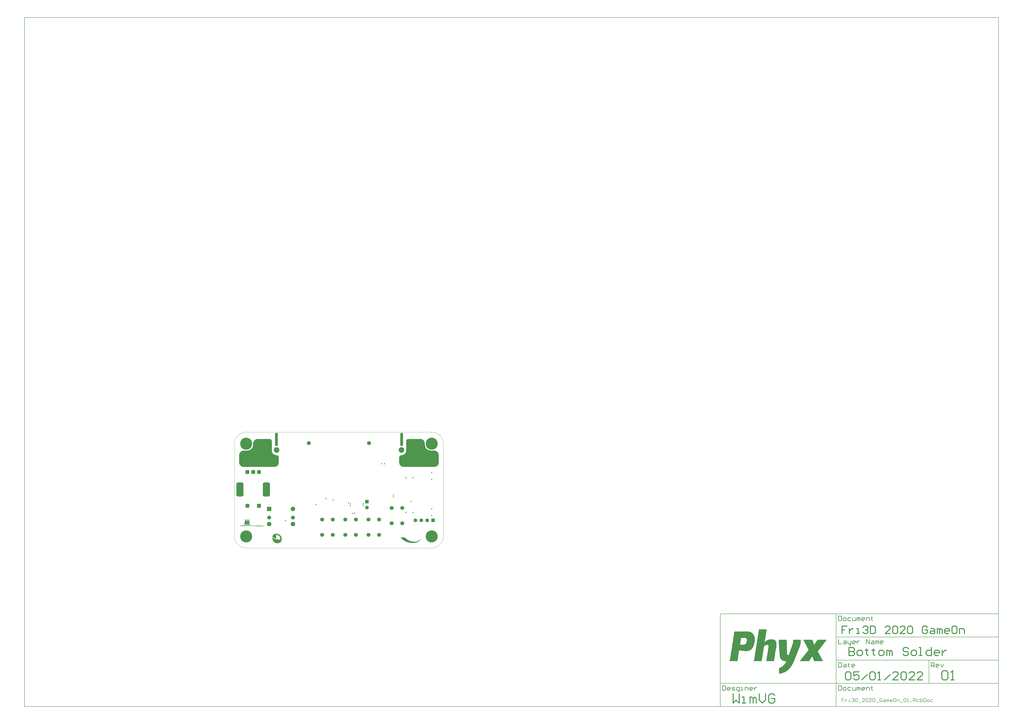
<source format=gbs>
G04*
G04 #@! TF.GenerationSoftware,Altium Limited,Altium Designer,22.0.2 (36)*
G04*
G04 Layer_Color=16711935*
%FSLAX25Y25*%
%MOIN*%
G70*
G04*
G04 #@! TF.SameCoordinates,97D47E50-BCFC-400F-BBD2-71598373C37A*
G04*
G04*
G04 #@! TF.FilePolarity,Negative*
G04*
G01*
G75*
%ADD12C,0.00787*%
%ADD14C,0.01575*%
%ADD15C,0.00394*%
%ADD16C,0.00984*%
%ADD35C,0.06299*%
%ADD36R,0.06299X0.06299*%
G04:AMPARAMS|DCode=37|XSize=47.24mil|YSize=220.47mil|CornerRadius=12.8mil|HoleSize=0mil|Usage=FLASHONLY|Rotation=0.000|XOffset=0mil|YOffset=0mil|HoleType=Round|Shape=RoundedRectangle|*
%AMROUNDEDRECTD37*
21,1,0.04724,0.19488,0,0,0.0*
21,1,0.02165,0.22047,0,0,0.0*
1,1,0.02559,0.01083,-0.09744*
1,1,0.02559,-0.01083,-0.09744*
1,1,0.02559,-0.01083,0.09744*
1,1,0.02559,0.01083,0.09744*
%
%ADD37ROUNDEDRECTD37*%
%ADD38C,0.06693*%
%ADD39C,0.09449*%
G04:AMPARAMS|DCode=40|XSize=122.05mil|YSize=240.16mil|CornerRadius=31.5mil|HoleSize=0mil|Usage=FLASHONLY|Rotation=0.000|XOffset=0mil|YOffset=0mil|HoleType=Round|Shape=RoundedRectangle|*
%AMROUNDEDRECTD40*
21,1,0.12205,0.17717,0,0,0.0*
21,1,0.05906,0.24016,0,0,0.0*
1,1,0.06299,0.02953,-0.08858*
1,1,0.06299,-0.02953,-0.08858*
1,1,0.06299,-0.02953,0.08858*
1,1,0.06299,0.02953,0.08858*
%
%ADD40ROUNDEDRECTD40*%
G04:AMPARAMS|DCode=41|XSize=66.93mil|YSize=66.93mil|CornerRadius=17.72mil|HoleSize=0mil|Usage=FLASHONLY|Rotation=0.000|XOffset=0mil|YOffset=0mil|HoleType=Round|Shape=RoundedRectangle|*
%AMROUNDEDRECTD41*
21,1,0.06693,0.03150,0,0,0.0*
21,1,0.03150,0.06693,0,0,0.0*
1,1,0.03543,0.01575,-0.01575*
1,1,0.03543,-0.01575,-0.01575*
1,1,0.03543,-0.01575,0.01575*
1,1,0.03543,0.01575,0.01575*
%
%ADD41ROUNDEDRECTD41*%
%ADD42R,0.06693X0.06693*%
%ADD43C,0.00394*%
%ADD44R,0.06299X0.06299*%
%ADD45C,0.20473*%
%ADD46C,0.07480*%
%ADD47R,0.07480X0.07480*%
%ADD63C,0.05118*%
%ADD64C,0.01968*%
G36*
X315775Y185233D02*
X317296Y184931D01*
X317333Y184920D01*
X318766Y184326D01*
X318784Y184316D01*
X318800Y184308D01*
X320090Y183446D01*
X320090Y183446D01*
X320120Y183421D01*
X321217Y182325D01*
X321217Y182325D01*
X321241Y182295D01*
X322103Y181005D01*
X322121Y180971D01*
X322121Y180971D01*
X322715Y179538D01*
X322715Y179538D01*
X322726Y179501D01*
X323029Y177980D01*
X323032Y177941D01*
Y177165D01*
Y175359D01*
X323080Y174398D01*
X323456Y172509D01*
X324191Y170734D01*
X325258Y169137D01*
X326617Y167778D01*
X328214Y166710D01*
X329990Y165975D01*
X331879Y165599D01*
X332839Y165552D01*
X339358D01*
X339397Y165548D01*
X340918Y165246D01*
X340955Y165234D01*
X342388Y164641D01*
X342406Y164631D01*
X342422Y164623D01*
X343712Y163761D01*
X343712Y163761D01*
X343742Y163736D01*
X344839Y162640D01*
X344839Y162640D01*
X344863Y162610D01*
X345725Y161320D01*
X345743Y161286D01*
X345743Y161286D01*
X346337Y159853D01*
X346337Y159853D01*
X346348Y159816D01*
X346651Y158294D01*
X346655Y158256D01*
Y157480D01*
Y145669D01*
Y144894D01*
X346651Y144855D01*
X346348Y143334D01*
X346337Y143297D01*
X345743Y141864D01*
X345725Y141830D01*
X345725Y141830D01*
X344863Y140540D01*
X344863Y140540D01*
X344839Y140510D01*
X343742Y139413D01*
X343742Y139413D01*
X343712Y139389D01*
X342422Y138527D01*
X342388Y138509D01*
X342388Y138509D01*
X340955Y137915D01*
X340955Y137915D01*
X340918Y137904D01*
X339397Y137601D01*
X339358Y137598D01*
X286626D01*
X286587Y137601D01*
X285066Y137904D01*
X285029Y137915D01*
X283596Y138509D01*
X283562Y138527D01*
X283562Y138527D01*
X282272Y139389D01*
X282272Y139389D01*
X282242Y139413D01*
X281146Y140510D01*
X281146Y140510D01*
X281121Y140540D01*
X280259Y141830D01*
X280241Y141864D01*
X280241Y141864D01*
X279647Y143297D01*
X279647Y143297D01*
X279636Y143334D01*
X279334Y144855D01*
X279330Y144894D01*
Y145669D01*
Y153543D01*
Y153931D01*
X279334Y153970D01*
X279485Y154730D01*
X279496Y154767D01*
X279793Y155484D01*
X279793Y155484D01*
X279799Y155496D01*
X279811Y155518D01*
X279811Y155518D01*
X280242Y156163D01*
X280242Y156163D01*
X280267Y156193D01*
X280815Y156741D01*
X280845Y156766D01*
X280845Y156766D01*
X281490Y157197D01*
X281524Y157215D01*
X281524Y157215D01*
X282241Y157512D01*
X282278Y157523D01*
X283038Y157674D01*
X283077Y157678D01*
X283460D01*
X284212Y157715D01*
X285693Y158010D01*
X287083Y158585D01*
X288334Y159421D01*
X289398Y160485D01*
X290233Y161736D01*
X290809Y163126D01*
X291104Y164607D01*
X291141Y165359D01*
Y181102D01*
Y181490D01*
X291145Y181529D01*
X291296Y182289D01*
X291307Y182326D01*
X291604Y183043D01*
X291604Y183043D01*
X291610Y183055D01*
X291622Y183077D01*
X291622Y183077D01*
X292053Y183722D01*
X292053Y183722D01*
X292078Y183752D01*
X292626Y184300D01*
X292656Y184325D01*
X292656Y184325D01*
X293301Y184756D01*
X293335Y184774D01*
X293335Y184774D01*
X294052Y185071D01*
X294089Y185082D01*
X294849Y185233D01*
X294888Y185237D01*
X315736D01*
X315775Y185233D01*
D02*
G37*
G36*
X59482D02*
X60242Y185082D01*
X60279Y185071D01*
X60996Y184774D01*
X60996Y184774D01*
X61030Y184756D01*
X61675Y184325D01*
X61675Y184325D01*
X61705Y184300D01*
X62253Y183752D01*
X62278Y183722D01*
X62278Y183722D01*
X62708Y183077D01*
X62708Y183077D01*
X62720Y183055D01*
X62727Y183043D01*
X62727Y183043D01*
X63024Y182326D01*
X63035Y182289D01*
X63186Y181529D01*
X63190Y181490D01*
Y181102D01*
Y165359D01*
X63227Y164607D01*
X63521Y163126D01*
X64097Y161736D01*
X64933Y160485D01*
X65997Y159421D01*
X67248Y158585D01*
X68638Y158010D01*
X70119Y157715D01*
X70871Y157678D01*
X71254D01*
X71293Y157674D01*
X72053Y157523D01*
X72090Y157512D01*
X72807Y157215D01*
X72807Y157215D01*
X72841Y157197D01*
X73486Y156766D01*
X73486Y156766D01*
X73516Y156741D01*
X74064Y156193D01*
X74089Y156163D01*
X74089Y156163D01*
X74519Y155518D01*
X74519Y155518D01*
X74531Y155496D01*
X74538Y155484D01*
X74538Y155484D01*
X74835Y154767D01*
X74846Y154730D01*
X74997Y153970D01*
X75001Y153931D01*
Y153543D01*
Y145669D01*
Y144894D01*
X74997Y144855D01*
X74695Y143334D01*
X74683Y143297D01*
X74683Y143297D01*
X74090Y141864D01*
X74090Y141864D01*
X74072Y141830D01*
X73210Y140540D01*
X73185Y140510D01*
X73185Y140510D01*
X72088Y139413D01*
X72058Y139389D01*
X72058Y139389D01*
X70769Y138527D01*
X70769Y138527D01*
X70735Y138509D01*
X69302Y137915D01*
X69265Y137904D01*
X67743Y137601D01*
X67705Y137598D01*
X14973D01*
X14934Y137601D01*
X13413Y137904D01*
X13376Y137915D01*
X13375Y137915D01*
X11943Y138509D01*
X11943Y138509D01*
X11908Y138527D01*
X10619Y139389D01*
X10589Y139413D01*
X10589Y139413D01*
X9492Y140510D01*
X9467Y140540D01*
X9467Y140540D01*
X8606Y141830D01*
X8606Y141830D01*
X8587Y141864D01*
X7994Y143297D01*
X7983Y143334D01*
X7680Y144855D01*
X7676Y144894D01*
Y145669D01*
Y157480D01*
Y158256D01*
X7680Y158294D01*
X7983Y159816D01*
X7994Y159853D01*
X7994Y159853D01*
X8587Y161286D01*
X8587Y161286D01*
X8606Y161320D01*
X9467Y162610D01*
X9492Y162640D01*
X9492Y162640D01*
X10589Y163736D01*
X10619Y163761D01*
X10619Y163761D01*
X11908Y164623D01*
X11924Y164631D01*
X11943Y164641D01*
X13376Y165234D01*
X13413Y165246D01*
X14934Y165548D01*
X14973Y165552D01*
X21491D01*
X22452Y165599D01*
X24341Y165975D01*
X26116Y166710D01*
X27714Y167778D01*
X29072Y169137D01*
X30140Y170734D01*
X30875Y172509D01*
X31251Y174399D01*
X31298Y175359D01*
Y177165D01*
Y177941D01*
X31302Y177980D01*
X31605Y179501D01*
X31616Y179538D01*
X31616Y179538D01*
X32209Y180971D01*
X32210Y180971D01*
X32228Y181005D01*
X33089Y182295D01*
X33114Y182325D01*
X33114Y182325D01*
X34211Y183421D01*
X34241Y183446D01*
X34241Y183446D01*
X35530Y184308D01*
X35546Y184316D01*
X35565Y184326D01*
X36998Y184920D01*
X37035Y184931D01*
X38556Y185233D01*
X38594Y185237D01*
X59443D01*
X59482Y185233D01*
D02*
G37*
G36*
X18273Y48782D02*
X18273D01*
X18273D01*
X18284Y48781D01*
X18312Y48778D01*
X18315Y48777D01*
X18317Y48778D01*
X18356Y48781D01*
X18439Y48781D01*
X18468Y48778D01*
X18478Y48777D01*
X18478D01*
X18478Y48777D01*
X18511Y48766D01*
X18515Y48765D01*
X18515D01*
X18515Y48765D01*
X18549Y48746D01*
X18570Y48729D01*
X18578Y48722D01*
X18578Y48722D01*
X18578Y48722D01*
X18591Y48706D01*
X18603Y48691D01*
X18603Y48691D01*
X18603Y48691D01*
X18612Y48673D01*
X18631Y48663D01*
X18661Y48638D01*
X18681Y48613D01*
X18687Y48613D01*
X18725Y48608D01*
X18760Y48597D01*
X18762Y48597D01*
D01*
X18762Y48597D01*
X18796Y48578D01*
X18826Y48553D01*
X18845Y48530D01*
X18850Y48523D01*
X18850Y48523D01*
X18850Y48523D01*
X18868Y48489D01*
X18879Y48452D01*
X18882Y48423D01*
X18883Y48413D01*
Y48413D01*
D01*
D01*
X18883Y48408D01*
X18908Y48387D01*
X18932Y48357D01*
X18950Y48322D01*
X18961Y48285D01*
X18964Y48246D01*
X18964Y48163D01*
D01*
X18964Y48158D01*
X18989Y48137D01*
X19013Y48107D01*
X19031Y48072D01*
D01*
X19031Y48072D01*
X19034Y48061D01*
X19042Y48035D01*
X19045Y47997D01*
Y47997D01*
Y47997D01*
X19045Y47914D01*
X19044Y47831D01*
D01*
X19043Y47747D01*
Y47747D01*
Y47747D01*
X19043Y47742D01*
X19068Y47721D01*
X19092Y47691D01*
X19110Y47657D01*
X19121Y47619D01*
X19125Y47581D01*
X19124Y47498D01*
X19120Y47459D01*
X19119Y47456D01*
X19120Y47453D01*
X19123Y47415D01*
X19122Y47332D01*
X19118Y47293D01*
X19117Y47290D01*
X19118Y47287D01*
Y47287D01*
X19118Y47287D01*
X19120Y47266D01*
X19122Y47249D01*
Y47249D01*
Y47249D01*
X19121Y47166D01*
D01*
Y47166D01*
X19120Y47083D01*
Y47083D01*
Y47083D01*
X19119Y47000D01*
X19119Y46994D01*
X19144Y46973D01*
X19169Y46943D01*
X19187Y46909D01*
X19198Y46871D01*
X19201Y46833D01*
X19200Y46750D01*
X19196Y46711D01*
X19195Y46708D01*
X19196Y46705D01*
X19200Y46667D01*
X19199Y46584D01*
X19199Y46578D01*
X19199Y46578D01*
X19224Y46557D01*
X19248Y46527D01*
Y46527D01*
X19248Y46527D01*
X19264Y46496D01*
X19266Y46493D01*
D01*
X19266Y46493D01*
X19273Y46469D01*
X19277Y46456D01*
Y46456D01*
X19277Y46456D01*
X19279Y46434D01*
X19281Y46417D01*
Y46417D01*
Y46417D01*
X19280Y46334D01*
X19276Y46295D01*
X19275Y46292D01*
X19276Y46290D01*
Y46290D01*
X19276Y46290D01*
X19277Y46275D01*
X19279Y46251D01*
Y46251D01*
Y46251D01*
Y46251D01*
X19278Y46168D01*
Y46168D01*
Y46168D01*
X19277Y46159D01*
X19274Y46129D01*
X19273Y46126D01*
X19274Y46123D01*
X19278Y46085D01*
X19277Y46002D01*
X19273Y45963D01*
X19272Y45960D01*
X19273Y45957D01*
X19276Y45919D01*
X19275Y45836D01*
D01*
X19275Y45830D01*
X19300Y45809D01*
X19325Y45779D01*
X19343Y45745D01*
X19354Y45708D01*
X19357Y45669D01*
X19356Y45586D01*
D01*
X19356Y45503D01*
Y45503D01*
Y45503D01*
X19355Y45420D01*
D01*
X19355Y45414D01*
X19380Y45394D01*
X19404Y45363D01*
X19422Y45329D01*
X19433Y45292D01*
X19436Y45253D01*
X19436Y45170D01*
X19432Y45132D01*
X19431Y45129D01*
X19432Y45126D01*
Y45126D01*
X19432Y45126D01*
X19433Y45105D01*
X19435Y45087D01*
Y45087D01*
D01*
D01*
X19434Y45004D01*
Y45004D01*
Y45004D01*
X19432Y44985D01*
X19430Y44966D01*
X19430Y44966D01*
Y44966D01*
X19429Y44963D01*
X19430Y44960D01*
X19433Y44921D01*
X19433Y44838D01*
X19431Y44820D01*
X19429Y44800D01*
X19429Y44800D01*
Y44800D01*
X19428Y44797D01*
X19429Y44794D01*
X19432Y44755D01*
Y44755D01*
Y44755D01*
X19431Y44672D01*
D01*
X19431Y44666D01*
X19437Y44662D01*
X19456Y44646D01*
X19480Y44616D01*
X19499Y44581D01*
X19510Y44544D01*
X19513Y44505D01*
X19512Y44422D01*
X19508Y44384D01*
X19507Y44381D01*
X19508Y44378D01*
Y44378D01*
X19508Y44378D01*
X19510Y44357D01*
X19512Y44339D01*
Y44339D01*
Y44339D01*
X19511Y44256D01*
X19510Y44173D01*
X19509Y44090D01*
X19509Y44085D01*
X19515Y44080D01*
X19534Y44064D01*
X19558Y44034D01*
X19576Y43999D01*
D01*
X19577Y43999D01*
X19581Y43984D01*
X19587Y43962D01*
X19591Y43924D01*
Y43923D01*
D01*
D01*
X19590Y43840D01*
Y43840D01*
Y43840D01*
X19589Y43832D01*
X19586Y43802D01*
X19585Y43799D01*
X19586Y43796D01*
X19589Y43758D01*
Y43758D01*
Y43758D01*
X19589Y43674D01*
Y43674D01*
Y43674D01*
X19587Y43656D01*
X19585Y43636D01*
X19585Y43636D01*
Y43636D01*
X19584Y43633D01*
X19584Y43630D01*
Y43630D01*
X19584Y43630D01*
X19586Y43609D01*
X19588Y43591D01*
Y43591D01*
Y43591D01*
X19587Y43508D01*
X19587Y43425D01*
Y43425D01*
Y43425D01*
X19586Y43342D01*
X19586Y43337D01*
X19611Y43316D01*
X19627Y43296D01*
X19635Y43286D01*
X19653Y43251D01*
D01*
X19653Y43251D01*
X19664Y43214D01*
X19667Y43182D01*
X19667Y43176D01*
Y43176D01*
D01*
D01*
X19667Y43093D01*
Y43093D01*
X19666Y43010D01*
X19666Y43009D01*
X19666Y43009D01*
X19665Y42926D01*
Y42926D01*
X19665Y42921D01*
X19690Y42900D01*
X19693Y42897D01*
X19700Y42919D01*
X19718Y42953D01*
X19743Y42983D01*
X19768Y43003D01*
X19769Y43009D01*
X19769Y43092D01*
X19770Y43175D01*
X19771Y43258D01*
X19773Y43276D01*
X19775Y43296D01*
X19775Y43296D01*
Y43296D01*
X19776Y43299D01*
X19775Y43302D01*
Y43302D01*
X19775Y43302D01*
X19773Y43316D01*
X19771Y43341D01*
Y43341D01*
Y43341D01*
X19772Y43424D01*
Y43424D01*
Y43424D01*
X19774Y43444D01*
X19776Y43462D01*
X19776Y43462D01*
Y43462D01*
X19777Y43465D01*
X19776Y43468D01*
X19773Y43507D01*
Y43507D01*
D01*
D01*
X19773Y43590D01*
X19778Y43628D01*
X19789Y43665D01*
X19808Y43699D01*
X19833Y43729D01*
X19858Y43749D01*
X19858Y43755D01*
D01*
X19859Y43838D01*
Y43838D01*
Y43838D01*
X19860Y43921D01*
D01*
X19860Y44004D01*
Y44004D01*
Y44004D01*
X19861Y44013D01*
X19864Y44043D01*
X19876Y44080D01*
X19895Y44114D01*
X19919Y44144D01*
X19919Y44144D01*
X19919Y44144D01*
X19931Y44153D01*
X19945Y44164D01*
X19945Y44169D01*
Y44169D01*
Y44170D01*
X19945Y44252D01*
X19946Y44335D01*
D01*
X19947Y44418D01*
Y44418D01*
Y44418D01*
X19949Y44437D01*
X19951Y44457D01*
X19951Y44457D01*
Y44457D01*
X19952Y44460D01*
X19951Y44463D01*
X19948Y44502D01*
Y44502D01*
D01*
D01*
X19948Y44585D01*
Y44585D01*
Y44585D01*
X19949Y44593D01*
X19952Y44623D01*
X19953Y44626D01*
X19952Y44629D01*
Y44629D01*
X19952Y44629D01*
X19951Y44643D01*
X19949Y44668D01*
Y44668D01*
Y44668D01*
Y44668D01*
X19950Y44750D01*
Y44751D01*
Y44751D01*
X19951Y44765D01*
X19954Y44789D01*
X19954Y44789D01*
Y44789D01*
X19955Y44792D01*
X19965Y44826D01*
X19984Y44860D01*
X19984Y44860D01*
D01*
X19984Y44860D01*
X20009Y44890D01*
X20009Y44890D01*
D01*
X20014Y44894D01*
X20034Y44910D01*
X20034Y44916D01*
X20035Y44999D01*
X20036Y45082D01*
D01*
X20036Y45165D01*
Y45165D01*
Y45165D01*
X20037Y45248D01*
Y45248D01*
Y45248D01*
X20038Y45256D01*
X20041Y45287D01*
X20053Y45324D01*
X20071Y45358D01*
X20096Y45387D01*
X20121Y45408D01*
X20121Y45413D01*
X20122Y45496D01*
X20123Y45579D01*
X20125Y45598D01*
X20127Y45618D01*
X20127Y45618D01*
Y45618D01*
X20128Y45621D01*
X20127Y45624D01*
Y45624D01*
X20127Y45624D01*
X20125Y45647D01*
X20124Y45662D01*
Y45662D01*
D01*
D01*
X20124Y45745D01*
X20128Y45774D01*
X20129Y45784D01*
Y45784D01*
X20129Y45784D01*
X20130Y45787D01*
X20129Y45790D01*
Y45790D01*
X20129Y45790D01*
X20127Y45804D01*
X20125Y45828D01*
Y45828D01*
Y45828D01*
X20126Y45911D01*
X20129Y45940D01*
X20130Y45950D01*
Y45950D01*
X20130Y45950D01*
X20141Y45983D01*
X20142Y45987D01*
Y45987D01*
X20142Y45987D01*
X20160Y46021D01*
X20178Y46042D01*
X20185Y46051D01*
X20185Y46051D01*
X20185Y46051D01*
X20201Y46064D01*
X20210Y46071D01*
X20210Y46077D01*
Y46077D01*
X20211Y46160D01*
Y46160D01*
Y46160D01*
X20212Y46243D01*
X20212Y46326D01*
X20213Y46409D01*
D01*
X20214Y46492D01*
Y46492D01*
Y46492D01*
X20216Y46510D01*
X20218Y46530D01*
X20218Y46530D01*
Y46530D01*
X20220Y46535D01*
X20230Y46567D01*
X20248Y46601D01*
X20248Y46601D01*
X20248Y46601D01*
X20253Y46607D01*
X20273Y46631D01*
X20298Y46652D01*
X20299Y46657D01*
X20299Y46740D01*
X20300Y46823D01*
Y46823D01*
X20301Y46906D01*
Y46906D01*
Y46906D01*
X20302Y46921D01*
X20305Y46945D01*
X20305Y46945D01*
Y46945D01*
X20306Y46948D01*
X20305Y46951D01*
X20301Y46989D01*
X20302Y47072D01*
X20306Y47111D01*
X20307Y47114D01*
X20306Y47117D01*
X20303Y47155D01*
X20303Y47238D01*
X20308Y47277D01*
X20319Y47314D01*
X20338Y47348D01*
X20363Y47378D01*
X20388Y47398D01*
X20388Y47404D01*
X20389Y47487D01*
X20390Y47570D01*
Y47570D01*
X20390Y47653D01*
Y47653D01*
Y47653D01*
X20391Y47662D01*
X20394Y47691D01*
X20395Y47694D01*
X20394Y47697D01*
Y47697D01*
X20394Y47697D01*
X20392Y47718D01*
X20391Y47736D01*
Y47736D01*
Y47736D01*
X20392Y47819D01*
X20396Y47857D01*
X20407Y47894D01*
X20426Y47928D01*
X20451Y47958D01*
X20471Y47975D01*
X20476Y47978D01*
X20476Y47984D01*
X20477Y48067D01*
X20481Y48106D01*
X20482Y48109D01*
X20481Y48111D01*
Y48112D01*
X20481Y48112D01*
X20480Y48126D01*
X20478Y48150D01*
Y48150D01*
Y48150D01*
X20478Y48233D01*
X20482Y48272D01*
X20494Y48309D01*
X20513Y48343D01*
X20537Y48373D01*
X20568Y48397D01*
X20586Y48407D01*
X20596Y48425D01*
X20621Y48455D01*
X20648Y48476D01*
X20651Y48479D01*
X20651D01*
X20651Y48479D01*
X20670Y48489D01*
X20678Y48504D01*
X20680Y48507D01*
X20697Y48527D01*
X20705Y48537D01*
X20705Y48537D01*
X20705Y48537D01*
X20735Y48561D01*
X20754Y48571D01*
X20764Y48590D01*
X20789Y48619D01*
X20819Y48644D01*
X20838Y48653D01*
X20848Y48672D01*
X20872Y48702D01*
X20903Y48726D01*
X20937Y48744D01*
X20974Y48755D01*
X21013Y48758D01*
X21096Y48758D01*
X21134Y48753D01*
X21137Y48753D01*
X21140Y48753D01*
X21179Y48757D01*
X21262Y48756D01*
X21291Y48753D01*
X21300Y48752D01*
X21300D01*
X21300Y48752D01*
X21334Y48742D01*
X21337Y48741D01*
X21337D01*
X21337Y48741D01*
X21371Y48722D01*
X21393Y48704D01*
X21401Y48697D01*
X21401Y48697D01*
X21401Y48697D01*
X21414Y48681D01*
X21426Y48667D01*
X21426Y48667D01*
X21426Y48667D01*
X21435Y48648D01*
X21454Y48638D01*
X21454Y48638D01*
X21454Y48638D01*
X21459Y48634D01*
X21484Y48613D01*
X21508Y48583D01*
Y48583D01*
X21508Y48583D01*
X21518Y48564D01*
X21536Y48554D01*
X21550Y48543D01*
X21566Y48530D01*
X21590Y48499D01*
Y48499D01*
X21590Y48499D01*
X21600Y48481D01*
X21607Y48477D01*
X21618Y48471D01*
X21618Y48471D01*
X21618Y48471D01*
X21630Y48461D01*
X21648Y48446D01*
X21648Y48446D01*
X21648Y48446D01*
X21656Y48436D01*
X21672Y48416D01*
X21682Y48397D01*
X21701Y48387D01*
X21730Y48362D01*
X21755Y48332D01*
X21773Y48298D01*
X21784Y48260D01*
X21787Y48222D01*
X21786Y48139D01*
X21786Y48056D01*
X21785Y47973D01*
X21785Y47967D01*
X21791Y47962D01*
X21810Y47946D01*
X21834Y47916D01*
X21852Y47882D01*
D01*
X21852Y47882D01*
X21857Y47866D01*
X21863Y47844D01*
X21867Y47806D01*
Y47806D01*
D01*
D01*
X21866Y47723D01*
Y47723D01*
Y47723D01*
X21865Y47715D01*
X21862Y47684D01*
X21861Y47681D01*
X21862Y47678D01*
X21865Y47640D01*
Y47640D01*
D01*
D01*
X21864Y47557D01*
Y47557D01*
Y47557D01*
X21864Y47474D01*
D01*
X21863Y47391D01*
Y47391D01*
Y47391D01*
X21863Y47385D01*
X21868Y47381D01*
X21888Y47364D01*
X21888Y47364D01*
X21888Y47364D01*
X21907Y47341D01*
X21912Y47334D01*
Y47334D01*
X21912Y47334D01*
X21923Y47314D01*
X21930Y47300D01*
X21930Y47300D01*
X21930Y47300D01*
X21936Y47280D01*
X21941Y47263D01*
Y47263D01*
X21941Y47263D01*
X21943Y47241D01*
X21944Y47224D01*
Y47224D01*
Y47224D01*
X21944Y47141D01*
Y47141D01*
Y47141D01*
X21943Y47133D01*
X21940Y47102D01*
X21939Y47100D01*
X21939Y47097D01*
Y47097D01*
X21939Y47097D01*
X21941Y47082D01*
X21943Y47058D01*
Y47058D01*
Y47058D01*
X21942Y46975D01*
X21939Y46946D01*
X21938Y46937D01*
Y46936D01*
X21938Y46936D01*
X21937Y46933D01*
X21938Y46931D01*
X21941Y46892D01*
X21941Y46809D01*
X21941Y46803D01*
X21966Y46782D01*
X21990Y46752D01*
X22008Y46718D01*
D01*
X22008Y46718D01*
X22012Y46706D01*
X22019Y46681D01*
X22022Y46642D01*
Y46642D01*
Y46642D01*
X22022Y46559D01*
X22017Y46521D01*
X22017Y46518D01*
X22017Y46515D01*
X22021Y46476D01*
X22020Y46393D01*
Y46393D01*
Y46393D01*
X22019Y46310D01*
Y46310D01*
X22019Y46227D01*
X22019Y46227D01*
X22019Y46227D01*
X22019Y46221D01*
X22035Y46208D01*
X22043Y46201D01*
X22044Y46201D01*
X22044Y46201D01*
X22057Y46184D01*
X22068Y46170D01*
X22068Y46170D01*
X22068Y46170D01*
X22083Y46141D01*
X22086Y46136D01*
Y46136D01*
X22086Y46136D01*
X22092Y46116D01*
X22097Y46099D01*
Y46099D01*
X22097Y46099D01*
X22098Y46084D01*
X22100Y46060D01*
Y46060D01*
Y46060D01*
Y46060D01*
X22100Y45977D01*
Y45977D01*
Y45977D01*
X22098Y45967D01*
X22095Y45939D01*
X22095Y45936D01*
X22095Y45933D01*
X22099Y45894D01*
X22098Y45811D01*
X22094Y45773D01*
X22093Y45770D01*
X22094Y45768D01*
X22094Y45767D01*
X22097Y45728D01*
X22097Y45645D01*
D01*
X22097Y45640D01*
X22122Y45619D01*
X22122Y45619D01*
X22122D01*
X22126Y45614D01*
X22146Y45588D01*
X22146Y45588D01*
X22146Y45588D01*
X22156Y45569D01*
X22164Y45554D01*
X22164Y45554D01*
X22164Y45554D01*
X22174Y45519D01*
X22175Y45517D01*
D01*
X22175Y45517D01*
X22177Y45490D01*
X22178Y45478D01*
Y45478D01*
Y45478D01*
X22177Y45395D01*
X22174Y45358D01*
X22173Y45357D01*
D01*
X22173Y45357D01*
X22173Y45354D01*
X22173Y45351D01*
X22177Y45312D01*
X22176Y45229D01*
X22175Y45146D01*
D01*
X22175Y45063D01*
Y45063D01*
Y45063D01*
X22175Y45058D01*
X22199Y45037D01*
X22224Y45007D01*
X22242Y44972D01*
X22253Y44935D01*
X22256Y44897D01*
X22255Y44813D01*
X22253Y44795D01*
X22251Y44775D01*
X22251Y44775D01*
Y44775D01*
X22250Y44772D01*
X22251Y44769D01*
X22255Y44730D01*
Y44730D01*
Y44730D01*
X22254Y44647D01*
X22250Y44609D01*
X22249Y44606D01*
X22250Y44603D01*
Y44603D01*
X22250Y44603D01*
X22252Y44582D01*
X22253Y44565D01*
Y44564D01*
Y44564D01*
X22253Y44481D01*
D01*
X22252Y44398D01*
Y44398D01*
Y44398D01*
X22251Y44315D01*
D01*
X22251Y44310D01*
X22276Y44289D01*
X22300Y44259D01*
X22318Y44224D01*
X22329Y44187D01*
X22333Y44149D01*
X22332Y44066D01*
X22331Y43982D01*
Y43982D01*
X22331Y43900D01*
Y43900D01*
Y43900D01*
X22331Y43894D01*
X22355Y43873D01*
X22380Y43843D01*
X22398Y43809D01*
X22409Y43771D01*
X22412Y43733D01*
X22411Y43650D01*
X22408Y43621D01*
X22407Y43611D01*
Y43611D01*
X22407Y43611D01*
X22406Y43608D01*
X22407Y43605D01*
X22411Y43567D01*
X22410Y43484D01*
X22406Y43445D01*
X22405Y43442D01*
X22406Y43439D01*
Y43439D01*
X22406Y43439D01*
X22407Y43425D01*
X22409Y43401D01*
Y43401D01*
Y43401D01*
X22409Y43318D01*
X22404Y43279D01*
X22403Y43276D01*
X22404Y43273D01*
X22408Y43235D01*
X22407Y43152D01*
D01*
X22406Y43069D01*
Y43069D01*
Y43069D01*
X22406Y42986D01*
D01*
X22406Y42980D01*
X22431Y42959D01*
X22455Y42929D01*
X22473Y42895D01*
X22484Y42857D01*
X22487Y42819D01*
X22486Y42736D01*
X22486Y42730D01*
X22496Y42722D01*
X22506Y42730D01*
X22506Y42736D01*
Y42736D01*
Y42736D01*
X22507Y42819D01*
Y42819D01*
X22507Y42902D01*
Y42902D01*
Y42902D01*
X22508Y42985D01*
X22512Y43023D01*
X22513Y43026D01*
X22512Y43029D01*
Y43029D01*
X22512Y43029D01*
X22511Y43043D01*
X22509Y43068D01*
Y43068D01*
Y43068D01*
X22510Y43151D01*
X22514Y43189D01*
X22525Y43226D01*
X22544Y43260D01*
X22569Y43290D01*
X22594Y43310D01*
X22594Y43316D01*
Y43316D01*
Y43316D01*
X22595Y43399D01*
X22599Y43438D01*
X22600Y43440D01*
X22599Y43444D01*
X22595Y43482D01*
X22596Y43565D01*
X22600Y43604D01*
X22601Y43607D01*
X22600Y43609D01*
Y43609D01*
X22600Y43609D01*
X22599Y43624D01*
X22597Y43648D01*
Y43648D01*
Y43648D01*
Y43648D01*
X22598Y43731D01*
Y43731D01*
Y43731D01*
X22599Y43741D01*
X22602Y43770D01*
X22603Y43773D01*
X22602Y43775D01*
Y43775D01*
X22602Y43776D01*
X22600Y43797D01*
X22598Y43814D01*
Y43814D01*
Y43814D01*
X22599Y43897D01*
Y43897D01*
Y43897D01*
X22601Y43918D01*
X22603Y43936D01*
X22603Y43936D01*
Y43936D01*
X22610Y43957D01*
X22615Y43973D01*
X22615Y43973D01*
X22615Y43973D01*
X22624Y43989D01*
X22633Y44007D01*
X22633Y44007D01*
X22634Y44007D01*
X22642Y44017D01*
X22658Y44037D01*
X22658Y44037D01*
X22658Y44037D01*
X22682Y44056D01*
X22683Y44057D01*
X22684Y44063D01*
Y44063D01*
Y44063D01*
X22684Y44146D01*
X22685Y44229D01*
X22686Y44312D01*
X22688Y44330D01*
X22690Y44350D01*
X22690Y44350D01*
Y44350D01*
X22691Y44353D01*
X22690Y44356D01*
X22687Y44384D01*
X22686Y44394D01*
Y44395D01*
Y44395D01*
X22687Y44478D01*
X22691Y44516D01*
X22703Y44553D01*
X22722Y44587D01*
X22738Y44607D01*
X22746Y44617D01*
X22746Y44617D01*
X22746Y44617D01*
X22772Y44637D01*
X22772Y44643D01*
D01*
X22772Y44726D01*
Y44726D01*
Y44726D01*
X22774Y44745D01*
X22776Y44765D01*
X22777Y44765D01*
Y44765D01*
X22777Y44767D01*
X22777Y44770D01*
X22773Y44809D01*
X22774Y44892D01*
X22778Y44931D01*
X22779Y44933D01*
X22778Y44936D01*
X22775Y44975D01*
X22775Y45058D01*
Y45058D01*
Y45058D01*
X22777Y45072D01*
X22779Y45096D01*
X22779Y45097D01*
Y45097D01*
X22780Y45099D01*
X22780Y45102D01*
Y45102D01*
X22780Y45103D01*
X22778Y45124D01*
X22776Y45141D01*
Y45141D01*
D01*
D01*
X22777Y45224D01*
Y45224D01*
Y45224D01*
X22778Y45235D01*
X22781Y45263D01*
X22793Y45300D01*
X22809Y45331D01*
X22811Y45334D01*
X22828Y45354D01*
X22836Y45363D01*
X22836Y45363D01*
X22836Y45363D01*
X22861Y45384D01*
X22861Y45389D01*
X22862Y45472D01*
X22866Y45511D01*
X22867Y45514D01*
X22866Y45517D01*
X22863Y45555D01*
X22863Y45638D01*
X22866Y45667D01*
X22867Y45677D01*
Y45677D01*
X22868Y45677D01*
X22878Y45711D01*
X22879Y45714D01*
Y45714D01*
X22879Y45714D01*
X22898Y45748D01*
X22915Y45769D01*
X22922Y45778D01*
X22923Y45778D01*
X22923Y45778D01*
X22939Y45791D01*
X22948Y45798D01*
X22948Y45804D01*
X22949Y45887D01*
X22953Y45925D01*
X22954Y45928D01*
X22953Y45931D01*
X22949Y45970D01*
Y45970D01*
Y45970D01*
X22950Y46053D01*
X22954Y46091D01*
X22955Y46094D01*
X22954Y46097D01*
Y46097D01*
X22954Y46097D01*
X22952Y46119D01*
X22951Y46136D01*
Y46136D01*
D01*
D01*
X22952Y46219D01*
Y46219D01*
Y46219D01*
X22953Y46237D01*
X22956Y46257D01*
X22956Y46257D01*
Y46257D01*
X22956Y46260D01*
X22956Y46263D01*
X22952Y46302D01*
X22953Y46385D01*
Y46385D01*
Y46385D01*
X22954Y46393D01*
X22957Y46424D01*
X22969Y46461D01*
X22987Y46494D01*
X23012Y46524D01*
X23037Y46545D01*
X23037Y46550D01*
Y46550D01*
X23038Y46633D01*
Y46633D01*
Y46633D01*
X23040Y46652D01*
X23042Y46672D01*
X23042Y46672D01*
Y46672D01*
X23043Y46675D01*
X23042Y46678D01*
X23039Y46716D01*
X23040Y46799D01*
X23044Y46838D01*
X23055Y46875D01*
X23074Y46909D01*
X23099Y46939D01*
X23124Y46959D01*
X23124Y46965D01*
Y46965D01*
Y46965D01*
X23125Y47048D01*
X23125Y47131D01*
D01*
X23126Y47214D01*
Y47214D01*
Y47214D01*
X23127Y47222D01*
X23130Y47252D01*
X23131Y47255D01*
X23130Y47258D01*
X23127Y47297D01*
Y47297D01*
D01*
D01*
X23128Y47380D01*
Y47380D01*
Y47380D01*
X23129Y47388D01*
X23132Y47418D01*
X23133Y47421D01*
X23132Y47424D01*
X23128Y47463D01*
X23129Y47546D01*
X23133Y47584D01*
X23145Y47621D01*
X23163Y47655D01*
X23173Y47666D01*
X23188Y47685D01*
X23214Y47706D01*
X23214Y47711D01*
Y47711D01*
Y47711D01*
X23214Y47794D01*
D01*
X23215Y47877D01*
X23216Y47960D01*
Y47960D01*
Y47960D01*
X23217Y47968D01*
X23220Y47999D01*
X23232Y48036D01*
X23250Y48070D01*
X23275Y48099D01*
X23300Y48120D01*
X23300Y48125D01*
X23301Y48208D01*
X23305Y48247D01*
X23317Y48284D01*
X23335Y48318D01*
X23360Y48348D01*
X23385Y48368D01*
X23385Y48374D01*
X23385Y48374D01*
X23390Y48412D01*
X23401Y48449D01*
X23401Y48449D01*
D01*
X23420Y48483D01*
X23426Y48490D01*
X23445Y48513D01*
X23475Y48537D01*
X23509Y48555D01*
X23509Y48555D01*
X23509D01*
X23514Y48557D01*
X23546Y48566D01*
X23585Y48570D01*
X23585D01*
D01*
D01*
X23591Y48570D01*
X23611Y48595D01*
X23642Y48619D01*
X23660Y48629D01*
X23670Y48647D01*
X23695Y48677D01*
X23721Y48698D01*
X23725Y48701D01*
X23725D01*
X23725Y48701D01*
X23756Y48718D01*
X23760Y48719D01*
D01*
X23760Y48719D01*
X23790Y48728D01*
X23797Y48730D01*
X23797D01*
X23797Y48730D01*
X23820Y48732D01*
X23835Y48734D01*
X23835D01*
D01*
D01*
X23918Y48733D01*
X23919D01*
X23919D01*
X23933Y48731D01*
X23957Y48729D01*
X23957Y48729D01*
X23957D01*
X23960Y48728D01*
X23961Y48728D01*
X23963Y48729D01*
X24002Y48732D01*
X24084Y48731D01*
X24123Y48727D01*
X24160Y48716D01*
X24194Y48697D01*
X24224Y48672D01*
X24248Y48642D01*
X24258Y48624D01*
X24276Y48614D01*
X24306Y48589D01*
X24330Y48559D01*
X24340Y48540D01*
X24359Y48530D01*
X24373Y48518D01*
X24388Y48505D01*
X24413Y48475D01*
Y48475D01*
X24413Y48475D01*
X24423Y48456D01*
X24430Y48452D01*
X24441Y48446D01*
X24441Y48446D01*
X24441Y48446D01*
X24453Y48436D01*
X24471Y48421D01*
X24471Y48421D01*
X24471Y48421D01*
X24479Y48411D01*
X24495Y48391D01*
X24505Y48372D01*
X24523Y48362D01*
X24523Y48362D01*
X24523Y48362D01*
X24529Y48358D01*
X24553Y48338D01*
X24577Y48307D01*
Y48307D01*
X24577Y48307D01*
X24594Y48276D01*
X24595Y48273D01*
D01*
X24595Y48273D01*
X24602Y48249D01*
X24606Y48236D01*
Y48236D01*
X24606Y48236D01*
X24608Y48214D01*
X24610Y48197D01*
Y48197D01*
Y48197D01*
X24609Y48114D01*
X24605Y48076D01*
X24604Y48073D01*
X24605Y48070D01*
X24608Y48031D01*
X24608Y47948D01*
X24604Y47919D01*
X24603Y47910D01*
Y47910D01*
X24603Y47909D01*
X24603Y47907D01*
X24603Y47904D01*
Y47904D01*
X24603Y47904D01*
X24605Y47889D01*
X24607Y47865D01*
Y47865D01*
Y47865D01*
X24606Y47782D01*
D01*
X24605Y47699D01*
Y47699D01*
Y47699D01*
X24605Y47616D01*
Y47616D01*
X24605Y47610D01*
X24630Y47589D01*
X24654Y47559D01*
X24672Y47525D01*
D01*
X24672Y47525D01*
X24675Y47513D01*
X24683Y47488D01*
X24686Y47449D01*
Y47449D01*
Y47449D01*
X24686Y47366D01*
X24685Y47283D01*
X24684Y47200D01*
Y47200D01*
X24684Y47194D01*
X24693Y47187D01*
X24709Y47174D01*
X24733Y47144D01*
Y47144D01*
X24733Y47144D01*
X24750Y47112D01*
X24751Y47109D01*
D01*
X24751Y47109D01*
X24758Y47085D01*
X24762Y47072D01*
Y47072D01*
X24762Y47072D01*
X24764Y47051D01*
X24766Y47033D01*
Y47033D01*
D01*
D01*
X24765Y46950D01*
Y46950D01*
Y46950D01*
X24763Y46932D01*
X24761Y46912D01*
X24761Y46912D01*
Y46912D01*
X24760Y46909D01*
X24761Y46906D01*
Y46906D01*
X24761Y46906D01*
X24763Y46885D01*
X24764Y46867D01*
Y46867D01*
D01*
D01*
X24764Y46784D01*
X24759Y46746D01*
X24758Y46743D01*
X24759Y46740D01*
X24763Y46701D01*
X24762Y46618D01*
X24761Y46535D01*
Y46535D01*
X24761Y46452D01*
Y46452D01*
Y46452D01*
X24760Y46369D01*
Y46369D01*
Y46369D01*
X24759Y46286D01*
D01*
X24759Y46281D01*
X24784Y46260D01*
X24800Y46240D01*
X24808Y46229D01*
X24826Y46195D01*
D01*
X24826Y46195D01*
X24837Y46158D01*
X24840Y46126D01*
X24841Y46119D01*
Y46119D01*
D01*
D01*
X24840Y46036D01*
X24839Y45953D01*
X24839Y45870D01*
D01*
X24838Y45865D01*
X24863Y45844D01*
X24863Y45844D01*
D01*
X24867Y45839D01*
X24888Y45814D01*
X24888Y45814D01*
X24888Y45814D01*
X24898Y45794D01*
X24906Y45779D01*
X24906Y45779D01*
X24906Y45779D01*
X24911Y45762D01*
X24917Y45742D01*
Y45742D01*
X24917Y45742D01*
X24918Y45728D01*
X24920Y45704D01*
Y45704D01*
Y45704D01*
X24919Y45621D01*
Y45620D01*
Y45620D01*
X24916Y45591D01*
X24915Y45582D01*
Y45582D01*
X24915Y45582D01*
X24914Y45579D01*
X24915Y45576D01*
X24919Y45537D01*
Y45537D01*
D01*
D01*
X24918Y45454D01*
X24914Y45416D01*
X24913Y45413D01*
X24914Y45410D01*
X24917Y45371D01*
X24916Y45288D01*
X24916Y45205D01*
X24915Y45122D01*
D01*
X24915Y45117D01*
X24930Y45104D01*
X24940Y45096D01*
X24940Y45096D01*
X24940Y45096D01*
X24964Y45066D01*
X24981Y45033D01*
X24982Y45031D01*
D01*
X24982Y45031D01*
X24993Y44994D01*
X24996Y44966D01*
X24997Y44956D01*
Y44956D01*
Y44956D01*
X24996Y44873D01*
Y44873D01*
Y44873D01*
X24995Y44864D01*
X24992Y44834D01*
X24991Y44831D01*
X24992Y44828D01*
X24995Y44790D01*
Y44790D01*
Y44790D01*
X24994Y44706D01*
D01*
X24994Y44701D01*
X25000Y44696D01*
X25019Y44680D01*
X25044Y44650D01*
X25062Y44616D01*
D01*
X25062Y44616D01*
X25066Y44600D01*
X25073Y44578D01*
X25076Y44540D01*
Y44540D01*
D01*
D01*
X25075Y44457D01*
X25071Y44418D01*
X25070Y44415D01*
X25071Y44412D01*
X25075Y44374D01*
X25074Y44291D01*
X25070Y44252D01*
X25069Y44249D01*
X25070Y44246D01*
X25073Y44208D01*
X25072Y44125D01*
X25068Y44086D01*
X25067Y44083D01*
X25068Y44080D01*
Y44080D01*
X25068Y44080D01*
X25069Y44066D01*
X25072Y44042D01*
Y44042D01*
Y44042D01*
Y44042D01*
X25071Y43959D01*
Y43959D01*
Y43959D01*
X25071Y43953D01*
X25077Y43948D01*
X25096Y43932D01*
X25120Y43902D01*
X25138Y43868D01*
D01*
X25138Y43868D01*
X25143Y43852D01*
X25149Y43830D01*
X25153Y43792D01*
Y43792D01*
D01*
D01*
X25152Y43709D01*
Y43709D01*
Y43709D01*
X25151Y43701D01*
X25148Y43670D01*
X25147Y43667D01*
X25148Y43665D01*
X25151Y43626D01*
Y43626D01*
D01*
D01*
X25150Y43543D01*
Y43543D01*
Y43543D01*
X25150Y43460D01*
X25149Y43377D01*
X25149Y43371D01*
X25164Y43359D01*
X25174Y43350D01*
X25174Y43350D01*
X25174Y43350D01*
X25198Y43320D01*
X25215Y43288D01*
X25216Y43286D01*
D01*
X25216Y43286D01*
X25227Y43249D01*
X25230Y43220D01*
X25231Y43210D01*
Y43210D01*
D01*
D01*
X25230Y43127D01*
Y43127D01*
Y43127D01*
X25228Y43108D01*
X25226Y43088D01*
X25226Y43088D01*
Y43088D01*
X25225Y43086D01*
X25226Y43083D01*
Y43083D01*
X25226Y43083D01*
X25228Y43061D01*
X25229Y43044D01*
Y43044D01*
Y43044D01*
X25228Y42961D01*
X25225Y42932D01*
X25224Y42922D01*
Y42922D01*
X25224Y42922D01*
X25223Y42919D01*
X25224Y42917D01*
X25228Y42878D01*
X25227Y42795D01*
X25226Y42712D01*
Y42712D01*
X25225Y42629D01*
Y42629D01*
Y42629D01*
X25225Y42623D01*
X25240Y42611D01*
X25250Y42603D01*
X25250Y42603D01*
X25250Y42603D01*
X25275Y42572D01*
X25292Y42540D01*
X25293Y42538D01*
D01*
X25293Y42538D01*
X25304Y42501D01*
X25306Y42472D01*
X25307Y42462D01*
Y42462D01*
D01*
D01*
X25306Y42379D01*
Y42379D01*
Y42379D01*
X25304Y42360D01*
X25302Y42341D01*
X25302Y42340D01*
Y42340D01*
X25301Y42338D01*
X25302Y42335D01*
Y42335D01*
X25302Y42335D01*
X25304Y42313D01*
X25306Y42296D01*
Y42296D01*
D01*
D01*
X25305Y42213D01*
Y42213D01*
Y42213D01*
X25305Y42207D01*
X25327Y42189D01*
X25330Y42187D01*
X25354Y42156D01*
X25372Y42122D01*
X25383Y42085D01*
X25386Y42046D01*
X25386Y41963D01*
Y41963D01*
Y41963D01*
X25384Y41945D01*
X25381Y41925D01*
X25381Y41925D01*
Y41925D01*
X25381Y41922D01*
X25381Y41919D01*
X25385Y41880D01*
Y41880D01*
Y41880D01*
X25384Y41797D01*
X25382Y41779D01*
X25380Y41759D01*
X25380Y41759D01*
Y41759D01*
X25379Y41756D01*
X25380Y41753D01*
X25383Y41714D01*
X25383Y41631D01*
X25380Y41602D01*
X25379Y41593D01*
Y41593D01*
X25379Y41593D01*
X25378Y41590D01*
X25379Y41587D01*
Y41587D01*
X25379Y41587D01*
X25381Y41565D01*
X25382Y41548D01*
Y41548D01*
D01*
D01*
X25381Y41465D01*
Y41465D01*
Y41465D01*
X25381Y41382D01*
X25380Y41299D01*
X25380Y41293D01*
X25405Y41273D01*
X25429Y41243D01*
X25447Y41208D01*
X25458Y41171D01*
X25461Y41132D01*
X25461Y41049D01*
X25457Y41011D01*
X25456Y41008D01*
X25457Y41005D01*
X25460Y40966D01*
Y40966D01*
D01*
D01*
X25459Y40883D01*
D01*
X25459Y40878D01*
X25460Y40877D01*
X25484Y40857D01*
X25508Y40827D01*
Y40827D01*
X25508Y40827D01*
X25525Y40795D01*
X25526Y40792D01*
D01*
X25526Y40792D01*
X25533Y40769D01*
X25537Y40755D01*
Y40755D01*
X25537Y40755D01*
X25539Y40734D01*
X25541Y40716D01*
Y40716D01*
Y40716D01*
X25540Y40633D01*
X25536Y40595D01*
X25535Y40592D01*
X25536Y40589D01*
X25539Y40550D01*
X25539Y40467D01*
X25534Y40429D01*
X25534Y40426D01*
X25534Y40423D01*
X25538Y40384D01*
Y40384D01*
D01*
D01*
X25537Y40301D01*
Y40301D01*
Y40301D01*
X25536Y40293D01*
X25533Y40263D01*
X25532Y40260D01*
X25533Y40257D01*
Y40257D01*
X25533Y40257D01*
X25535Y40236D01*
X25537Y40218D01*
Y40218D01*
D01*
D01*
X25536Y40135D01*
Y40135D01*
Y40135D01*
X25536Y40130D01*
X25553Y40116D01*
X25561Y40109D01*
X25585Y40079D01*
X25603Y40044D01*
X25614Y40007D01*
X25617Y39969D01*
X25617Y39886D01*
Y39886D01*
Y39886D01*
X25616Y39877D01*
X25613Y39847D01*
X25612Y39844D01*
X25612Y39843D01*
X25612Y39841D01*
X25616Y39803D01*
X25615Y39720D01*
X25614Y39636D01*
X25614Y39553D01*
X25614Y39548D01*
X25630Y39534D01*
X25639Y39527D01*
X25639Y39527D01*
X25639Y39527D01*
X25652Y39511D01*
X25663Y39497D01*
X25663Y39497D01*
X25663Y39497D01*
X25673Y39477D01*
X25681Y39463D01*
X25681Y39463D01*
X25681Y39462D01*
X25691Y39427D01*
X25692Y39425D01*
D01*
X25692Y39425D01*
X25694Y39399D01*
X25695Y39387D01*
Y39387D01*
Y39387D01*
Y39387D01*
X25695Y39304D01*
X25691Y39275D01*
X25690Y39265D01*
Y39265D01*
X25690Y39265D01*
X25690Y39262D01*
X25690Y39261D01*
X25690Y39259D01*
D01*
X25690Y39259D01*
X25693Y39234D01*
X25694Y39221D01*
Y39221D01*
Y39221D01*
X25693Y39138D01*
X25689Y39099D01*
X25688Y39096D01*
X25689Y39093D01*
X25692Y39055D01*
X25692Y38972D01*
X25692Y38966D01*
X25698Y38961D01*
X25717Y38945D01*
X25741Y38915D01*
X25759Y38881D01*
D01*
X25759Y38881D01*
X25763Y38865D01*
X25770Y38844D01*
X25773Y38805D01*
Y38805D01*
D01*
D01*
X25773Y38722D01*
Y38722D01*
Y38722D01*
X25772Y38713D01*
X25768Y38683D01*
X25767Y38680D01*
X25768Y38677D01*
X25772Y38639D01*
X25771Y38556D01*
X25770Y38473D01*
D01*
X25770Y38390D01*
X25769Y38384D01*
X25795Y38363D01*
X25819Y38333D01*
X25837Y38299D01*
X25848Y38262D01*
X25851Y38223D01*
X25851Y38172D01*
X25902Y38171D01*
X25941Y38167D01*
X25943Y38166D01*
X25946Y38167D01*
X25985Y38170D01*
X26234Y38168D01*
X26253Y38166D01*
X26273Y38164D01*
X26273Y38164D01*
X26273D01*
X26276Y38163D01*
X26278Y38164D01*
X26317Y38168D01*
D01*
X26317D01*
X26566Y38166D01*
D01*
X26566D01*
X26605Y38161D01*
X26608Y38160D01*
X26611Y38161D01*
X26649Y38165D01*
X26649D01*
D01*
D01*
X26898Y38163D01*
X26898D01*
X26898D01*
X26911Y38161D01*
X26937Y38158D01*
X26940Y38157D01*
X26943Y38158D01*
X26943D01*
X26943Y38158D01*
X26960Y38160D01*
X26981Y38162D01*
X26981D01*
X26981D01*
X27230Y38160D01*
X27269Y38155D01*
X27272Y38155D01*
X27275Y38155D01*
X27313Y38159D01*
X27396Y38158D01*
X27435Y38154D01*
X27438Y38153D01*
X27441Y38154D01*
X27479Y38157D01*
X27479D01*
X27479D01*
X27562Y38157D01*
X27601Y38153D01*
X27604Y38152D01*
X27607Y38153D01*
X27645Y38156D01*
X27729Y38155D01*
X27767Y38151D01*
X27770Y38150D01*
X27773Y38151D01*
X27812Y38155D01*
X27894Y38154D01*
X27933Y38150D01*
X27936Y38149D01*
X27939Y38150D01*
X27939D01*
X27939Y38150D01*
X27960Y38152D01*
X27977Y38153D01*
X27978D01*
X27978D01*
X28061Y38152D01*
X28081Y38150D01*
X28099Y38148D01*
X28099Y38148D01*
X28099D01*
X28102Y38147D01*
X28105Y38148D01*
X28144Y38152D01*
X28227Y38151D01*
X28265Y38147D01*
X28268Y38146D01*
X28271Y38147D01*
X28310Y38150D01*
X28393Y38149D01*
X28431Y38145D01*
X28434Y38144D01*
X28437Y38145D01*
X28476Y38149D01*
X28476D01*
D01*
D01*
X28559Y38148D01*
X28559D01*
X28559D01*
X28567Y38147D01*
X28597Y38144D01*
X28600Y38143D01*
X28603Y38144D01*
X28642Y38147D01*
X28642D01*
D01*
D01*
X28725Y38147D01*
X28763Y38142D01*
X28766Y38142D01*
X28769Y38142D01*
X28769D01*
X28769Y38142D01*
X28790Y38144D01*
X28808Y38146D01*
X28808D01*
X28808D01*
X28891Y38145D01*
X28929Y38141D01*
X28932Y38140D01*
X28935Y38141D01*
X28935D01*
X28935Y38141D01*
X28949Y38142D01*
X28974Y38144D01*
X28974D01*
X28974D01*
X28974D01*
X29057Y38144D01*
X29057D01*
X29057D01*
X29071Y38142D01*
X29095Y38140D01*
X29095Y38140D01*
X29095D01*
X29098Y38139D01*
X29101Y38140D01*
X29140Y38143D01*
X29223Y38142D01*
X29261Y38138D01*
X29264Y38137D01*
X29267Y38138D01*
X29306Y38142D01*
X29389Y38141D01*
X29427Y38137D01*
X29430Y38136D01*
X29433Y38137D01*
X29472Y38140D01*
X29472D01*
D01*
D01*
X29555Y38139D01*
X29593Y38135D01*
X29596Y38134D01*
X29599Y38135D01*
X29599D01*
X29599Y38135D01*
X29614Y38137D01*
X29638Y38139D01*
X29638D01*
X29638D01*
X29638D01*
X29721Y38138D01*
X29721D01*
X29721D01*
X29735Y38136D01*
X29759Y38134D01*
X29759Y38134D01*
X29759D01*
X29762Y38133D01*
X29765Y38134D01*
X29765D01*
X29765Y38134D01*
X29787Y38136D01*
X29804Y38137D01*
X29804D01*
X29804D01*
X29887Y38137D01*
X29908Y38134D01*
X29926Y38132D01*
X29926Y38132D01*
X29926D01*
X29928Y38131D01*
X29931Y38132D01*
X29970Y38136D01*
X29970D01*
D01*
D01*
X30053Y38135D01*
X30053D01*
X30053D01*
X30061Y38134D01*
X30092Y38131D01*
X30095Y38130D01*
X30097Y38131D01*
X30136Y38134D01*
X30219Y38134D01*
X30219D01*
X30219D01*
X30227Y38133D01*
X30258Y38129D01*
X30261Y38129D01*
X30263Y38129D01*
X30264D01*
X30264Y38129D01*
X30285Y38131D01*
X30302Y38133D01*
X30302D01*
X30302D01*
X30385Y38132D01*
X30424Y38128D01*
X30426Y38127D01*
X30430Y38128D01*
X30468Y38131D01*
X30551Y38131D01*
X30590Y38127D01*
X30593Y38126D01*
X30596Y38127D01*
X30634Y38130D01*
X30717Y38129D01*
X30756Y38125D01*
X30759Y38124D01*
X30762Y38125D01*
X30762D01*
X30762Y38125D01*
X30783Y38127D01*
X30800Y38129D01*
X30800D01*
X30800D01*
X30883Y38128D01*
X30904Y38126D01*
X30922Y38124D01*
X30922Y38124D01*
X30922D01*
X30925Y38123D01*
X30928Y38124D01*
X30966Y38127D01*
X30966D01*
X30966D01*
X31049Y38126D01*
X31088Y38122D01*
X31091Y38121D01*
X31094Y38122D01*
X31094D01*
X31094Y38122D01*
X31115Y38124D01*
X31132Y38126D01*
X31132D01*
D01*
D01*
X31215Y38125D01*
X31215D01*
X31215D01*
X31234Y38123D01*
X31254Y38121D01*
X31254Y38121D01*
X31254D01*
X31257Y38120D01*
X31257Y38120D01*
X31260Y38121D01*
X31298Y38124D01*
X31381Y38123D01*
X31420Y38119D01*
X31423Y38118D01*
X31426Y38119D01*
X31464Y38123D01*
X31547Y38122D01*
X31586Y38118D01*
X31589Y38117D01*
X31592Y38118D01*
X31630Y38121D01*
X31631D01*
D01*
D01*
X31714Y38120D01*
X31714D01*
X31714D01*
X31722Y38120D01*
X31752Y38116D01*
X31755Y38116D01*
X31758Y38116D01*
X31797Y38120D01*
X31797D01*
D01*
D01*
X31879Y38119D01*
X31918Y38115D01*
X31921Y38114D01*
X31924Y38115D01*
X31962Y38118D01*
X32046Y38118D01*
X32084Y38113D01*
X32087Y38113D01*
X32090Y38113D01*
X32129Y38117D01*
X32129D01*
D01*
D01*
X32212Y38116D01*
X32212D01*
X32212D01*
X32220Y38115D01*
X32250Y38112D01*
X32253Y38111D01*
X32256Y38112D01*
X32295Y38116D01*
X32295D01*
D01*
D01*
X32378Y38115D01*
X32416Y38111D01*
X32419Y38110D01*
X32422Y38111D01*
X32422D01*
X32422Y38111D01*
X32443Y38113D01*
X32461Y38114D01*
X32461D01*
D01*
D01*
X32544Y38113D01*
X32544D01*
X32544D01*
X32562Y38111D01*
X32582Y38109D01*
X32582Y38109D01*
X32582D01*
X32585Y38108D01*
X32588Y38109D01*
X32627Y38113D01*
X32627D01*
D01*
D01*
X32710Y38112D01*
X32710D01*
X32710D01*
X32718Y38111D01*
X32748Y38108D01*
X32751Y38107D01*
X32754Y38108D01*
X32793Y38111D01*
X32876Y38110D01*
X32914Y38106D01*
X32917Y38105D01*
X32920Y38106D01*
X32948Y38109D01*
X32959Y38110D01*
X32959D01*
X32959D01*
X33042Y38109D01*
X33042D01*
X33042D01*
X33050Y38108D01*
X33080Y38105D01*
X33083Y38104D01*
X33086Y38105D01*
X33125Y38108D01*
X33208Y38107D01*
X33246Y38103D01*
X33249Y38102D01*
X33252Y38103D01*
X33281Y38106D01*
X33291Y38107D01*
X33291D01*
D01*
D01*
X33374Y38106D01*
X33374D01*
X33374D01*
X33393Y38104D01*
X33412Y38102D01*
X33412Y38102D01*
X33412D01*
X33415Y38101D01*
X33418Y38102D01*
X33418D01*
X33418Y38102D01*
X33433Y38103D01*
X33457Y38105D01*
X33457D01*
X33457D01*
X33540Y38105D01*
X33579Y38100D01*
X33581Y38100D01*
X33584Y38100D01*
X33584D01*
X33584Y38100D01*
X33606Y38102D01*
X33623Y38104D01*
X33623D01*
D01*
D01*
X33706Y38103D01*
X33706D01*
X33706D01*
X33725Y38101D01*
X33744Y38099D01*
X33744Y38099D01*
X33744D01*
X33747Y38098D01*
X33750Y38099D01*
X33789Y38102D01*
X33872Y38102D01*
X33872D01*
X33872D01*
X33911Y38098D01*
X33913Y38097D01*
X33916Y38098D01*
X33955Y38101D01*
X34038Y38100D01*
X34077Y38096D01*
X34080Y38095D01*
X34082Y38096D01*
X34082D01*
X34082Y38096D01*
X34104Y38098D01*
X34121Y38100D01*
X34121D01*
D01*
D01*
X34204Y38099D01*
X34204D01*
X34204D01*
X34223Y38097D01*
X34243Y38095D01*
X34243Y38095D01*
X34243D01*
X34245Y38094D01*
X34248Y38095D01*
X34249D01*
X34249Y38095D01*
X34270Y38096D01*
X34287Y38098D01*
X34287D01*
X34287D01*
X34370Y38097D01*
X34389Y38095D01*
X34409Y38093D01*
X34409Y38093D01*
X34409D01*
X34412Y38092D01*
X34414Y38093D01*
X34414D01*
X34414Y38093D01*
X34436Y38095D01*
X34453Y38097D01*
X34453D01*
X34453D01*
X34536Y38096D01*
X34575Y38092D01*
X34578Y38091D01*
X34581Y38092D01*
X34619Y38095D01*
X34702Y38094D01*
X34741Y38090D01*
X34744Y38089D01*
X34747Y38090D01*
X34785Y38094D01*
X34868Y38093D01*
X34907Y38089D01*
X34910Y38088D01*
X34913Y38089D01*
X34951Y38092D01*
X34951D01*
X34951D01*
X35034Y38092D01*
X35073Y38087D01*
X35076Y38087D01*
X35079Y38087D01*
X35117Y38091D01*
X35200Y38090D01*
X35239Y38086D01*
X35242Y38085D01*
X35245Y38086D01*
X35245D01*
X35245Y38086D01*
X35266Y38088D01*
X35283Y38089D01*
X35283D01*
X35283D01*
X35366Y38089D01*
X35385Y38087D01*
X35405Y38085D01*
X35405Y38085D01*
X35405D01*
X35408Y38084D01*
X35411Y38085D01*
X35443Y38087D01*
X35449Y38088D01*
X35449D01*
D01*
D01*
X35532Y38087D01*
X35571Y38083D01*
X35574Y38082D01*
X35577Y38083D01*
X35577D01*
X35577Y38083D01*
X35591Y38084D01*
X35615Y38087D01*
X35615D01*
X35615D01*
X35615D01*
X35698Y38086D01*
X35698D01*
X35699D01*
X35713Y38084D01*
X35737Y38082D01*
X35737Y38082D01*
X35737D01*
X35740Y38081D01*
X35743Y38082D01*
X35743D01*
X35743Y38082D01*
X35764Y38083D01*
X35781Y38085D01*
X35781D01*
D01*
D01*
X35864Y38084D01*
X35864D01*
X35864D01*
X35876Y38083D01*
X35903Y38080D01*
X35906Y38079D01*
X35909Y38080D01*
X35947Y38084D01*
X35947D01*
X35947D01*
X36031Y38083D01*
X36069Y38079D01*
X36072Y38078D01*
X36075Y38079D01*
X36104Y38081D01*
X36114Y38082D01*
X36114D01*
D01*
D01*
X36197Y38081D01*
X36197D01*
X36197D01*
X36215Y38079D01*
X36235Y38077D01*
X36235Y38077D01*
X36235D01*
X36238Y38076D01*
X36241Y38077D01*
X36280Y38081D01*
X36363Y38080D01*
X36381Y38078D01*
X36401Y38076D01*
X36401Y38076D01*
X36401D01*
X36404Y38075D01*
X36407Y38076D01*
X36436Y38078D01*
X36446Y38079D01*
X36446D01*
D01*
D01*
X36529Y38078D01*
X36567Y38074D01*
X36570Y38074D01*
X36573Y38074D01*
X36573D01*
X36573Y38074D01*
X36594Y38076D01*
X36612Y38078D01*
X36612D01*
D01*
D01*
X36695Y38077D01*
X36733Y38073D01*
X36736Y38072D01*
X36739Y38073D01*
X36767Y38075D01*
X36778Y38076D01*
X36778D01*
X36778D01*
X36861Y38076D01*
D01*
X36861D01*
X36865Y38075D01*
X36899Y38072D01*
X36902Y38071D01*
X36905Y38071D01*
X36944Y38075D01*
X37027Y38074D01*
X37027D01*
X37027D01*
X37065Y38070D01*
X37068Y38069D01*
X37071Y38070D01*
X37071D01*
X37071Y38070D01*
X37093Y38072D01*
X37110Y38073D01*
X37110D01*
D01*
D01*
X37193Y38073D01*
X37193D01*
X37193D01*
X37211Y38071D01*
X37231Y38069D01*
X37231Y38069D01*
X37231D01*
X37234Y38068D01*
X37237Y38069D01*
X37276Y38072D01*
X37359Y38071D01*
X37397Y38067D01*
X37400Y38066D01*
X37403Y38067D01*
X37442Y38070D01*
X37442D01*
D01*
D01*
X37525Y38070D01*
X37563Y38066D01*
X37566Y38065D01*
X37569Y38066D01*
X37608Y38069D01*
X37608D01*
X37608D01*
X37691Y38068D01*
X37710Y38066D01*
X37729Y38064D01*
X37729Y38064D01*
X37729D01*
X37732Y38063D01*
X37735Y38064D01*
X37774Y38068D01*
X37857Y38067D01*
X37876Y38065D01*
X37896Y38063D01*
X37896Y38063D01*
X37896D01*
X37898Y38062D01*
X37901Y38063D01*
X37931Y38065D01*
X37940Y38066D01*
X37940D01*
X37940D01*
X38023Y38065D01*
X38062Y38061D01*
X38099Y38050D01*
X38133Y38031D01*
X38147Y38019D01*
X38162Y38031D01*
X38162D01*
X38162Y38031D01*
X38193Y38047D01*
X38196Y38049D01*
D01*
X38196Y38049D01*
X38220Y38056D01*
X38233Y38060D01*
X38233D01*
X38234Y38060D01*
X38255Y38062D01*
X38272Y38063D01*
X38272D01*
D01*
D01*
X38355Y38063D01*
X38355D01*
X38355D01*
X38374Y38061D01*
X38394Y38058D01*
X38394Y38058D01*
X38394D01*
X38398Y38057D01*
X38431Y38047D01*
X38465Y38028D01*
X38465Y38028D01*
X38465Y38028D01*
X38470Y38024D01*
X38479Y38016D01*
X38484Y38020D01*
X38494Y38028D01*
X38528Y38046D01*
D01*
X38528Y38046D01*
X38544Y38050D01*
X38565Y38057D01*
X38604Y38060D01*
X38604D01*
D01*
D01*
X38687Y38060D01*
X38687D01*
X38687D01*
X38696Y38059D01*
X38726Y38056D01*
X38763Y38044D01*
X38797Y38025D01*
X38811Y38013D01*
X38826Y38025D01*
X38860Y38043D01*
D01*
X38860Y38043D01*
X38876Y38048D01*
X38898Y38054D01*
X38936Y38058D01*
X38936D01*
D01*
D01*
X39019Y38057D01*
X39058Y38053D01*
X39095Y38041D01*
X39129Y38023D01*
X39143Y38011D01*
X39143Y38010D01*
X39158Y38022D01*
X39158D01*
X39158Y38022D01*
X39189Y38039D01*
X39193Y38040D01*
D01*
X39193Y38040D01*
X39216Y38047D01*
X39230Y38051D01*
X39230D01*
X39230Y38051D01*
X39251Y38053D01*
X39268Y38055D01*
X39268D01*
D01*
D01*
X39351Y38054D01*
X39351D01*
X39351D01*
X39370Y38052D01*
X39390Y38050D01*
X39390Y38050D01*
X39390D01*
X39395Y38048D01*
X39427Y38038D01*
X39461Y38020D01*
X39461Y38020D01*
X39461Y38020D01*
X39466Y38015D01*
X39476Y38008D01*
X39476Y38008D01*
X39490Y38019D01*
X39525Y38037D01*
X39562Y38048D01*
X39600Y38052D01*
X39683Y38051D01*
X39702Y38049D01*
X39722Y38047D01*
X39722Y38047D01*
X39722D01*
X39759Y38035D01*
X39793Y38017D01*
X39807Y38005D01*
X39808Y38004D01*
X39811Y38008D01*
X39822Y38016D01*
X39857Y38034D01*
X39894Y38045D01*
X39933Y38049D01*
X40016Y38048D01*
X40044Y38045D01*
X40054Y38044D01*
X40054D01*
X40054Y38044D01*
X40088Y38033D01*
X40091Y38032D01*
X40091D01*
X40091Y38032D01*
X40125Y38014D01*
X40140Y38002D01*
X40154Y38013D01*
X40189Y38032D01*
D01*
X40189Y38032D01*
X40201Y38035D01*
X40226Y38043D01*
X40265Y38046D01*
X40265D01*
X40265D01*
X40348Y38045D01*
X40386Y38041D01*
X40423Y38030D01*
X40457Y38011D01*
X40468Y38002D01*
X40472Y37999D01*
X40486Y38011D01*
X40521Y38029D01*
X40558Y38040D01*
X40597Y38043D01*
X40680Y38042D01*
X40718Y38038D01*
X40755Y38027D01*
X40789Y38008D01*
X40804Y37996D01*
X40819Y38008D01*
X40853Y38026D01*
D01*
X40853Y38026D01*
X40868Y38030D01*
X40890Y38037D01*
X40929Y38040D01*
X40929D01*
D01*
D01*
X41012Y38039D01*
X41050Y38035D01*
X41087Y38024D01*
X41121Y38005D01*
X41136Y37993D01*
X41151Y38005D01*
X41185Y38023D01*
X41222Y38034D01*
X41261Y38037D01*
X41344Y38037D01*
X41382Y38032D01*
X41419Y38021D01*
X41453Y38002D01*
X41483Y37977D01*
X41504Y37952D01*
X50060Y37877D01*
X50099Y37873D01*
X50134Y37862D01*
X50136Y37862D01*
D01*
X50136Y37862D01*
X50157Y37850D01*
X50170Y37843D01*
X50170Y37843D01*
X50170Y37843D01*
X50185Y37831D01*
X50200Y37818D01*
X50200Y37818D01*
X50200Y37818D01*
X50214Y37801D01*
X50224Y37788D01*
X50224Y37788D01*
X50224Y37788D01*
X50232Y37773D01*
X50242Y37754D01*
X50242Y37754D01*
Y37754D01*
X50253Y37716D01*
X50255Y37691D01*
X50256Y37678D01*
Y37678D01*
D01*
D01*
X50256Y37595D01*
X50252Y37556D01*
X50240Y37519D01*
X50221Y37485D01*
X50196Y37455D01*
X50177Y37440D01*
X50171Y37435D01*
X50171Y37429D01*
X50170Y37347D01*
X50166Y37308D01*
X50155Y37271D01*
X50136Y37237D01*
X50111Y37207D01*
X50081Y37183D01*
X50063Y37173D01*
X50052Y37155D01*
X50028Y37125D01*
X50028D01*
Y37125D01*
X50022Y37120D01*
X49997Y37100D01*
X49963Y37083D01*
X49926Y37072D01*
X49887Y37068D01*
D01*
X49887D01*
X24898Y37286D01*
D01*
X24898D01*
X24894Y37287D01*
X24859Y37290D01*
X24822Y37302D01*
X24788Y37321D01*
X24759Y37345D01*
X24739Y37370D01*
X24734Y37376D01*
X24724Y37394D01*
X24706Y37404D01*
X24676Y37429D01*
X24652Y37459D01*
X24642Y37478D01*
X24624Y37488D01*
X24594Y37513D01*
X24570Y37543D01*
X24552Y37577D01*
X24541Y37615D01*
X24537Y37653D01*
X24538Y37736D01*
X24540Y37755D01*
X24542Y37775D01*
X24542Y37775D01*
Y37775D01*
X24543Y37778D01*
X24542Y37781D01*
Y37781D01*
X24542Y37781D01*
X24541Y37795D01*
X24539Y37819D01*
Y37819D01*
Y37819D01*
X24540Y37902D01*
X24544Y37941D01*
X24544Y37944D01*
X24544Y37947D01*
Y37947D01*
X24544Y37947D01*
X24542Y37961D01*
X24540Y37985D01*
Y37985D01*
Y37985D01*
X24541Y38068D01*
D01*
X24542Y38151D01*
D01*
X24542Y38234D01*
Y38234D01*
Y38234D01*
X24542Y38240D01*
X24518Y38261D01*
X24493Y38291D01*
X24475Y38325D01*
X24464Y38363D01*
X24461Y38401D01*
X24462Y38484D01*
X24462Y38567D01*
X24463Y38650D01*
X24463Y38656D01*
X24438Y38677D01*
X24414Y38707D01*
X24396Y38741D01*
X24385Y38778D01*
X24381Y38817D01*
X24382Y38900D01*
X24386Y38939D01*
X24387Y38941D01*
X24386Y38944D01*
Y38944D01*
X24386Y38944D01*
X24384Y38967D01*
X24383Y38983D01*
Y38983D01*
D01*
D01*
X24384Y39066D01*
Y39066D01*
Y39066D01*
X24385Y39081D01*
X24388Y39105D01*
X24388Y39105D01*
Y39105D01*
X24389Y39108D01*
X24388Y39110D01*
Y39110D01*
X24388Y39110D01*
X24386Y39125D01*
X24384Y39149D01*
Y39149D01*
Y39149D01*
Y39149D01*
X24385Y39232D01*
X24389Y39271D01*
X24390Y39274D01*
X24389Y39276D01*
X24386Y39315D01*
X24386Y39398D01*
D01*
X24387Y39481D01*
Y39481D01*
Y39481D01*
X24388Y39564D01*
D01*
X24388Y39570D01*
X24363Y39591D01*
X24339Y39621D01*
X24321Y39655D01*
X24310Y39692D01*
X24306Y39731D01*
X24307Y39814D01*
Y39814D01*
X24307Y39819D01*
X24282Y39840D01*
X24258Y39871D01*
X24240Y39905D01*
X24229Y39942D01*
X24226Y39981D01*
X24226Y40064D01*
Y40064D01*
Y40064D01*
X24227Y40072D01*
X24230Y40102D01*
X24231Y40105D01*
X24230Y40108D01*
X24228Y40136D01*
X24227Y40147D01*
Y40147D01*
Y40147D01*
X24228Y40230D01*
Y40230D01*
Y40230D01*
X24229Y40241D01*
X24232Y40268D01*
X24233Y40271D01*
X24232Y40274D01*
X24228Y40313D01*
Y40313D01*
D01*
D01*
X24229Y40396D01*
X24233Y40434D01*
X24234Y40437D01*
X24233Y40440D01*
Y40440D01*
X24233Y40440D01*
X24231Y40463D01*
X24230Y40479D01*
Y40479D01*
Y40479D01*
Y40479D01*
X24231Y40562D01*
D01*
X24231Y40567D01*
X24216Y40580D01*
X24206Y40588D01*
X24206Y40588D01*
X24206Y40588D01*
X24181Y40618D01*
X24164Y40651D01*
X24163Y40653D01*
D01*
X24163Y40653D01*
X24152Y40690D01*
X24150Y40718D01*
X24149Y40729D01*
Y40729D01*
Y40729D01*
X24150Y40812D01*
X24154Y40850D01*
X24155Y40853D01*
X24154Y40856D01*
X24150Y40895D01*
Y40895D01*
Y40895D01*
X24151Y40978D01*
D01*
X24151Y40983D01*
X24126Y41004D01*
X24102Y41034D01*
X24084Y41069D01*
X24073Y41106D01*
X24070Y41144D01*
X24070Y41227D01*
X24074Y41266D01*
X24075Y41269D01*
X24074Y41272D01*
Y41272D01*
X24074Y41272D01*
X24072Y41295D01*
X24071Y41311D01*
Y41311D01*
D01*
D01*
X24072Y41394D01*
X24074Y41412D01*
X24076Y41432D01*
X24076Y41432D01*
Y41432D01*
X24077Y41435D01*
X24076Y41438D01*
X24072Y41477D01*
Y41477D01*
Y41477D01*
X24073Y41560D01*
Y41560D01*
Y41560D01*
X24077Y41598D01*
X24078Y41601D01*
X24077Y41604D01*
Y41604D01*
X24077Y41604D01*
X24076Y41625D01*
X24074Y41642D01*
Y41643D01*
Y41643D01*
X24075Y41726D01*
X24075Y41809D01*
D01*
X24076Y41892D01*
X24076Y41897D01*
X24051Y41918D01*
X24027Y41948D01*
X24009Y41983D01*
X23998Y42020D01*
X23995Y42058D01*
X23995Y42141D01*
Y42142D01*
X23996Y42224D01*
X23996Y42224D01*
X23996Y42224D01*
X23997Y42308D01*
Y42308D01*
X23997Y42313D01*
X23972Y42334D01*
X23947Y42364D01*
X23930Y42399D01*
X23919Y42436D01*
X23915Y42474D01*
X23916Y42557D01*
X23920Y42596D01*
X23921Y42599D01*
X23920Y42602D01*
X23917Y42640D01*
X23917Y42723D01*
X23922Y42762D01*
X23922Y42765D01*
X23922Y42768D01*
Y42768D01*
X23922Y42768D01*
X23920Y42789D01*
X23918Y42806D01*
Y42806D01*
Y42806D01*
X23919Y42889D01*
X23920Y42972D01*
X23920Y43055D01*
Y43055D01*
X23920Y43061D01*
X23911Y43069D01*
X23899Y43079D01*
X23901Y43056D01*
X23900Y42973D01*
X23896Y42934D01*
X23895Y42931D01*
X23896Y42928D01*
X23899Y42889D01*
X23899Y42807D01*
X23894Y42768D01*
X23883Y42731D01*
X23864Y42697D01*
X23855Y42686D01*
X23839Y42667D01*
X23814Y42647D01*
X23814Y42641D01*
Y42641D01*
Y42641D01*
X23813Y42558D01*
X23811Y42540D01*
X23809Y42520D01*
X23809Y42520D01*
Y42520D01*
X23808Y42517D01*
X23809Y42514D01*
X23812Y42482D01*
X23813Y42475D01*
Y42475D01*
D01*
D01*
X23812Y42392D01*
X23808Y42354D01*
X23796Y42317D01*
X23778Y42283D01*
X23753Y42253D01*
X23727Y42232D01*
X23727Y42227D01*
D01*
X23727Y42144D01*
Y42144D01*
Y42144D01*
X23726Y42133D01*
X23723Y42105D01*
X23722Y42102D01*
X23722Y42099D01*
X23726Y42061D01*
X23725Y41978D01*
X23721Y41939D01*
X23720Y41936D01*
X23721Y41933D01*
Y41933D01*
X23721Y41933D01*
X23723Y41911D01*
X23724Y41895D01*
Y41895D01*
D01*
D01*
X23724Y41812D01*
Y41812D01*
Y41812D01*
X23722Y41797D01*
X23720Y41773D01*
X23720Y41773D01*
Y41773D01*
X23719Y41770D01*
X23720Y41767D01*
X23723Y41729D01*
X23722Y41646D01*
X23718Y41607D01*
X23707Y41570D01*
X23688Y41536D01*
X23663Y41506D01*
X23638Y41486D01*
X23638Y41480D01*
D01*
X23637Y41397D01*
X23633Y41359D01*
X23632Y41356D01*
X23633Y41353D01*
X23636Y41314D01*
X23636Y41231D01*
X23631Y41193D01*
X23620Y41156D01*
X23601Y41122D01*
X23576Y41092D01*
X23554Y41074D01*
X23551Y41072D01*
X23551Y41066D01*
X23550Y40983D01*
X23547Y40954D01*
X23546Y40944D01*
Y40944D01*
X23546Y40944D01*
X23546Y40942D01*
X23546Y40939D01*
X23546Y40938D01*
X23546Y40938D01*
X23548Y40921D01*
X23550Y40900D01*
X23550Y40900D01*
X23550Y40900D01*
X23549Y40817D01*
X23545Y40778D01*
X23544Y40775D01*
X23545Y40773D01*
X23548Y40734D01*
Y40734D01*
Y40734D01*
X23548Y40651D01*
X23543Y40612D01*
X23542Y40609D01*
X23543Y40606D01*
X23547Y40568D01*
Y40568D01*
Y40568D01*
X23546Y40485D01*
X23542Y40446D01*
X23530Y40409D01*
X23512Y40375D01*
X23503Y40364D01*
X23487Y40345D01*
X23462Y40325D01*
X23462Y40319D01*
X23461Y40236D01*
D01*
X23460Y40154D01*
Y40153D01*
Y40153D01*
X23460Y40070D01*
X23455Y40032D01*
X23444Y39995D01*
X23431Y39972D01*
X23425Y39961D01*
X23425Y39961D01*
X23425Y39961D01*
X23415Y39949D01*
X23400Y39931D01*
X23400Y39931D01*
X23400Y39931D01*
X23391Y39923D01*
X23375Y39911D01*
X23375Y39905D01*
Y39905D01*
X23374Y39822D01*
Y39822D01*
Y39822D01*
X23374Y39739D01*
X23373Y39656D01*
X23369Y39617D01*
X23368Y39615D01*
X23369Y39612D01*
Y39612D01*
X23369Y39612D01*
X23371Y39590D01*
X23372Y39573D01*
Y39573D01*
D01*
D01*
X23371Y39490D01*
Y39490D01*
Y39490D01*
X23369Y39471D01*
X23367Y39452D01*
X23367Y39452D01*
Y39451D01*
X23366Y39448D01*
X23367Y39446D01*
X23371Y39407D01*
X23370Y39324D01*
X23366Y39285D01*
X23354Y39248D01*
X23336Y39214D01*
X23311Y39185D01*
X23286Y39164D01*
X23286Y39159D01*
Y39159D01*
X23285Y39076D01*
Y39076D01*
Y39076D01*
X23284Y38993D01*
X23283Y38910D01*
X23280Y38881D01*
X23279Y38871D01*
Y38871D01*
X23279Y38871D01*
X23269Y38838D01*
X23268Y38834D01*
Y38834D01*
X23268Y38834D01*
X23249Y38800D01*
X23231Y38779D01*
X23224Y38770D01*
X23224Y38770D01*
X23224Y38770D01*
X23208Y38757D01*
X23199Y38750D01*
X23199Y38744D01*
X23198Y38661D01*
D01*
X23197Y38578D01*
Y38578D01*
Y38578D01*
X23197Y38495D01*
X23196Y38412D01*
D01*
X23195Y38329D01*
Y38329D01*
Y38329D01*
X23194Y38318D01*
X23191Y38291D01*
X23190Y38288D01*
X23191Y38285D01*
X23194Y38246D01*
X23194Y38163D01*
X23190Y38125D01*
X23178Y38088D01*
X23159Y38054D01*
X23150Y38043D01*
X23135Y38024D01*
X23109Y38003D01*
X23109Y37998D01*
D01*
X23109Y37915D01*
Y37915D01*
Y37915D01*
X23108Y37832D01*
X23107Y37749D01*
Y37749D01*
Y37749D01*
X23103Y37710D01*
X23098Y37693D01*
X23091Y37673D01*
X23073Y37639D01*
X23048Y37609D01*
X23048Y37609D01*
X23048Y37609D01*
X23036Y37600D01*
X23023Y37589D01*
X23023Y37583D01*
D01*
X23022Y37500D01*
D01*
Y37500D01*
X23018Y37462D01*
X23014Y37450D01*
X23006Y37425D01*
X22988Y37391D01*
X22963Y37361D01*
X22963D01*
Y37361D01*
X22957Y37356D01*
X22933Y37337D01*
X22898Y37319D01*
X22861Y37308D01*
X22822Y37304D01*
D01*
X22822D01*
X22075Y37311D01*
D01*
X22075D01*
X22071Y37311D01*
X22037Y37315D01*
X22000Y37327D01*
X21966Y37345D01*
X21936Y37370D01*
X21916Y37394D01*
X21912Y37400D01*
X21902Y37419D01*
X21883Y37429D01*
X21854Y37454D01*
X21854Y37454D01*
X21854Y37454D01*
X21844Y37466D01*
X21829Y37484D01*
X21811Y37518D01*
X21811Y37518D01*
Y37518D01*
X21800Y37556D01*
X21798Y37585D01*
X21797Y37594D01*
Y37594D01*
Y37594D01*
X21798Y37677D01*
D01*
X21798Y37683D01*
X21773Y37704D01*
X21748Y37734D01*
X21730Y37768D01*
X21720Y37805D01*
X21716Y37844D01*
X21717Y37927D01*
X21721Y37966D01*
X21722Y37968D01*
X21721Y37971D01*
Y37971D01*
X21721Y37971D01*
X21720Y37986D01*
X21718Y38010D01*
Y38010D01*
Y38010D01*
X21718Y38093D01*
Y38093D01*
Y38093D01*
X21720Y38114D01*
X21722Y38132D01*
X21722Y38132D01*
Y38132D01*
X21723Y38135D01*
X21722Y38137D01*
X21719Y38176D01*
X21720Y38259D01*
X21724Y38298D01*
X21725Y38300D01*
X21724Y38304D01*
X21720Y38342D01*
X21721Y38425D01*
D01*
X21722Y38508D01*
Y38508D01*
Y38508D01*
X21723Y38591D01*
X21723Y38597D01*
X21698Y38618D01*
X21673Y38648D01*
X21655Y38682D01*
X21644Y38719D01*
X21641Y38758D01*
X21642Y38841D01*
X21642Y38924D01*
X21643Y39007D01*
Y39007D01*
X21643Y39013D01*
X21618Y39033D01*
X21594Y39064D01*
X21576Y39098D01*
X21565Y39135D01*
X21562Y39174D01*
X21562Y39257D01*
X21566Y39295D01*
X21567Y39298D01*
X21566Y39301D01*
Y39301D01*
X21566Y39301D01*
X21565Y39322D01*
X21563Y39340D01*
Y39340D01*
Y39340D01*
X21564Y39423D01*
Y39423D01*
Y39423D01*
X21565Y39431D01*
X21568Y39461D01*
X21569Y39464D01*
X21568Y39467D01*
X21565Y39506D01*
Y39506D01*
D01*
D01*
X21565Y39589D01*
Y39589D01*
Y39589D01*
X21566Y39672D01*
X21567Y39755D01*
D01*
X21567Y39760D01*
X21542Y39781D01*
X21517Y39812D01*
X21499Y39846D01*
X21488Y39883D01*
X21485Y39922D01*
X21486Y40005D01*
D01*
X21486Y40088D01*
Y40088D01*
Y40088D01*
X21487Y40171D01*
X21487Y40176D01*
X21462Y40197D01*
X21438Y40227D01*
X21420Y40262D01*
X21409Y40299D01*
X21406Y40337D01*
X21406Y40420D01*
X21409Y40449D01*
X21411Y40459D01*
Y40459D01*
X21411Y40459D01*
X21411Y40462D01*
X21411Y40465D01*
Y40465D01*
X21411Y40465D01*
X21409Y40479D01*
X21407Y40503D01*
Y40503D01*
Y40503D01*
Y40503D01*
X21408Y40587D01*
Y40587D01*
Y40587D01*
X21409Y40601D01*
X21412Y40625D01*
X21412Y40625D01*
Y40625D01*
X21413Y40628D01*
X21412Y40631D01*
Y40631D01*
X21412Y40631D01*
X21410Y40652D01*
X21409Y40670D01*
Y40670D01*
Y40670D01*
X21409Y40753D01*
Y40753D01*
Y40753D01*
X21410Y40836D01*
X21411Y40919D01*
X21411Y40924D01*
X21410Y40925D01*
X21386Y40945D01*
X21362Y40975D01*
X21344Y41010D01*
X21333Y41047D01*
X21329Y41085D01*
X21330Y41168D01*
D01*
X21331Y41251D01*
Y41251D01*
Y41251D01*
X21331Y41334D01*
D01*
X21331Y41340D01*
X21306Y41361D01*
X21282Y41391D01*
X21264Y41425D01*
D01*
X21264Y41425D01*
X21261Y41437D01*
X21253Y41462D01*
X21250Y41501D01*
Y41501D01*
Y41501D01*
X21250Y41584D01*
X21255Y41623D01*
X21256Y41626D01*
X21255Y41629D01*
X21251Y41667D01*
X21252Y41750D01*
X21256Y41789D01*
X21257Y41792D01*
X21256Y41795D01*
X21253Y41833D01*
Y41833D01*
Y41833D01*
X21253Y41916D01*
Y41916D01*
Y41916D01*
X21254Y41999D01*
D01*
X21255Y42082D01*
Y42082D01*
Y42082D01*
X21255Y42088D01*
X21254Y42088D01*
X21230Y42109D01*
X21206Y42139D01*
X21188Y42173D01*
D01*
X21188Y42173D01*
X21181Y42197D01*
X21177Y42210D01*
Y42211D01*
X21177Y42211D01*
X21175Y42230D01*
X21173Y42249D01*
Y42249D01*
Y42249D01*
X21174Y42332D01*
X21178Y42371D01*
X21179Y42374D01*
X21178Y42377D01*
X21175Y42415D01*
X21175Y42498D01*
D01*
X21176Y42581D01*
Y42581D01*
Y42581D01*
X21177Y42664D01*
X21177Y42670D01*
X21161Y42683D01*
X21152Y42691D01*
X21152Y42691D01*
X21152Y42691D01*
X21139Y42707D01*
X21128Y42721D01*
X21128Y42721D01*
X21128Y42721D01*
X21112Y42750D01*
X21110Y42755D01*
Y42755D01*
X21110Y42755D01*
X21104Y42775D01*
X21099Y42792D01*
Y42792D01*
X21099Y42792D01*
X21098Y42807D01*
X21095Y42831D01*
Y42831D01*
Y42831D01*
Y42831D01*
X21096Y42914D01*
Y42914D01*
Y42914D01*
X21098Y42932D01*
X21100Y42952D01*
X21100Y42952D01*
Y42952D01*
X21101Y42955D01*
X21100Y42958D01*
X21097Y42997D01*
X21098Y43080D01*
Y43080D01*
Y43080D01*
X21098Y43088D01*
X21102Y43119D01*
X21103Y43121D01*
X21102Y43124D01*
X21098Y43163D01*
Y43163D01*
D01*
D01*
X21099Y43246D01*
X21099Y43252D01*
X21089Y43260D01*
X21080Y43252D01*
X21079Y43246D01*
X21079Y43163D01*
X21078Y43080D01*
X21077Y42997D01*
X21073Y42959D01*
X21072Y42956D01*
X21073Y42953D01*
X21077Y42914D01*
X21076Y42831D01*
X21072Y42793D01*
X21071Y42790D01*
X21072Y42787D01*
Y42787D01*
X21072Y42787D01*
X21073Y42765D01*
X21075Y42748D01*
Y42748D01*
D01*
D01*
X21074Y42665D01*
Y42665D01*
Y42665D01*
X21070Y42627D01*
X21067Y42615D01*
X21059Y42590D01*
X21042Y42559D01*
X21040Y42555D01*
X21023Y42536D01*
X21015Y42526D01*
X21015Y42526D01*
X21015Y42526D01*
X20990Y42505D01*
X20990Y42500D01*
X20989Y42417D01*
X20988Y42334D01*
D01*
X20988Y42251D01*
Y42251D01*
Y42251D01*
X20986Y42232D01*
X20984Y42212D01*
X20984Y42212D01*
Y42212D01*
X20980Y42202D01*
X20972Y42175D01*
X20953Y42141D01*
X20953Y42141D01*
X20953Y42141D01*
X20949Y42136D01*
X20929Y42111D01*
X20903Y42091D01*
X20903Y42085D01*
X20902Y42002D01*
X20902Y41919D01*
D01*
X20901Y41836D01*
Y41836D01*
Y41836D01*
X20900Y41828D01*
X20897Y41798D01*
X20896Y41795D01*
X20897Y41792D01*
X20900Y41753D01*
X20900Y41670D01*
X20896Y41632D01*
X20895Y41629D01*
X20895Y41626D01*
X20899Y41587D01*
X20898Y41504D01*
X20894Y41466D01*
X20883Y41429D01*
X20864Y41395D01*
X20855Y41384D01*
X20839Y41365D01*
X20814Y41344D01*
X20814Y41339D01*
X20813Y41256D01*
D01*
X20812Y41173D01*
X20811Y41090D01*
Y41090D01*
Y41090D01*
X20811Y41082D01*
X20807Y41051D01*
X20796Y41014D01*
X20777Y40980D01*
X20752Y40951D01*
X20727Y40930D01*
X20727Y40925D01*
X20726Y40841D01*
D01*
X20726Y40758D01*
X20725Y40676D01*
Y40676D01*
Y40676D01*
X20724Y40667D01*
X20721Y40637D01*
X20720Y40634D01*
X20721Y40631D01*
X20724Y40593D01*
Y40593D01*
D01*
D01*
X20723Y40510D01*
X20719Y40471D01*
X20718Y40468D01*
X20719Y40465D01*
Y40465D01*
X20719Y40465D01*
X20721Y40444D01*
X20723Y40426D01*
Y40426D01*
D01*
D01*
X20722Y40343D01*
X20718Y40305D01*
X20717Y40302D01*
X20718Y40299D01*
X20721Y40260D01*
X20721Y40177D01*
X20719Y40159D01*
X20716Y40139D01*
X20716Y40139D01*
Y40139D01*
X20705Y40102D01*
X20686Y40068D01*
X20674Y40054D01*
X20661Y40038D01*
X20636Y40018D01*
X20636Y40012D01*
Y40012D01*
Y40012D01*
X20635Y39929D01*
X20631Y39891D01*
X20630Y39888D01*
X20631Y39885D01*
Y39885D01*
X20631Y39885D01*
X20633Y39863D01*
X20635Y39846D01*
Y39846D01*
Y39846D01*
X20634Y39763D01*
X20630Y39724D01*
X20618Y39687D01*
X20600Y39653D01*
X20575Y39624D01*
X20549Y39603D01*
X20549Y39598D01*
Y39598D01*
Y39598D01*
X20549Y39515D01*
X20548Y39432D01*
Y39432D01*
Y39432D01*
X20547Y39349D01*
X20543Y39310D01*
X20542Y39307D01*
X20543Y39304D01*
X20547Y39266D01*
X20546Y39183D01*
X20542Y39144D01*
X20541Y39141D01*
X20542Y39138D01*
X20545Y39099D01*
X20544Y39017D01*
X20542Y38998D01*
X20540Y38978D01*
X20540Y38978D01*
Y38978D01*
X20529Y38941D01*
X20510Y38907D01*
X20498Y38893D01*
X20485Y38877D01*
X20460Y38857D01*
X20460Y38851D01*
Y38851D01*
Y38851D01*
X20459Y38768D01*
X20455Y38730D01*
X20454Y38727D01*
X20455Y38724D01*
X20459Y38685D01*
X20458Y38602D01*
X20456Y38583D01*
X20454Y38564D01*
X20454Y38564D01*
Y38564D01*
X20453Y38561D01*
X20453Y38558D01*
Y38558D01*
X20453Y38558D01*
X20455Y38537D01*
X20457Y38519D01*
Y38519D01*
D01*
D01*
X20456Y38436D01*
Y38436D01*
Y38436D01*
X20454Y38417D01*
X20452Y38398D01*
X20452Y38398D01*
Y38397D01*
X20451Y38393D01*
X20441Y38361D01*
X20422Y38326D01*
X20422Y38326D01*
X20422Y38326D01*
X20417Y38321D01*
X20397Y38297D01*
X20372Y38276D01*
X20372Y38271D01*
X20372Y38271D01*
X20372Y38271D01*
X20371Y38188D01*
X20367Y38150D01*
X20367Y38149D01*
D01*
X20367Y38149D01*
X20366Y38146D01*
X20367Y38143D01*
Y38143D01*
X20367Y38143D01*
X20369Y38122D01*
X20370Y38105D01*
Y38105D01*
Y38105D01*
X20370Y38022D01*
X20366Y37983D01*
X20365Y37980D01*
X20365Y37977D01*
Y37977D01*
X20366Y37977D01*
X20367Y37956D01*
X20369Y37939D01*
Y37939D01*
Y37939D01*
X20368Y37856D01*
Y37856D01*
Y37856D01*
X20364Y37817D01*
X20359Y37800D01*
X20353Y37780D01*
X20334Y37746D01*
X20309Y37716D01*
X20284Y37696D01*
X20284Y37690D01*
X20283Y37607D01*
X20281Y37589D01*
X20279Y37569D01*
X20279Y37569D01*
Y37569D01*
X20267Y37532D01*
X20249Y37498D01*
X20237Y37484D01*
X20224Y37468D01*
X20194Y37444D01*
X20194D01*
X20194Y37444D01*
X20175Y37434D01*
X20167Y37419D01*
X20165Y37415D01*
X20165Y37415D01*
X20165Y37415D01*
X20152Y37400D01*
X20140Y37386D01*
X20140Y37386D01*
Y37386D01*
X20134Y37381D01*
X20110Y37361D01*
X20110Y37361D01*
X20110Y37361D01*
X20080Y37345D01*
X20076Y37343D01*
X20076D01*
X20075Y37343D01*
X20045Y37334D01*
X20038Y37332D01*
X20038D01*
X20038Y37332D01*
X20013Y37330D01*
X20000Y37329D01*
X20000D01*
X20000D01*
X20000D01*
X19252Y37336D01*
X19252D01*
X19252D01*
X19240Y37337D01*
X19214Y37340D01*
X19177Y37351D01*
X19177D01*
X19177Y37351D01*
X19149Y37367D01*
X19143Y37370D01*
X19143Y37370D01*
X19143Y37370D01*
X19124Y37386D01*
X19113Y37395D01*
X19113Y37395D01*
X19113Y37395D01*
X19090Y37424D01*
X19089Y37425D01*
D01*
X19089Y37425D01*
X19072Y37456D01*
X19071Y37459D01*
Y37459D01*
X19071Y37459D01*
X19064Y37482D01*
X19060Y37496D01*
Y37496D01*
X19060Y37497D01*
X19058Y37514D01*
X19057Y37535D01*
Y37535D01*
Y37535D01*
X19057Y37618D01*
X19058Y37623D01*
X19041Y37637D01*
X19032Y37644D01*
X19032Y37644D01*
X19032Y37644D01*
X19019Y37661D01*
X19008Y37675D01*
X19008Y37675D01*
X19008Y37675D01*
X18993Y37704D01*
X18990Y37709D01*
Y37709D01*
X18990Y37709D01*
X18984Y37729D01*
X18979Y37746D01*
Y37746D01*
X18979Y37746D01*
X18978Y37760D01*
X18976Y37785D01*
Y37785D01*
Y37785D01*
Y37785D01*
X18976Y37868D01*
Y37868D01*
Y37868D01*
X18977Y37951D01*
X18978Y38034D01*
D01*
X18978Y38039D01*
X18969Y38047D01*
X18953Y38060D01*
X18929Y38090D01*
Y38091D01*
X18929Y38091D01*
X18912Y38122D01*
X18911Y38125D01*
D01*
X18911Y38125D01*
X18904Y38148D01*
X18900Y38162D01*
Y38162D01*
X18900Y38162D01*
X18898Y38183D01*
X18896Y38201D01*
Y38201D01*
D01*
D01*
X18897Y38284D01*
Y38284D01*
Y38284D01*
X18899Y38302D01*
X18901Y38322D01*
X18901Y38322D01*
Y38322D01*
X18902Y38325D01*
X18901Y38328D01*
Y38328D01*
X18901Y38328D01*
X18899Y38352D01*
X18898Y38367D01*
Y38367D01*
D01*
D01*
X18898Y38450D01*
X18902Y38488D01*
X18903Y38491D01*
X18903Y38494D01*
X18899Y38533D01*
X18900Y38616D01*
D01*
X18901Y38699D01*
Y38699D01*
Y38699D01*
X18901Y38782D01*
X18901Y38787D01*
X18876Y38808D01*
X18852Y38838D01*
X18834Y38873D01*
D01*
X18834Y38873D01*
X18831Y38885D01*
X18823Y38910D01*
X18820Y38949D01*
Y38949D01*
Y38949D01*
X18821Y39032D01*
X18823Y39050D01*
X18825Y39070D01*
X18825Y39070D01*
Y39070D01*
X18825Y39073D01*
X18825Y39076D01*
Y39076D01*
X18825Y39076D01*
X18823Y39099D01*
X18821Y39115D01*
Y39115D01*
D01*
D01*
X18822Y39198D01*
X18823Y39281D01*
D01*
X18823Y39364D01*
Y39364D01*
Y39364D01*
X18823Y39369D01*
X18799Y39390D01*
X18774Y39420D01*
X18756Y39455D01*
D01*
X18756Y39455D01*
X18753Y39466D01*
X18745Y39492D01*
X18742Y39530D01*
Y39530D01*
Y39530D01*
X18743Y39614D01*
X18747Y39652D01*
X18748Y39655D01*
X18747Y39658D01*
X18743Y39696D01*
X18744Y39779D01*
Y39779D01*
Y39779D01*
X18745Y39862D01*
D01*
X18745Y39946D01*
X18745Y39951D01*
X18721Y39972D01*
X18696Y40002D01*
X18678Y40036D01*
X18667Y40074D01*
X18664Y40112D01*
X18665Y40195D01*
X18669Y40234D01*
X18670Y40237D01*
X18669Y40240D01*
X18665Y40278D01*
X18666Y40361D01*
X18667Y40444D01*
Y40444D01*
X18667Y40527D01*
Y40527D01*
Y40527D01*
X18667Y40533D01*
X18662Y40538D01*
X18643Y40554D01*
X18618Y40584D01*
X18600Y40618D01*
D01*
X18600Y40618D01*
X18596Y40634D01*
X18589Y40655D01*
X18586Y40694D01*
Y40694D01*
D01*
D01*
X18587Y40777D01*
Y40777D01*
Y40777D01*
X18587Y40786D01*
X18591Y40816D01*
X18592Y40819D01*
X18591Y40822D01*
X18587Y40860D01*
X18588Y40943D01*
X18590Y40962D01*
X18592Y40982D01*
X18592Y40982D01*
Y40982D01*
X18593Y40985D01*
X18592Y40988D01*
X18589Y41026D01*
Y41026D01*
Y41026D01*
X18589Y41109D01*
Y41109D01*
X18590Y41192D01*
Y41192D01*
Y41192D01*
X18591Y41275D01*
X18591Y41281D01*
X18566Y41302D01*
X18542Y41332D01*
X18524Y41366D01*
D01*
X18524Y41366D01*
X18520Y41378D01*
X18513Y41403D01*
X18509Y41442D01*
Y41442D01*
Y41442D01*
X18510Y41525D01*
X18511Y41608D01*
X18512Y41691D01*
X18512Y41697D01*
X18487Y41718D01*
X18462Y41748D01*
X18444Y41782D01*
X18433Y41819D01*
X18430Y41858D01*
X18431Y41941D01*
X18434Y41970D01*
X18435Y41979D01*
Y41979D01*
X18435Y41980D01*
X18436Y41982D01*
X18435Y41985D01*
X18431Y42024D01*
X18432Y42107D01*
X18435Y42136D01*
X18436Y42145D01*
Y42145D01*
X18436Y42145D01*
X18437Y42148D01*
X18436Y42151D01*
Y42151D01*
X18436Y42151D01*
X18434Y42174D01*
X18433Y42190D01*
Y42190D01*
D01*
D01*
X18434Y42273D01*
X18436Y42292D01*
X18438Y42311D01*
X18438Y42311D01*
Y42312D01*
X18439Y42314D01*
X18438Y42317D01*
Y42317D01*
X18438Y42317D01*
X18437Y42332D01*
X18434Y42356D01*
Y42356D01*
Y42356D01*
X18435Y42439D01*
X18435Y42445D01*
X18410Y42465D01*
X18410Y42465D01*
X18410D01*
X18406Y42470D01*
X18386Y42496D01*
X18386Y42496D01*
X18386Y42496D01*
X18376Y42515D01*
X18368Y42530D01*
X18368Y42530D01*
X18368Y42530D01*
X18358Y42565D01*
X18357Y42567D01*
D01*
X18357Y42567D01*
X18355Y42594D01*
X18353Y42606D01*
Y42606D01*
Y42606D01*
X18354Y42689D01*
X18357Y42712D01*
X18358Y42727D01*
X18358Y42727D01*
X18358Y42728D01*
X18359Y42730D01*
X18358Y42733D01*
Y42733D01*
X18358Y42733D01*
X18357Y42755D01*
X18355Y42772D01*
Y42772D01*
Y42772D01*
X18356Y42855D01*
X18356Y42860D01*
X18331Y42881D01*
X18306Y42911D01*
X18289Y42946D01*
D01*
X18289Y42946D01*
X18285Y42958D01*
X18278Y42983D01*
X18274Y43022D01*
Y43022D01*
Y43022D01*
X18275Y43105D01*
X18277Y43128D01*
X18255Y43110D01*
X18255Y43105D01*
X18255Y43022D01*
D01*
X18254Y42939D01*
D01*
X18253Y42856D01*
Y42856D01*
Y42856D01*
X18252Y42773D01*
D01*
X18252Y42690D01*
Y42690D01*
Y42690D01*
X18251Y42682D01*
X18248Y42651D01*
X18247Y42648D01*
X18248Y42645D01*
X18251Y42607D01*
Y42607D01*
D01*
D01*
X18250Y42524D01*
X18246Y42485D01*
X18235Y42448D01*
X18216Y42414D01*
X18199Y42394D01*
X18191Y42384D01*
X18191Y42384D01*
X18191Y42384D01*
X18166Y42364D01*
X18166Y42358D01*
Y42358D01*
Y42358D01*
X18165Y42275D01*
X18164Y42192D01*
Y42192D01*
X18164Y42109D01*
Y42109D01*
Y42109D01*
X18162Y42095D01*
X18159Y42071D01*
X18159Y42071D01*
Y42071D01*
X18158Y42068D01*
X18159Y42065D01*
Y42065D01*
X18159Y42065D01*
X18161Y42051D01*
X18163Y42026D01*
Y42026D01*
Y42026D01*
X18162Y41943D01*
X18159Y41914D01*
X18158Y41905D01*
Y41905D01*
X18158Y41905D01*
X18147Y41871D01*
X18146Y41868D01*
Y41868D01*
X18146Y41868D01*
X18128Y41834D01*
X18110Y41813D01*
X18103Y41804D01*
X18103Y41804D01*
X18103Y41804D01*
X18087Y41791D01*
X18078Y41784D01*
X18078Y41778D01*
Y41778D01*
Y41778D01*
X18077Y41695D01*
X18076Y41612D01*
X18076Y41529D01*
X18071Y41490D01*
X18070Y41487D01*
X18071Y41484D01*
Y41484D01*
X18071Y41484D01*
X18073Y41470D01*
X18075Y41446D01*
Y41446D01*
Y41446D01*
Y41446D01*
X18074Y41363D01*
Y41363D01*
Y41363D01*
X18072Y41348D01*
X18070Y41324D01*
X18070Y41324D01*
Y41324D01*
X18069Y41321D01*
X18070Y41319D01*
X18073Y41280D01*
Y41280D01*
Y41280D01*
X18073Y41197D01*
X18068Y41158D01*
X18057Y41121D01*
X18038Y41087D01*
X18013Y41057D01*
X17988Y41037D01*
X17988Y41032D01*
Y41032D01*
Y41032D01*
X17987Y40949D01*
X17987Y40865D01*
X17986Y40782D01*
X17982Y40744D01*
X17970Y40707D01*
X17952Y40673D01*
X17927Y40643D01*
X17901Y40623D01*
X17901Y40617D01*
X17901Y40534D01*
X17900Y40451D01*
X17899Y40368D01*
X17895Y40330D01*
X17894Y40327D01*
X17895Y40324D01*
Y40324D01*
X17895Y40324D01*
X17897Y40302D01*
X17899Y40285D01*
Y40285D01*
Y40285D01*
X17898Y40202D01*
X17896Y40183D01*
X17894Y40163D01*
X17894Y40163D01*
Y40163D01*
X17893Y40161D01*
X17894Y40158D01*
X17897Y40119D01*
X17896Y40036D01*
X17893Y40007D01*
X17892Y39998D01*
Y39998D01*
X17892Y39997D01*
X17891Y39994D01*
X17892Y39993D01*
X17892Y39992D01*
X17896Y39953D01*
X17895Y39870D01*
X17891Y39831D01*
X17879Y39794D01*
X17861Y39760D01*
X17836Y39731D01*
X17810Y39710D01*
X17810Y39705D01*
Y39705D01*
Y39705D01*
X17810Y39622D01*
X17807Y39593D01*
X17806Y39583D01*
Y39583D01*
X17806Y39583D01*
X17805Y39580D01*
X17806Y39577D01*
Y39577D01*
X17806Y39577D01*
X17808Y39556D01*
X17809Y39539D01*
Y39539D01*
Y39539D01*
X17808Y39456D01*
X17804Y39417D01*
X17793Y39380D01*
X17774Y39346D01*
X17749Y39316D01*
X17724Y39296D01*
X17724Y39290D01*
Y39290D01*
Y39290D01*
X17723Y39207D01*
X17719Y39169D01*
X17718Y39166D01*
X17719Y39164D01*
X17719Y39163D01*
X17722Y39124D01*
X17722Y39041D01*
X17718Y39003D01*
X17717Y39000D01*
X17718Y38997D01*
X17721Y38958D01*
X17720Y38875D01*
X17718Y38857D01*
X17716Y38837D01*
X17716Y38837D01*
Y38837D01*
X17715Y38834D01*
X17716Y38831D01*
X17719Y38792D01*
Y38792D01*
D01*
D01*
X17719Y38709D01*
Y38709D01*
Y38709D01*
X17718Y38701D01*
X17715Y38671D01*
X17703Y38633D01*
X17684Y38600D01*
X17660Y38570D01*
X17634Y38549D01*
X17634Y38544D01*
Y38544D01*
Y38544D01*
X17634Y38461D01*
X17633Y38378D01*
X17632Y38295D01*
X17628Y38256D01*
X17616Y38219D01*
X17598Y38185D01*
X17573Y38155D01*
X17548Y38135D01*
X17548Y38129D01*
Y38129D01*
Y38129D01*
X17547Y38046D01*
X17545Y38028D01*
X17543Y38008D01*
X17543Y38008D01*
Y38008D01*
X17542Y38005D01*
X17543Y38002D01*
X17545Y37974D01*
X17546Y37963D01*
Y37963D01*
Y37963D01*
X17546Y37880D01*
Y37880D01*
Y37880D01*
X17544Y37869D01*
X17541Y37842D01*
X17540Y37839D01*
X17541Y37836D01*
X17544Y37808D01*
X17545Y37797D01*
Y37797D01*
Y37797D01*
X17544Y37714D01*
Y37714D01*
Y37714D01*
X17543Y37706D01*
X17540Y37676D01*
X17528Y37639D01*
X17510Y37605D01*
X17485Y37575D01*
X17455Y37551D01*
X17436Y37541D01*
X17426Y37522D01*
X17426Y37522D01*
X17426Y37522D01*
X17421Y37517D01*
X17401Y37493D01*
X17371Y37468D01*
X17371D01*
X17371Y37468D01*
X17352Y37459D01*
X17347Y37449D01*
X17342Y37440D01*
X17342Y37440D01*
X17342Y37440D01*
X17317Y37410D01*
X17298Y37395D01*
X17287Y37386D01*
X17287Y37386D01*
X17287Y37386D01*
X17274Y37379D01*
X17253Y37368D01*
X17253Y37368D01*
X17253Y37368D01*
X17233Y37362D01*
X17216Y37357D01*
X17216D01*
X17216Y37357D01*
X17194Y37355D01*
X17177Y37354D01*
X17177D01*
X17177D01*
X9124Y37424D01*
X9086Y37428D01*
X9048Y37440D01*
X9030Y37450D01*
X9014Y37458D01*
X8985Y37483D01*
Y37483D01*
X8985D01*
X8980Y37489D01*
X8960Y37513D01*
X8942Y37548D01*
X8931Y37585D01*
X8928Y37623D01*
Y37623D01*
D01*
D01*
X8929Y37706D01*
Y37706D01*
Y37707D01*
X8930Y37715D01*
X8933Y37745D01*
X8934Y37748D01*
X8933Y37751D01*
X8929Y37789D01*
Y37789D01*
Y37789D01*
X8930Y37872D01*
X8934Y37911D01*
X8935Y37914D01*
X8935Y37915D01*
X8934Y37917D01*
D01*
X8934Y37917D01*
X8932Y37942D01*
X8931Y37955D01*
Y37955D01*
Y37955D01*
X8932Y38039D01*
X8933Y38052D01*
X8936Y38077D01*
X8936Y38077D01*
Y38077D01*
X8947Y38114D01*
X8962Y38140D01*
X8966Y38148D01*
X8966Y38148D01*
X8966Y38148D01*
X8981Y38166D01*
X8991Y38178D01*
X8991Y38178D01*
X8991Y38178D01*
X9005Y38190D01*
X9021Y38202D01*
X9021Y38202D01*
X9021Y38202D01*
X9055Y38220D01*
X9093Y38231D01*
X9121Y38234D01*
X9131Y38235D01*
X9131D01*
D01*
D01*
X11876Y38211D01*
X11897Y38236D01*
X11927Y38260D01*
X11962Y38278D01*
X11999Y38289D01*
X12038Y38292D01*
X12121Y38291D01*
X12159Y38287D01*
X12196Y38276D01*
X12230Y38257D01*
X12245Y38245D01*
X12259Y38257D01*
X12294Y38275D01*
X12331Y38286D01*
X12370Y38289D01*
X12453Y38289D01*
X12491Y38285D01*
X12528Y38273D01*
X12562Y38254D01*
X12577Y38242D01*
X12588Y38251D01*
X12592Y38254D01*
X12592D01*
X12592Y38254D01*
X12612Y38265D01*
X12626Y38272D01*
X12626Y38272D01*
X12626Y38272D01*
X12646Y38278D01*
X12663Y38283D01*
X12663D01*
X12663Y38283D01*
X12685Y38285D01*
X12702Y38287D01*
X12702D01*
X12702D01*
X12785Y38286D01*
X12806Y38284D01*
X12823Y38282D01*
X12823Y38282D01*
X12823D01*
X12826Y38281D01*
X12829Y38282D01*
X12829D01*
X12829Y38282D01*
X12850Y38283D01*
X12868Y38285D01*
X12868D01*
X12868D01*
X12951Y38284D01*
X12989Y38280D01*
X12992Y38279D01*
X12995Y38280D01*
X13034Y38284D01*
X13034D01*
D01*
D01*
X13117Y38283D01*
X13117D01*
X13117D01*
X13131Y38281D01*
X13155Y38279D01*
X13155Y38279D01*
X13155D01*
X13158Y38278D01*
X13161Y38279D01*
X13200Y38282D01*
X13200D01*
D01*
D01*
X13283Y38281D01*
X13283D01*
X13283D01*
X13291Y38280D01*
X13321Y38277D01*
X13324Y38276D01*
X13327Y38277D01*
X13366Y38281D01*
X13366D01*
X13366D01*
X13449Y38280D01*
X13487Y38276D01*
X13490Y38275D01*
X13493Y38276D01*
X13532Y38279D01*
X13615Y38278D01*
X13654Y38274D01*
X13656Y38273D01*
X13659Y38274D01*
X13698Y38278D01*
X13781Y38277D01*
X13819Y38273D01*
X13822Y38272D01*
X13825Y38273D01*
X13864Y38276D01*
X13947Y38276D01*
X13986Y38271D01*
X13988Y38271D01*
X13991Y38271D01*
X14030Y38275D01*
X14030D01*
D01*
D01*
X14113Y38274D01*
X14113D01*
X14113D01*
X14121Y38273D01*
X14152Y38270D01*
X14154Y38269D01*
X14157Y38270D01*
X14196Y38273D01*
X14279Y38273D01*
X14318Y38269D01*
X14321Y38268D01*
X14323Y38269D01*
X14362Y38272D01*
X14445Y38271D01*
X14484Y38267D01*
X14487Y38266D01*
X14490Y38267D01*
X14528Y38271D01*
X14528D01*
D01*
D01*
X14611Y38270D01*
X14611D01*
X14611D01*
X14619Y38269D01*
X14650Y38266D01*
X14653Y38265D01*
X14656Y38266D01*
X14656Y38266D01*
X14656D01*
X14667Y38267D01*
X14694Y38269D01*
X14694D01*
X14694D01*
X14777Y38268D01*
X14798Y38266D01*
X14816Y38264D01*
X14816Y38264D01*
X14816D01*
X14819Y38263D01*
X14822Y38264D01*
X14860Y38268D01*
X14943Y38267D01*
X14982Y38263D01*
X14985Y38262D01*
X14988Y38263D01*
X15026Y38266D01*
X15109Y38265D01*
X15148Y38261D01*
X15151Y38260D01*
X15154Y38261D01*
X15192Y38265D01*
X15192D01*
X15192D01*
X15275Y38264D01*
X15314Y38260D01*
X15317Y38259D01*
X15320Y38260D01*
X15358Y38263D01*
X15441Y38263D01*
X15480Y38258D01*
X15483Y38258D01*
X15486Y38258D01*
X15486D01*
X15486Y38258D01*
X15507Y38260D01*
X15524Y38262D01*
X15524D01*
X15525D01*
X15608Y38261D01*
X15628Y38259D01*
X15646Y38257D01*
X15646Y38257D01*
X15646D01*
X15649Y38256D01*
X15652Y38257D01*
X15690Y38260D01*
X15690D01*
X15690D01*
X15774Y38260D01*
X15812Y38256D01*
X15815Y38255D01*
X15818Y38256D01*
X15856Y38259D01*
X15939Y38258D01*
X15978Y38254D01*
X15981Y38253D01*
X15984Y38254D01*
X16023Y38258D01*
X16023D01*
D01*
D01*
X16272Y38255D01*
X16272D01*
X16272D01*
X16277Y38255D01*
X16298Y38280D01*
X16323Y38300D01*
X16323Y38306D01*
X16324Y38389D01*
X16325Y38472D01*
X16326Y38555D01*
Y38555D01*
X16326Y38638D01*
Y38638D01*
Y38638D01*
X16327Y38649D01*
X16330Y38677D01*
X16342Y38714D01*
X16361Y38748D01*
X16361Y38748D01*
X16361Y38748D01*
X16369Y38758D01*
X16385Y38778D01*
X16385Y38778D01*
X16385Y38778D01*
X16409Y38796D01*
X16411Y38798D01*
X16411Y38803D01*
X16411Y38887D01*
D01*
X16412Y38969D01*
X16416Y39008D01*
X16417Y39011D01*
X16416Y39014D01*
X16413Y39053D01*
X16414Y39136D01*
X16418Y39174D01*
X16419Y39177D01*
X16418Y39180D01*
X16414Y39219D01*
Y39219D01*
D01*
D01*
X16415Y39302D01*
Y39302D01*
Y39302D01*
X16416Y39310D01*
X16419Y39340D01*
X16420Y39343D01*
X16419Y39346D01*
X16416Y39385D01*
X16417Y39468D01*
X16421Y39506D01*
X16432Y39543D01*
X16451Y39577D01*
X16460Y39588D01*
X16476Y39607D01*
X16501Y39627D01*
X16501Y39633D01*
D01*
X16502Y39716D01*
Y39716D01*
Y39716D01*
X16502Y39799D01*
X16503Y39882D01*
X16507Y39921D01*
X16519Y39958D01*
X16537Y39992D01*
X16562Y40021D01*
X16588Y40042D01*
X16588Y40047D01*
D01*
X16588Y40130D01*
Y40130D01*
Y40130D01*
X16589Y40213D01*
X16590Y40297D01*
X16594Y40335D01*
X16595Y40338D01*
X16594Y40341D01*
Y40341D01*
X16594Y40341D01*
X16592Y40362D01*
X16590Y40379D01*
Y40380D01*
D01*
D01*
X16591Y40462D01*
Y40462D01*
Y40462D01*
X16593Y40481D01*
X16595Y40501D01*
X16595Y40501D01*
Y40501D01*
X16596Y40504D01*
X16595Y40507D01*
X16592Y40545D01*
X16593Y40628D01*
Y40628D01*
Y40629D01*
X16593Y40637D01*
X16597Y40667D01*
X16598Y40670D01*
X16597Y40673D01*
X16593Y40712D01*
Y40712D01*
D01*
D01*
X16594Y40795D01*
X16597Y40824D01*
X16598Y40833D01*
Y40833D01*
X16598Y40833D01*
X16610Y40870D01*
X16623Y40894D01*
X16628Y40904D01*
X16628Y40904D01*
X16628Y40904D01*
X16642Y40920D01*
X16653Y40934D01*
X16653Y40934D01*
X16653Y40934D01*
X16669Y40947D01*
X16679Y40954D01*
X16679Y40960D01*
X16679Y41043D01*
X16683Y41082D01*
X16684Y41084D01*
X16683Y41087D01*
Y41087D01*
X16683Y41087D01*
X16682Y41109D01*
X16680Y41126D01*
Y41126D01*
D01*
D01*
X16681Y41209D01*
X16685Y41247D01*
X16696Y41284D01*
X16715Y41319D01*
X16740Y41348D01*
X16760Y41364D01*
X16765Y41369D01*
X16765Y41374D01*
Y41374D01*
Y41374D01*
X16766Y41457D01*
D01*
X16767Y41540D01*
Y41540D01*
Y41540D01*
X16767Y41623D01*
X16771Y41662D01*
X16772Y41665D01*
X16772Y41668D01*
X16768Y41706D01*
Y41706D01*
Y41706D01*
X16769Y41789D01*
X16773Y41828D01*
X16774Y41831D01*
X16773Y41834D01*
X16770Y41872D01*
Y41872D01*
D01*
D01*
X16770Y41955D01*
Y41955D01*
Y41955D01*
X16771Y41964D01*
X16774Y41994D01*
X16786Y42031D01*
X16805Y42065D01*
X16829Y42095D01*
X16855Y42115D01*
X16855Y42121D01*
Y42121D01*
Y42121D01*
X16856Y42204D01*
X16856Y42287D01*
X16857Y42370D01*
X16861Y42408D01*
X16873Y42445D01*
X16891Y42479D01*
X16916Y42509D01*
X16941Y42529D01*
X16941Y42535D01*
Y42535D01*
Y42535D01*
X16942Y42618D01*
X16943Y42701D01*
X16944Y42784D01*
X16948Y42823D01*
X16949Y42826D01*
X16948Y42829D01*
Y42829D01*
X16948Y42829D01*
X16946Y42850D01*
X16944Y42867D01*
Y42867D01*
Y42867D01*
X16945Y42950D01*
X16949Y42989D01*
X16950Y42992D01*
X16949Y42995D01*
X16946Y43033D01*
X16947Y43116D01*
X16949Y43135D01*
X16951Y43155D01*
X16951Y43155D01*
Y43155D01*
X16962Y43192D01*
X16981Y43226D01*
X16993Y43240D01*
X17006Y43256D01*
X17031Y43276D01*
X17031Y43281D01*
Y43281D01*
Y43282D01*
X17032Y43365D01*
Y43365D01*
Y43365D01*
X17032Y43448D01*
X17033Y43531D01*
D01*
X17034Y43614D01*
Y43614D01*
Y43614D01*
X17035Y43697D01*
X17039Y43735D01*
X17050Y43772D01*
X17069Y43806D01*
X17094Y43836D01*
X17119Y43856D01*
X17119Y43862D01*
X17120Y43945D01*
Y43945D01*
X17120Y44028D01*
Y44028D01*
Y44028D01*
X17121Y44111D01*
X17125Y44150D01*
X17126Y44153D01*
X17125Y44155D01*
X17122Y44194D01*
X17123Y44277D01*
X17127Y44316D01*
X17128Y44319D01*
X17127Y44322D01*
X17123Y44360D01*
X17124Y44443D01*
X17128Y44482D01*
X17140Y44519D01*
X17158Y44553D01*
X17183Y44583D01*
X17209Y44603D01*
X17209Y44609D01*
Y44609D01*
X17209Y44691D01*
Y44691D01*
Y44692D01*
X17210Y44774D01*
X17211Y44857D01*
X17215Y44896D01*
X17216Y44899D01*
X17215Y44902D01*
X17211Y44941D01*
Y44941D01*
D01*
D01*
X17212Y45024D01*
X17216Y45062D01*
X17228Y45099D01*
X17246Y45133D01*
X17271Y45163D01*
X17280Y45170D01*
X17297Y45183D01*
X17297Y45189D01*
Y45189D01*
X17297Y45272D01*
Y45272D01*
Y45272D01*
X17298Y45281D01*
X17301Y45310D01*
X17302Y45313D01*
X17302Y45316D01*
Y45316D01*
X17302Y45316D01*
X17300Y45339D01*
X17298Y45355D01*
Y45355D01*
D01*
D01*
X17299Y45438D01*
Y45438D01*
Y45438D01*
X17301Y45458D01*
X17303Y45476D01*
X17303Y45476D01*
X17303Y45476D01*
X17304Y45479D01*
X17303Y45482D01*
X17300Y45521D01*
Y45521D01*
Y45521D01*
X17300Y45604D01*
X17304Y45643D01*
X17305Y45645D01*
X17304Y45648D01*
X17301Y45687D01*
X17302Y45770D01*
X17305Y45799D01*
X17306Y45809D01*
Y45809D01*
X17306Y45809D01*
X17316Y45842D01*
X17317Y45845D01*
Y45845D01*
X17318Y45846D01*
X17336Y45880D01*
X17354Y45901D01*
X17361Y45909D01*
X17361Y45909D01*
X17361Y45909D01*
X17377Y45922D01*
X17386Y45930D01*
X17386Y45935D01*
Y45935D01*
X17387Y46018D01*
Y46018D01*
Y46018D01*
X17389Y46033D01*
X17391Y46057D01*
X17391Y46057D01*
Y46057D01*
X17392Y46060D01*
X17391Y46063D01*
Y46063D01*
X17391Y46063D01*
X17390Y46077D01*
X17388Y46101D01*
Y46101D01*
Y46101D01*
Y46101D01*
X17388Y46184D01*
Y46184D01*
Y46184D01*
X17390Y46199D01*
X17392Y46223D01*
X17392Y46223D01*
Y46223D01*
X17393Y46226D01*
X17404Y46260D01*
X17423Y46294D01*
X17423Y46294D01*
D01*
X17423Y46294D01*
X17447Y46324D01*
X17447Y46324D01*
D01*
X17452Y46328D01*
X17473Y46344D01*
X17473Y46350D01*
X17474Y46433D01*
X17474Y46516D01*
D01*
X17475Y46599D01*
X17479Y46637D01*
X17480Y46640D01*
X17479Y46643D01*
X17476Y46682D01*
X17477Y46765D01*
X17481Y46803D01*
X17481Y46806D01*
X17481Y46809D01*
Y46809D01*
X17481Y46809D01*
X17479Y46830D01*
X17477Y46848D01*
Y46848D01*
D01*
D01*
X17478Y46931D01*
Y46931D01*
Y46931D01*
X17480Y46949D01*
X17482Y46969D01*
X17482Y46969D01*
Y46969D01*
X17483Y46974D01*
X17494Y47006D01*
X17512Y47040D01*
X17512Y47040D01*
X17512Y47041D01*
X17517Y47046D01*
X17537Y47070D01*
X17562Y47091D01*
X17562Y47096D01*
Y47096D01*
Y47096D01*
X17563Y47179D01*
X17564Y47262D01*
D01*
X17565Y47345D01*
Y47345D01*
Y47345D01*
X17566Y47354D01*
X17569Y47384D01*
X17570Y47387D01*
X17569Y47390D01*
X17565Y47428D01*
X17566Y47511D01*
X17570Y47550D01*
X17582Y47587D01*
X17600Y47621D01*
X17625Y47651D01*
X17650Y47671D01*
X17650Y47677D01*
X17651Y47760D01*
X17655Y47798D01*
X17656Y47801D01*
X17655Y47804D01*
X17653Y47833D01*
X17652Y47843D01*
Y47843D01*
D01*
D01*
X17653Y47926D01*
Y47926D01*
Y47926D01*
X17655Y47944D01*
X17657Y47964D01*
X17657Y47964D01*
Y47964D01*
X17658Y47967D01*
X17657Y47970D01*
X17653Y48009D01*
X17654Y48092D01*
X17658Y48130D01*
X17670Y48167D01*
X17688Y48201D01*
X17713Y48231D01*
X17739Y48251D01*
X17739Y48257D01*
X17739Y48340D01*
Y48340D01*
Y48340D01*
X17740Y48348D01*
X17743Y48379D01*
X17755Y48416D01*
X17774Y48450D01*
X17798Y48479D01*
X17829Y48504D01*
X17847Y48513D01*
X17857Y48532D01*
X17882Y48562D01*
X17912Y48586D01*
X17931Y48596D01*
X17941Y48614D01*
X17966Y48644D01*
X17996Y48668D01*
X18003Y48672D01*
X18015Y48678D01*
X18025Y48697D01*
X18025Y48697D01*
X18025Y48697D01*
X18033Y48707D01*
X18050Y48726D01*
X18050Y48726D01*
X18050Y48726D01*
X18073Y48745D01*
X18080Y48751D01*
X18080D01*
X18080Y48751D01*
X18100Y48761D01*
X18114Y48769D01*
X18114Y48769D01*
X18114Y48769D01*
X18134Y48774D01*
X18151Y48779D01*
X18151D01*
X18151Y48779D01*
X18173Y48781D01*
X18190Y48783D01*
X18190D01*
X18190D01*
X18273Y48782D01*
D02*
G37*
G36*
X69980Y24415D02*
X69980Y24415D01*
X69981Y24415D01*
X69996Y24413D01*
X70015Y24411D01*
X70049Y24414D01*
X70049D01*
D01*
D01*
X70117Y24414D01*
X70152Y24410D01*
X70175Y24412D01*
X70186Y24413D01*
X70186D01*
X70186D01*
X70254Y24412D01*
X70254D01*
X70254D01*
X70267Y24411D01*
X70288Y24409D01*
X70323Y24412D01*
X71487Y24402D01*
X71526Y24397D01*
X71551Y24389D01*
X71562Y24386D01*
X71597Y24367D01*
X71626Y24342D01*
X71651Y24312D01*
X71669Y24278D01*
X71676Y24252D01*
X71680Y24241D01*
X71683Y24202D01*
D01*
Y24202D01*
X71682Y24134D01*
X71682Y24134D01*
X71678Y24095D01*
X71667Y24058D01*
D01*
X71667Y24058D01*
X71655Y24036D01*
X71648Y24024D01*
X71648Y24024D01*
X71648Y24024D01*
X71633Y24006D01*
X71623Y23994D01*
X71623Y23994D01*
X71623Y23994D01*
X71609Y23982D01*
X71593Y23970D01*
X71593Y23970D01*
X71593Y23970D01*
X71578Y23962D01*
X71559Y23952D01*
X71559Y23952D01*
X71559D01*
X71554Y23951D01*
X71522Y23941D01*
X71483Y23937D01*
X71483D01*
D01*
D01*
X71426Y23938D01*
X71417Y23927D01*
X71417Y23927D01*
X71417Y23927D01*
X71409Y23921D01*
X71387Y23903D01*
X71387Y23903D01*
X71387Y23903D01*
X71377Y23898D01*
X71353Y23885D01*
X71353Y23885D01*
X71353Y23885D01*
X71340Y23881D01*
X71315Y23874D01*
X71315Y23874D01*
X71315Y23874D01*
X71298Y23873D01*
X71277Y23871D01*
X71277Y23871D01*
X71277Y23871D01*
X71220Y23871D01*
X71211Y23861D01*
X71211Y23861D01*
X71211Y23861D01*
X71188Y23842D01*
X71181Y23836D01*
X71181D01*
X71181Y23836D01*
X71172Y23832D01*
X71169Y23827D01*
X71167Y23823D01*
X71167Y23823D01*
X71167Y23823D01*
X71151Y23803D01*
X71142Y23793D01*
X71142Y23793D01*
X71142Y23793D01*
X71123Y23777D01*
X71112Y23769D01*
X71112Y23769D01*
X71112Y23769D01*
X71103Y23764D01*
X71102Y23763D01*
X71098Y23755D01*
X71098Y23755D01*
X71098Y23755D01*
X71085Y23740D01*
X71073Y23725D01*
X71073Y23725D01*
X71073Y23725D01*
X71043Y23701D01*
X71011Y23684D01*
X71009Y23683D01*
D01*
X71008Y23683D01*
X70986Y23676D01*
X70978Y23653D01*
X70978Y23653D01*
Y23653D01*
X70969Y23636D01*
X70960Y23619D01*
X70960Y23619D01*
X70960Y23619D01*
X70949Y23607D01*
X70935Y23589D01*
X70905Y23565D01*
X70905Y23565D01*
X70905Y23565D01*
X70896Y23560D01*
X70896Y23560D01*
X70891Y23551D01*
X70866Y23521D01*
X70836Y23497D01*
X70827Y23492D01*
X70822Y23483D01*
X70822Y23483D01*
X70822Y23483D01*
X70815Y23475D01*
X70797Y23453D01*
X70767Y23429D01*
X70757Y23424D01*
X70753Y23415D01*
X70728Y23386D01*
X70717Y23377D01*
X70717Y23320D01*
X70712Y23281D01*
X70710Y23273D01*
X70701Y23245D01*
X70682Y23211D01*
X70657Y23181D01*
X70627Y23156D01*
X70618Y23152D01*
X70613Y23143D01*
X70588Y23113D01*
X70558Y23089D01*
X70549Y23084D01*
X70548Y23082D01*
X70544Y23075D01*
X70544Y23075D01*
X70544Y23075D01*
X70528Y23056D01*
X70519Y23045D01*
X70519Y23045D01*
X70519Y23045D01*
X70509Y23036D01*
X70508Y22980D01*
X70508Y22979D01*
X70508Y22979D01*
X70507Y22964D01*
X70504Y22941D01*
X70504Y22941D01*
Y22941D01*
X70502Y22934D01*
X70492Y22904D01*
X70492Y22904D01*
X70492Y22904D01*
X70483Y22886D01*
X70474Y22870D01*
X70474Y22870D01*
X70474Y22870D01*
X70460Y22853D01*
X70449Y22840D01*
X70449Y22840D01*
X70449Y22840D01*
X70438Y22832D01*
X70438Y22775D01*
X70434Y22740D01*
X70437Y22706D01*
D01*
Y22706D01*
X70437Y22638D01*
X70434Y22614D01*
X70433Y22599D01*
X70433Y22599D01*
X70433Y22599D01*
X70424Y22571D01*
X70421Y22562D01*
X70421Y22562D01*
X70421Y22562D01*
X70412Y22546D01*
X70402Y22528D01*
X70402Y22528D01*
X70402Y22528D01*
X70395Y22520D01*
X70378Y22499D01*
X70377Y22498D01*
X70377Y22498D01*
X70367Y22490D01*
X70366Y22433D01*
Y22433D01*
Y22433D01*
X70362Y22394D01*
X70354Y22368D01*
X70351Y22357D01*
X70351Y22357D01*
D01*
X70349Y22354D01*
X70332Y22323D01*
X70307Y22294D01*
X70307Y22294D01*
X70307Y22294D01*
X70297Y22285D01*
X70296Y22228D01*
Y22228D01*
Y22228D01*
X70295Y22216D01*
X70292Y22194D01*
X70294Y22171D01*
X70296Y22160D01*
Y22160D01*
Y22160D01*
X70295Y22091D01*
Y22091D01*
Y22091D01*
X70294Y22079D01*
X70291Y22057D01*
X70292Y22050D01*
X70294Y22023D01*
Y22023D01*
Y22023D01*
Y22023D01*
X70294Y21954D01*
X70290Y21916D01*
X70278Y21879D01*
X70259Y21845D01*
X70235Y21815D01*
X70224Y21806D01*
X70223Y21749D01*
D01*
X70223Y21681D01*
Y21681D01*
Y21681D01*
X70222Y21612D01*
Y21612D01*
Y21612D01*
X70222Y21544D01*
Y21544D01*
X70221Y21475D01*
Y21475D01*
Y21475D01*
X70219Y21457D01*
X70217Y21441D01*
X70219Y21422D01*
X70221Y21407D01*
Y21407D01*
Y21407D01*
X70220Y21339D01*
X70217Y21315D01*
X70216Y21304D01*
X70219Y21270D01*
D01*
Y21270D01*
X70219Y21202D01*
X70216Y21179D01*
X70215Y21167D01*
X70216Y21154D01*
X70218Y21133D01*
Y21133D01*
Y21133D01*
X70218Y21065D01*
Y21065D01*
Y21065D01*
X70216Y21052D01*
X70214Y21030D01*
X70217Y20996D01*
Y20996D01*
D01*
D01*
X70216Y20928D01*
X70216Y20928D01*
X70216Y20928D01*
X70214Y20908D01*
X70213Y20893D01*
X70215Y20866D01*
X70216Y20859D01*
Y20859D01*
D01*
D01*
X70215Y20791D01*
X70211Y20756D01*
X70214Y20722D01*
D01*
Y20722D01*
X70214Y20654D01*
X70212Y20636D01*
X70210Y20619D01*
X70213Y20585D01*
D01*
Y20585D01*
X70213Y20517D01*
Y20517D01*
Y20517D01*
X70212Y20448D01*
D01*
X70211Y20380D01*
D01*
X70211Y20311D01*
Y20311D01*
Y20311D01*
X70210Y20243D01*
X70210Y20243D01*
X70210Y20243D01*
X70210Y20174D01*
Y20174D01*
X70209Y20117D01*
X70220Y20109D01*
X70220Y20109D01*
X70220Y20109D01*
X70230Y20096D01*
X70244Y20078D01*
X70244Y20078D01*
X70244Y20078D01*
X70257Y20054D01*
X70262Y20044D01*
X70262Y20044D01*
X70262Y20044D01*
X70268Y20024D01*
X70273Y20007D01*
X70273Y20007D01*
X70273Y20007D01*
X70275Y19989D01*
X70276Y19968D01*
X70276Y19968D01*
X70276Y19968D01*
X70276Y19900D01*
X70273Y19875D01*
X70272Y19866D01*
X70275Y19831D01*
D01*
Y19831D01*
X70275Y19763D01*
Y19763D01*
Y19763D01*
X70272Y19738D01*
X70271Y19728D01*
X70272Y19714D01*
X70274Y19694D01*
Y19694D01*
Y19694D01*
Y19694D01*
X70273Y19626D01*
Y19626D01*
Y19626D01*
X70272Y19610D01*
X70270Y19591D01*
X70270Y19585D01*
X70273Y19557D01*
Y19557D01*
Y19557D01*
Y19557D01*
X70272Y19489D01*
Y19489D01*
Y19489D01*
X70272Y19420D01*
D01*
X70271Y19364D01*
X70282Y19355D01*
X70282Y19355D01*
X70282Y19355D01*
X70292Y19342D01*
X70306Y19325D01*
X70306Y19325D01*
X70306Y19325D01*
X70319Y19300D01*
X70324Y19290D01*
Y19290D01*
X70324Y19290D01*
X70335Y19253D01*
X70337Y19225D01*
X70338Y19215D01*
Y19214D01*
Y19214D01*
X70338Y19146D01*
Y19146D01*
Y19146D01*
X70335Y19121D01*
X70334Y19112D01*
X70336Y19095D01*
X70337Y19078D01*
Y19077D01*
D01*
D01*
X70337Y19009D01*
Y19009D01*
Y19009D01*
X70336Y18940D01*
D01*
Y18940D01*
X70335Y18883D01*
X70346Y18875D01*
X70346Y18875D01*
X70346Y18875D01*
X70360Y18857D01*
X70370Y18845D01*
X70370Y18845D01*
X70370Y18845D01*
X70382Y18822D01*
X70388Y18810D01*
X70388Y18810D01*
X70388Y18810D01*
X70395Y18787D01*
X70399Y18773D01*
X70399Y18773D01*
X70399Y18773D01*
X70401Y18751D01*
X70403Y18734D01*
Y18734D01*
Y18734D01*
Y18734D01*
X70402Y18666D01*
Y18666D01*
Y18666D01*
X70400Y18649D01*
X70398Y18632D01*
X70400Y18615D01*
X70401Y18598D01*
Y18597D01*
Y18597D01*
Y18597D01*
X70401Y18529D01*
X70401Y18529D01*
X70401Y18529D01*
X70400Y18461D01*
D01*
X70400Y18404D01*
X70410Y18395D01*
X70410Y18395D01*
X70410Y18395D01*
X70422Y18380D01*
X70434Y18365D01*
X70434Y18365D01*
X70434Y18365D01*
X70451Y18334D01*
X70452Y18330D01*
D01*
X70452Y18330D01*
X70463Y18293D01*
X70466Y18264D01*
X70467Y18255D01*
Y18255D01*
D01*
D01*
X70466Y18198D01*
X70472Y18193D01*
X70477Y18189D01*
X70477Y18189D01*
X70477Y18189D01*
X70489Y18174D01*
X70501Y18159D01*
X70501Y18159D01*
X70501Y18159D01*
X70517Y18128D01*
X70519Y18124D01*
D01*
X70519Y18124D01*
X70523Y18112D01*
X70530Y18087D01*
X70534Y18048D01*
Y18048D01*
D01*
D01*
X70533Y17980D01*
Y17980D01*
Y17980D01*
X70531Y17962D01*
X70529Y17946D01*
X70531Y17922D01*
X70532Y17911D01*
Y17911D01*
Y17911D01*
X70532Y17843D01*
Y17843D01*
Y17843D01*
X70530Y17831D01*
X70528Y17809D01*
X70531Y17779D01*
X70531Y17774D01*
X70531Y17718D01*
X70541Y17709D01*
X70565Y17679D01*
X70583Y17644D01*
X70594Y17607D01*
X70598Y17569D01*
X70597Y17512D01*
X70598Y17511D01*
X70608Y17503D01*
X70608Y17503D01*
X70608Y17503D01*
X70632Y17473D01*
X70650Y17438D01*
X70661Y17401D01*
X70663Y17375D01*
X70665Y17363D01*
Y17363D01*
Y17363D01*
X70664Y17294D01*
X70664Y17294D01*
X70664Y17294D01*
X70662Y17276D01*
X70660Y17260D01*
X70662Y17243D01*
X70663Y17225D01*
Y17225D01*
D01*
D01*
X70663Y17157D01*
X70663Y17157D01*
X70663Y17157D01*
X70661Y17142D01*
X70659Y17123D01*
X70659Y17120D01*
X70662Y17089D01*
Y17088D01*
Y17088D01*
X70662Y17032D01*
X70672Y17023D01*
X70672Y17023D01*
X70672Y17023D01*
X70688Y17003D01*
X70697Y16993D01*
X70697Y16993D01*
X70697Y16993D01*
X70712Y16963D01*
X70714Y16958D01*
Y16958D01*
X70714Y16958D01*
X70722Y16932D01*
X70725Y16921D01*
Y16921D01*
X70725Y16921D01*
X70728Y16897D01*
X70729Y16883D01*
Y16883D01*
Y16883D01*
X70728Y16826D01*
X70739Y16817D01*
X70763Y16787D01*
X70781Y16752D01*
X70792Y16715D01*
X70796Y16676D01*
X70795Y16608D01*
X70793Y16586D01*
X70791Y16574D01*
X70793Y16556D01*
X70794Y16540D01*
Y16540D01*
Y16540D01*
Y16539D01*
X70794Y16471D01*
X70794Y16471D01*
X70794Y16471D01*
X70793Y16402D01*
Y16402D01*
X70793Y16334D01*
Y16334D01*
Y16334D01*
X70791Y16316D01*
X70789Y16296D01*
X70788Y16296D01*
Y16296D01*
X70781Y16273D01*
X70777Y16259D01*
X70777Y16259D01*
X70777Y16259D01*
X70767Y16240D01*
X70758Y16225D01*
X70758Y16225D01*
X70758Y16224D01*
X70747Y16211D01*
X70733Y16195D01*
X70733Y16195D01*
X70733Y16195D01*
X70714Y16179D01*
X70703Y16170D01*
X70703Y16170D01*
X70703Y16170D01*
X70673Y16155D01*
X70669Y16152D01*
X70669D01*
X70669Y16152D01*
X70642Y16145D01*
X70632Y16141D01*
X70632D01*
X70632Y16141D01*
X70609Y16139D01*
X70593Y16138D01*
X70593D01*
X70593D01*
X70525Y16139D01*
X70490Y16142D01*
X70471Y16140D01*
X70456Y16139D01*
X70456D01*
X70456D01*
X70388Y16140D01*
X70349Y16144D01*
X70312Y16156D01*
X70300Y16162D01*
X70278Y16174D01*
X70248Y16199D01*
X70240Y16210D01*
X70183Y16210D01*
X70163Y16212D01*
X70149Y16214D01*
X70114Y16211D01*
X70114D01*
D01*
D01*
X70046Y16211D01*
X70007Y16215D01*
X69970Y16227D01*
X69936Y16246D01*
X69906Y16270D01*
X69898Y16281D01*
X69704Y16283D01*
X69670Y16286D01*
X69649Y16285D01*
X69636Y16283D01*
X69636D01*
X69636D01*
X69567Y16284D01*
X69544Y16286D01*
X69529Y16288D01*
X69529Y16288D01*
X69529D01*
X69504Y16296D01*
X69492Y16300D01*
X69491Y16300D01*
X69491Y16300D01*
X69476Y16308D01*
X69458Y16318D01*
X69458Y16318D01*
X69458Y16318D01*
X69447Y16327D01*
X69428Y16343D01*
X69428Y16343D01*
X69428Y16343D01*
X69419Y16354D01*
X69362Y16354D01*
X69344Y16356D01*
X69324Y16358D01*
X69324Y16358D01*
X69324D01*
X69301Y16366D01*
X69287Y16370D01*
X69287Y16370D01*
X69287Y16370D01*
X69257Y16386D01*
X69253Y16388D01*
X69253Y16388D01*
X69253Y16388D01*
X69233Y16405D01*
X69223Y16413D01*
X69223Y16413D01*
X69223Y16413D01*
X69214Y16424D01*
X69020Y16426D01*
X69020D01*
X69020D01*
X69002Y16428D01*
X68982Y16430D01*
X68982Y16430D01*
X68982D01*
X68966Y16435D01*
X68945Y16441D01*
X68945Y16441D01*
X68945D01*
X68939Y16445D01*
X68911Y16460D01*
X68911Y16460D01*
X68911Y16460D01*
X68899Y16470D01*
X68881Y16485D01*
X68881Y16485D01*
X68881Y16485D01*
X68873Y16495D01*
X68872Y16495D01*
X68816Y16496D01*
X68777Y16500D01*
X68740Y16512D01*
X68721Y16522D01*
X68706Y16530D01*
X68676Y16555D01*
Y16555D01*
X68676D01*
X68668Y16566D01*
X68474Y16567D01*
D01*
X68474D01*
X68470Y16568D01*
X68435Y16571D01*
X68410Y16579D01*
X68398Y16583D01*
X68380Y16593D01*
X68364Y16602D01*
X68334Y16627D01*
Y16627D01*
X68334D01*
X68326Y16637D01*
X68269Y16638D01*
X68251Y16640D01*
X68230Y16642D01*
X68230Y16642D01*
X68230D01*
X68200Y16651D01*
X68194Y16653D01*
X68194D01*
X68193Y16653D01*
X68168Y16667D01*
X68160Y16672D01*
X68159Y16672D01*
X68159Y16672D01*
X68142Y16687D01*
X68130Y16697D01*
X68130Y16697D01*
X68130Y16697D01*
X68121Y16707D01*
X67927Y16709D01*
X67889Y16713D01*
X67860Y16722D01*
X67852Y16725D01*
X67852Y16725D01*
X67852Y16725D01*
X67836Y16734D01*
X67818Y16743D01*
X67818Y16743D01*
X67817Y16743D01*
X67808Y16752D01*
X67788Y16768D01*
X67788Y16768D01*
X67788Y16768D01*
X67779Y16779D01*
X67722Y16779D01*
X67722D01*
X67722D01*
X67713Y16780D01*
X67684Y16783D01*
X67647Y16795D01*
X67647Y16795D01*
D01*
X67644Y16797D01*
X67613Y16814D01*
X67583Y16838D01*
X67583Y16838D01*
X67583Y16838D01*
X67578Y16845D01*
X67574Y16849D01*
X67517Y16850D01*
X67517D01*
X67517D01*
X67504Y16851D01*
X67479Y16854D01*
X67442Y16865D01*
X67442Y16865D01*
X67442D01*
X67436Y16869D01*
X67408Y16884D01*
X67408Y16884D01*
X67408D01*
X67403Y16888D01*
X67378Y16909D01*
X67378Y16909D01*
X67378Y16909D01*
X67370Y16919D01*
X67313Y16920D01*
X67289Y16923D01*
X67274Y16924D01*
X67274Y16924D01*
X67274Y16924D01*
X67249Y16932D01*
X67237Y16936D01*
X67237Y16936D01*
X67237Y16936D01*
X67217Y16946D01*
X67203Y16954D01*
X67203Y16954D01*
X67203Y16954D01*
X67187Y16967D01*
X67173Y16979D01*
X67173Y16979D01*
X67173Y16979D01*
X67165Y16990D01*
X67108Y16990D01*
X67108D01*
X67108D01*
X67092Y16992D01*
X67069Y16994D01*
X67069Y16994D01*
X67069D01*
X67066Y16996D01*
X67032Y17006D01*
X66998Y17025D01*
X66998Y17025D01*
X66998Y17025D01*
X66982Y17038D01*
X66968Y17049D01*
X66968Y17049D01*
X66968Y17049D01*
X66960Y17060D01*
X66903Y17061D01*
D01*
X66903D01*
X66899Y17061D01*
X66864Y17065D01*
X66839Y17073D01*
X66827Y17076D01*
X66809Y17086D01*
X66793Y17095D01*
X66764Y17120D01*
Y17120D01*
X66764D01*
X66755Y17130D01*
X66698Y17131D01*
X66660Y17135D01*
X66623Y17146D01*
X66597Y17161D01*
X66588Y17165D01*
X66588Y17165D01*
X66588Y17165D01*
X66574Y17178D01*
X66559Y17190D01*
X66559Y17190D01*
X66559Y17190D01*
X66550Y17200D01*
X66493Y17201D01*
X66455Y17205D01*
X66418Y17217D01*
X66384Y17235D01*
X66354Y17260D01*
X66345Y17271D01*
X66288Y17271D01*
X66288Y17271D01*
X66288Y17271D01*
X66270Y17273D01*
X66250Y17276D01*
X66250Y17276D01*
X66250Y17276D01*
X66238Y17279D01*
X66213Y17287D01*
X66213Y17287D01*
X66213Y17287D01*
X66205Y17291D01*
X66179Y17306D01*
X66179Y17306D01*
X66179Y17306D01*
X66169Y17314D01*
X66149Y17331D01*
X66149Y17331D01*
X66149Y17331D01*
X66141Y17341D01*
X66125Y17361D01*
X66125Y17361D01*
X66125Y17361D01*
X66120Y17370D01*
X66111Y17375D01*
X66111Y17375D01*
X66111Y17375D01*
X66103Y17382D01*
X66081Y17400D01*
X66081Y17400D01*
X66081Y17400D01*
X66073Y17410D01*
X66016Y17411D01*
X65988Y17414D01*
X65977Y17415D01*
X65977D01*
X65977Y17415D01*
X65944Y17425D01*
X65940Y17426D01*
X65940D01*
X65940Y17426D01*
X65923Y17436D01*
X65906Y17445D01*
X65906Y17445D01*
X65906D01*
X65901Y17449D01*
X65876Y17470D01*
X65876Y17470D01*
X65876Y17470D01*
X65853Y17499D01*
X65852Y17500D01*
D01*
X65852Y17500D01*
X65847Y17509D01*
X65838Y17514D01*
X65838Y17514D01*
X65838Y17514D01*
X65819Y17530D01*
X65808Y17539D01*
X65808Y17539D01*
X65808Y17539D01*
X65800Y17549D01*
X65743Y17550D01*
X65704Y17554D01*
X65667Y17566D01*
X65633Y17584D01*
X65604Y17609D01*
X65579Y17639D01*
X65575Y17649D01*
X65566Y17653D01*
X65566Y17653D01*
X65566D01*
X65559Y17659D01*
X65536Y17678D01*
X65536Y17678D01*
X65536Y17678D01*
X65527Y17689D01*
X65470Y17689D01*
X65432Y17694D01*
X65395Y17705D01*
X65361Y17724D01*
X65331Y17749D01*
X65307Y17779D01*
X65303Y17785D01*
X65302Y17788D01*
X65293Y17793D01*
X65293Y17793D01*
X65293Y17793D01*
X65274Y17809D01*
X65263Y17818D01*
X65263Y17818D01*
X65263Y17818D01*
X65253Y17831D01*
X65239Y17848D01*
X65239Y17848D01*
X65239Y17848D01*
X65234Y17857D01*
X65225Y17862D01*
X65195Y17887D01*
X65195Y17887D01*
X65195Y17887D01*
X65190Y17893D01*
X65171Y17917D01*
X65166Y17926D01*
X65157Y17931D01*
X65157Y17931D01*
X65157Y17931D01*
X65145Y17941D01*
X65127Y17956D01*
X65127Y17956D01*
X65127Y17956D01*
X65119Y17966D01*
X65062Y17967D01*
X65062D01*
X65062D01*
X65041Y17969D01*
X65023Y17971D01*
X65023Y17971D01*
X65023D01*
X65007Y17976D01*
X64986Y17983D01*
X64986Y17983D01*
X64986D01*
X64980Y17986D01*
X64952Y18001D01*
X64952Y18001D01*
X64952Y18001D01*
X64940Y18011D01*
X64922Y18026D01*
X64922Y18026D01*
X64922Y18026D01*
X64915Y18036D01*
X64898Y18056D01*
X64893Y18065D01*
X64884Y18070D01*
X64884Y18070D01*
X64884Y18070D01*
X64866Y18085D01*
X64855Y18095D01*
X64855Y18095D01*
X64855Y18095D01*
X64843Y18110D01*
X64830Y18125D01*
X64830Y18125D01*
X64830Y18125D01*
X64825Y18134D01*
X64816Y18139D01*
X64816Y18139D01*
X64816Y18139D01*
X64797Y18155D01*
X64787Y18164D01*
X64787Y18164D01*
X64787Y18164D01*
X64763Y18193D01*
X64762Y18194D01*
D01*
X64762Y18194D01*
X64758Y18203D01*
X64749Y18208D01*
X64749Y18208D01*
X64748Y18208D01*
X64740Y18216D01*
X64719Y18233D01*
X64719Y18233D01*
X64719Y18233D01*
X64716Y18237D01*
X64694Y18263D01*
X64690Y18273D01*
X64681Y18278D01*
X64681Y18278D01*
X64681Y18278D01*
X64672Y18285D01*
X64651Y18302D01*
X64651Y18302D01*
X64651Y18302D01*
X64646Y18308D01*
X64626Y18332D01*
X64626Y18333D01*
X64626Y18333D01*
X64622Y18342D01*
X64613Y18347D01*
X64613Y18347D01*
X64613Y18347D01*
X64595Y18362D01*
X64583Y18371D01*
X64583Y18371D01*
X64583Y18371D01*
X64571Y18386D01*
X64559Y18402D01*
X64559Y18402D01*
X64559Y18402D01*
X64554Y18411D01*
X64545Y18416D01*
X64515Y18440D01*
X64491Y18471D01*
X64486Y18480D01*
X64477Y18485D01*
X64477Y18485D01*
X64477Y18485D01*
X64461Y18498D01*
X64447Y18509D01*
X64447Y18509D01*
X64447Y18510D01*
X64434Y18526D01*
X64423Y18540D01*
X64423Y18540D01*
X64423Y18540D01*
X64411Y18563D01*
X64405Y18574D01*
X64405Y18574D01*
X64405Y18574D01*
X64398Y18599D01*
X64394Y18611D01*
Y18611D01*
X64394Y18611D01*
X64392Y18634D01*
X64390Y18650D01*
Y18650D01*
Y18650D01*
Y18650D01*
X64391Y18707D01*
X64381Y18716D01*
X64381Y18716D01*
X64381Y18716D01*
X64362Y18739D01*
X64356Y18746D01*
Y18746D01*
X64356Y18746D01*
X64351Y18755D01*
X64342Y18760D01*
X64342Y18760D01*
X64342Y18760D01*
X64329Y18771D01*
X64313Y18785D01*
X64313Y18785D01*
X64313Y18785D01*
X64297Y18804D01*
X64288Y18815D01*
X64288Y18815D01*
X64288Y18815D01*
X64273Y18845D01*
X64270Y18849D01*
Y18849D01*
X64270Y18849D01*
X64262Y18876D01*
X64259Y18886D01*
Y18886D01*
X64259Y18886D01*
X64257Y18910D01*
X64256Y18925D01*
Y18925D01*
Y18925D01*
X64256Y18982D01*
X64246Y18991D01*
X64222Y19021D01*
X64204Y19055D01*
X64193Y19092D01*
X64189Y19131D01*
X64190Y19200D01*
Y19200D01*
Y19200D01*
X64192Y19222D01*
X64193Y19234D01*
X64192Y19255D01*
X64190Y19268D01*
X64190Y19268D01*
X64190Y19268D01*
X64191Y19336D01*
X64194Y19361D01*
X64195Y19371D01*
X64192Y19405D01*
X64192Y19473D01*
Y19473D01*
Y19473D01*
X64193Y19542D01*
Y19542D01*
Y19542D01*
X64193Y19611D01*
X64196Y19635D01*
X64197Y19645D01*
X64196Y19658D01*
X64194Y19679D01*
Y19679D01*
Y19679D01*
X64195Y19747D01*
Y19747D01*
Y19747D01*
X64199Y19786D01*
X64207Y19812D01*
X64210Y19823D01*
X64210Y19823D01*
D01*
X64212Y19826D01*
X64229Y19857D01*
X64254Y19887D01*
X64254Y19887D01*
X64254Y19887D01*
X64264Y19895D01*
X64265Y19952D01*
X64269Y19991D01*
X64281Y20028D01*
X64299Y20062D01*
X64324Y20092D01*
X64329Y20096D01*
X64335Y20100D01*
X64335Y20157D01*
Y20157D01*
Y20157D01*
X64337Y20169D01*
X64339Y20196D01*
X64351Y20233D01*
Y20233D01*
X64351Y20233D01*
X64366Y20261D01*
X64369Y20267D01*
X64369Y20267D01*
X64369Y20267D01*
X64385Y20286D01*
X64394Y20296D01*
X64394Y20296D01*
X64394Y20296D01*
X64405Y20305D01*
X64406Y20362D01*
Y20362D01*
Y20362D01*
X64407Y20380D01*
X64410Y20401D01*
X64410Y20401D01*
Y20401D01*
X64412Y20410D01*
X64421Y20437D01*
X64421Y20437D01*
Y20438D01*
X64426Y20446D01*
X64440Y20471D01*
X64440Y20472D01*
X64440Y20472D01*
X64447Y20481D01*
X64465Y20501D01*
X64465Y20501D01*
X64465Y20501D01*
X64469Y20504D01*
X64475Y20510D01*
X64476Y20567D01*
Y20567D01*
Y20567D01*
X64477Y20576D01*
X64480Y20605D01*
X64491Y20642D01*
X64491Y20642D01*
D01*
X64493Y20645D01*
X64510Y20676D01*
X64535Y20706D01*
X64535Y20706D01*
X64535Y20706D01*
X64547Y20716D01*
X64547Y20716D01*
X64548Y20728D01*
X64549Y20742D01*
X64550Y20742D01*
Y20742D01*
X64557Y20766D01*
X64561Y20779D01*
X64561Y20779D01*
X64561Y20779D01*
X64575Y20804D01*
X64580Y20813D01*
X64580Y20813D01*
X64580Y20813D01*
X64596Y20832D01*
X64605Y20843D01*
X64605Y20843D01*
X64605Y20843D01*
X64616Y20852D01*
X64617Y20857D01*
X64619Y20878D01*
X64619Y20878D01*
Y20878D01*
X64626Y20901D01*
X64631Y20915D01*
X64631Y20915D01*
X64631Y20915D01*
X64641Y20933D01*
X64649Y20949D01*
X64649Y20949D01*
X64649Y20949D01*
X64661Y20963D01*
X64674Y20979D01*
X64674Y20979D01*
X64674Y20979D01*
X64685Y20987D01*
X64685Y21044D01*
X64688Y21068D01*
X64689Y21083D01*
X64689Y21083D01*
X64689Y21083D01*
X64697Y21108D01*
X64701Y21120D01*
X64701Y21120D01*
X64701Y21120D01*
X64712Y21139D01*
X64720Y21154D01*
X64720Y21154D01*
X64720Y21154D01*
X64733Y21170D01*
X64745Y21184D01*
X64745Y21184D01*
X64745Y21184D01*
X64755Y21192D01*
X64756Y21249D01*
X64760Y21288D01*
X64771Y21325D01*
X64783Y21347D01*
X64790Y21359D01*
X64798Y21369D01*
X64815Y21389D01*
X64835Y21405D01*
X64845Y21413D01*
X64854Y21418D01*
X64856Y21421D01*
X64859Y21427D01*
X64859Y21427D01*
X64859Y21427D01*
X64875Y21446D01*
X64884Y21456D01*
X64884Y21456D01*
X64884Y21456D01*
X64913Y21480D01*
X64914Y21481D01*
D01*
X64914Y21481D01*
X64923Y21486D01*
X64928Y21495D01*
X64953Y21524D01*
X64953Y21524D01*
X64953Y21524D01*
X64965Y21534D01*
X64966Y21544D01*
X64968Y21560D01*
X64968Y21560D01*
X64968Y21560D01*
X64975Y21583D01*
X64979Y21597D01*
X64979Y21597D01*
X64979Y21597D01*
X64990Y21616D01*
X64998Y21631D01*
X64998Y21631D01*
X64998Y21631D01*
X65011Y21647D01*
X65023Y21661D01*
X65023Y21661D01*
X65023Y21661D01*
X65035Y21670D01*
X65037Y21696D01*
X65049Y21733D01*
D01*
X65049Y21733D01*
X65057Y21747D01*
X65067Y21767D01*
X65092Y21797D01*
X65092Y21797D01*
X65092Y21797D01*
X65122Y21821D01*
X65132Y21826D01*
X65133Y21829D01*
X65136Y21835D01*
X65137Y21835D01*
X65137Y21835D01*
X65152Y21853D01*
X65161Y21865D01*
X65161Y21865D01*
X65161Y21865D01*
X65173Y21874D01*
X65192Y21889D01*
X65201Y21894D01*
X65206Y21903D01*
X65230Y21933D01*
X65242Y21942D01*
X65243Y21948D01*
X65245Y21968D01*
X65245Y21968D01*
Y21968D01*
X65248Y21976D01*
X65257Y22005D01*
X65275Y22039D01*
X65275Y22039D01*
X65275Y22039D01*
X65292Y22059D01*
X65300Y22069D01*
X65300Y22069D01*
X65300Y22069D01*
X65312Y22079D01*
X65313Y22089D01*
X65315Y22105D01*
X65315Y22105D01*
Y22105D01*
X65321Y22126D01*
X65326Y22142D01*
X65326Y22142D01*
X65326Y22142D01*
X65335Y22158D01*
X65345Y22176D01*
X65345Y22176D01*
X65345Y22176D01*
X65353Y22186D01*
X65370Y22206D01*
X65370Y22206D01*
X65370Y22206D01*
X65393Y22224D01*
X65400Y22230D01*
X65400D01*
X65400Y22230D01*
X65409Y22235D01*
X65414Y22244D01*
X65414Y22244D01*
X65414Y22244D01*
X65421Y22252D01*
X65439Y22273D01*
X65469Y22298D01*
X65469Y22298D01*
X65469Y22298D01*
X65478Y22302D01*
X65483Y22311D01*
X65483Y22311D01*
X65483Y22311D01*
X65497Y22328D01*
X65508Y22341D01*
X65508Y22341D01*
X65508Y22341D01*
X65521Y22352D01*
X65538Y22366D01*
X65538Y22366D01*
X65538Y22366D01*
X65547Y22370D01*
X65552Y22379D01*
X65577Y22409D01*
X65607Y22433D01*
X65614Y22437D01*
X65616Y22438D01*
X65618Y22441D01*
X65621Y22447D01*
X65621Y22447D01*
X65621Y22447D01*
X65637Y22466D01*
X65646Y22477D01*
X65646Y22477D01*
X65646Y22477D01*
X65676Y22501D01*
X65685Y22506D01*
X65690Y22515D01*
X65711Y22540D01*
X65715Y22545D01*
X65715Y22545D01*
X65715Y22545D01*
X65745Y22569D01*
X65754Y22574D01*
X65759Y22583D01*
X65776Y22603D01*
X65784Y22613D01*
X65784Y22613D01*
X65784Y22613D01*
X65796Y22622D01*
X65814Y22637D01*
X65824Y22642D01*
X65828Y22651D01*
X65845Y22671D01*
X65853Y22681D01*
X65853Y22681D01*
X65853Y22681D01*
X65865Y22690D01*
X65883Y22705D01*
X65887Y22707D01*
X65893Y22710D01*
X65898Y22719D01*
X65898Y22719D01*
Y22719D01*
X65903Y22725D01*
X65922Y22749D01*
X65922Y22749D01*
X65922Y22749D01*
X65935Y22759D01*
X65953Y22773D01*
X65953Y22773D01*
X65953Y22773D01*
X65962Y22778D01*
X65965Y22783D01*
X65967Y22787D01*
X65967Y22787D01*
X65967Y22787D01*
X65983Y22806D01*
X65991Y22816D01*
X65991Y22816D01*
X65991Y22817D01*
X66011Y22832D01*
X66022Y22841D01*
X66022Y22841D01*
X66022Y22841D01*
X66031Y22846D01*
X66036Y22854D01*
X66036Y22854D01*
X66036Y22854D01*
X66044Y22864D01*
X66061Y22884D01*
X66061Y22884D01*
X66061Y22884D01*
X66084Y22903D01*
X66091Y22909D01*
X66091D01*
X66091Y22909D01*
X66100Y22913D01*
X66105Y22922D01*
X66105Y22922D01*
X66105Y22922D01*
X66116Y22936D01*
X66130Y22952D01*
X66130Y22952D01*
X66130Y22952D01*
X66149Y22968D01*
X66160Y22976D01*
X66160Y22976D01*
X66160Y22976D01*
X66169Y22981D01*
X66174Y22990D01*
X66199Y23020D01*
X66229Y23044D01*
X66229Y23044D01*
X66229Y23044D01*
X66238Y23049D01*
X66240Y23052D01*
X66243Y23058D01*
X66243Y23058D01*
X66243Y23058D01*
X66259Y23077D01*
X66268Y23088D01*
X66268Y23088D01*
X66268Y23088D01*
X66297Y23111D01*
X66298Y23112D01*
D01*
X66298Y23112D01*
X66307Y23117D01*
X66312Y23126D01*
X66337Y23156D01*
X66337Y23156D01*
X66337Y23156D01*
X66349Y23165D01*
X66367Y23180D01*
X66376Y23185D01*
X66377Y23187D01*
X66381Y23194D01*
X66381Y23194D01*
X66381Y23194D01*
X66397Y23213D01*
X66406Y23224D01*
X66406Y23224D01*
X66406Y23224D01*
X66424Y23238D01*
X66436Y23248D01*
X66436Y23248D01*
X66436Y23248D01*
X66445Y23253D01*
X66450Y23262D01*
X66470Y23286D01*
X66475Y23292D01*
X66475D01*
Y23292D01*
X66505Y23316D01*
X66522Y23325D01*
X66540Y23334D01*
X66577Y23345D01*
X66615Y23348D01*
X66615D01*
X66615D01*
X66672Y23348D01*
X66681Y23358D01*
X66681Y23358D01*
X66681Y23358D01*
X66710Y23382D01*
X66711Y23383D01*
D01*
X66711Y23383D01*
X66720Y23387D01*
X66725Y23396D01*
X66725Y23396D01*
X66725Y23396D01*
X66730Y23402D01*
X66750Y23426D01*
X66780Y23450D01*
X66815Y23469D01*
X66815Y23469D01*
X66815Y23469D01*
X66834Y23474D01*
X66852Y23479D01*
X66852D01*
X66852Y23479D01*
X66873Y23481D01*
X66891Y23483D01*
X66891D01*
D01*
D01*
X66947Y23482D01*
X66956Y23493D01*
X66956Y23493D01*
X66956Y23493D01*
X66969Y23503D01*
X66986Y23517D01*
X66986Y23517D01*
X66986Y23517D01*
X66996Y23522D01*
X67000Y23531D01*
X67000Y23531D01*
X67000Y23531D01*
X67009Y23541D01*
X67025Y23561D01*
X67025Y23561D01*
X67025Y23561D01*
X67049Y23580D01*
X67055Y23585D01*
X67055D01*
X67055Y23585D01*
X67064Y23590D01*
X67069Y23599D01*
X67089Y23623D01*
X67094Y23629D01*
X67094D01*
Y23629D01*
X67124Y23653D01*
X67141Y23662D01*
X67159Y23671D01*
X67196Y23682D01*
X67235Y23685D01*
X67235D01*
X67235D01*
X67292Y23685D01*
X67300Y23695D01*
X67331Y23720D01*
X67340Y23724D01*
X67345Y23733D01*
X67369Y23763D01*
X67369D01*
Y23763D01*
X67400Y23787D01*
X67434Y23806D01*
X67460Y23813D01*
X67471Y23816D01*
X67510Y23820D01*
X67510D01*
D01*
D01*
X67567Y23819D01*
X67576Y23830D01*
X67576D01*
Y23830D01*
X67581Y23835D01*
X67606Y23854D01*
X67640Y23872D01*
X67677Y23883D01*
X67716Y23887D01*
D01*
X67716D01*
X67773Y23886D01*
X67781Y23897D01*
X67782Y23897D01*
X67782Y23897D01*
X67812Y23921D01*
X67821Y23926D01*
X67826Y23935D01*
X67851Y23965D01*
X67881Y23989D01*
X67915Y24007D01*
X67952Y24018D01*
X67991Y24021D01*
X68059Y24021D01*
X68079Y24018D01*
X68094Y24017D01*
X68121Y24019D01*
X68128Y24020D01*
X68128D01*
D01*
D01*
X68185Y24020D01*
X68194Y24030D01*
X68194Y24030D01*
X68194Y24030D01*
X68205Y24039D01*
X68224Y24054D01*
X68233Y24059D01*
X68238Y24068D01*
X68238Y24068D01*
X68238Y24068D01*
X68249Y24082D01*
X68263Y24098D01*
X68263Y24098D01*
X68263Y24098D01*
X68282Y24114D01*
X68293Y24122D01*
X68293Y24122D01*
X68293Y24122D01*
X68323Y24138D01*
X68327Y24140D01*
X68327D01*
X68327Y24140D01*
X68354Y24148D01*
X68364Y24151D01*
X68364D01*
X68364Y24151D01*
X68388Y24153D01*
X68403Y24155D01*
X68403D01*
X68403D01*
X68471Y24154D01*
X68472D01*
X68472D01*
X68483Y24153D01*
X68506Y24150D01*
X68519Y24151D01*
X68540Y24153D01*
X68540D01*
X68540D01*
X68597Y24153D01*
X68606Y24163D01*
X68606Y24163D01*
X68606Y24163D01*
X68619Y24174D01*
X68636Y24188D01*
X68636Y24188D01*
X68636Y24188D01*
X68670Y24206D01*
X68699Y24214D01*
X68707Y24216D01*
X68707D01*
X68707Y24216D01*
X68729Y24218D01*
X68746Y24220D01*
X68746D01*
D01*
D01*
X68803Y24219D01*
X68812Y24230D01*
X68842Y24254D01*
X68876Y24272D01*
X68876Y24272D01*
X68876D01*
X68914Y24283D01*
X68942Y24286D01*
X68952Y24287D01*
X68952D01*
X68952D01*
X69021Y24286D01*
X69041Y24284D01*
X69055Y24282D01*
X69089Y24285D01*
D01*
X69089D01*
X69420Y24283D01*
X69429Y24293D01*
X69459Y24317D01*
X69493Y24335D01*
X69530Y24346D01*
X69569Y24350D01*
D01*
X69569D01*
X69637Y24349D01*
X69650Y24348D01*
X69672Y24345D01*
X69706Y24349D01*
X69706D01*
D01*
D01*
X69763Y24348D01*
X69772Y24359D01*
X69802Y24383D01*
X69836Y24401D01*
X69873Y24412D01*
X69912Y24415D01*
X69980Y24415D01*
D02*
G37*
G36*
X72513Y24187D02*
X72546Y24183D01*
X72581Y24186D01*
X72581D01*
X72581D01*
X72649Y24186D01*
X72649D01*
X72649D01*
X72688Y24182D01*
X72714Y24173D01*
X72725Y24170D01*
X72725Y24170D01*
D01*
X72728Y24169D01*
X72759Y24152D01*
X72789Y24127D01*
X72789Y24127D01*
X72789Y24127D01*
X72797Y24116D01*
X72991Y24114D01*
X73007Y24113D01*
X73025Y24111D01*
X73047Y24113D01*
X73060Y24114D01*
X73060D01*
X73060D01*
X73128Y24113D01*
X73165Y24109D01*
X73167Y24109D01*
D01*
X73167Y24109D01*
X73196Y24100D01*
X73204Y24098D01*
X73204Y24098D01*
X73204Y24098D01*
X73222Y24088D01*
X73238Y24079D01*
X73238Y24079D01*
X73238Y24079D01*
X73251Y24068D01*
X73267Y24054D01*
X73267Y24054D01*
X73267Y24054D01*
X73276Y24044D01*
X73333Y24043D01*
X73349Y24041D01*
X73371Y24039D01*
X73371Y24039D01*
X73371D01*
X73409Y24027D01*
X73443Y24009D01*
X73465Y23990D01*
X73472Y23984D01*
X73472Y23984D01*
X73472Y23984D01*
X73481Y23973D01*
X73538Y23973D01*
X73570Y23969D01*
X73572Y23969D01*
X73596Y23971D01*
X73606Y23972D01*
X73606D01*
X73606D01*
X73675Y23971D01*
X73713Y23967D01*
X73740Y23959D01*
X73750Y23956D01*
X73750Y23956D01*
D01*
X73753Y23954D01*
X73784Y23937D01*
X73814Y23912D01*
X73814Y23912D01*
X73814Y23912D01*
X73823Y23902D01*
X73879Y23901D01*
X73880Y23901D01*
X73880Y23901D01*
X73895Y23900D01*
X73918Y23897D01*
X73918Y23897D01*
X73918D01*
X73926Y23895D01*
X73955Y23886D01*
X73955Y23886D01*
X73955Y23886D01*
X73971Y23877D01*
X73989Y23867D01*
X73989Y23867D01*
X73989Y23867D01*
X74005Y23854D01*
X74019Y23842D01*
X74019Y23842D01*
X74019Y23842D01*
X74028Y23832D01*
X74084Y23831D01*
X74123Y23827D01*
X74152Y23818D01*
X74160Y23815D01*
X74160Y23815D01*
X74160Y23815D01*
X74194Y23797D01*
X74216Y23779D01*
X74224Y23772D01*
X74224Y23772D01*
X74224Y23772D01*
X74241Y23750D01*
X74248Y23742D01*
Y23742D01*
X74248Y23742D01*
X74253Y23733D01*
X74262Y23728D01*
X74262Y23728D01*
X74262Y23728D01*
X74281Y23712D01*
X74292Y23703D01*
X74292Y23703D01*
X74292Y23703D01*
X74300Y23692D01*
X74357Y23692D01*
X74357D01*
X74357D01*
X74375Y23690D01*
X74396Y23687D01*
X74396Y23687D01*
X74396D01*
X74405Y23685D01*
X74433Y23676D01*
X74433Y23676D01*
X74433D01*
X74441Y23672D01*
X74467Y23657D01*
X74467Y23657D01*
X74467Y23657D01*
X74480Y23646D01*
X74497Y23632D01*
X74497Y23632D01*
X74497Y23632D01*
X74505Y23622D01*
X74562Y23621D01*
X74562D01*
X74562D01*
X74587Y23619D01*
X74600Y23617D01*
X74600Y23617D01*
X74601D01*
X74625Y23609D01*
X74638Y23606D01*
X74638Y23606D01*
X74638Y23606D01*
X74650Y23599D01*
X74672Y23587D01*
X74672Y23587D01*
X74672D01*
X74678Y23582D01*
X74701Y23562D01*
X74701Y23562D01*
X74701Y23562D01*
X74712Y23549D01*
X74726Y23532D01*
X74726Y23532D01*
X74726Y23532D01*
X74730Y23523D01*
X74739Y23518D01*
X74739Y23518D01*
X74739Y23518D01*
X74750Y23509D01*
X74769Y23493D01*
X74769Y23493D01*
X74769Y23493D01*
X74778Y23483D01*
X74835Y23482D01*
X74873Y23478D01*
X74882Y23475D01*
X74910Y23466D01*
X74932Y23454D01*
X74944Y23448D01*
X74969Y23427D01*
X74974Y23423D01*
Y23423D01*
X74974D01*
X74983Y23412D01*
X75040Y23412D01*
X75040D01*
X75040D01*
X75064Y23409D01*
X75078Y23408D01*
X75078Y23408D01*
X75078D01*
X75092Y23403D01*
X75115Y23396D01*
X75149Y23377D01*
X75149Y23377D01*
X75149D01*
X75152Y23375D01*
X75179Y23353D01*
X75203Y23322D01*
X75208Y23313D01*
X75217Y23308D01*
X75217Y23308D01*
X75217Y23308D01*
X75236Y23292D01*
X75247Y23283D01*
X75247Y23283D01*
X75247Y23283D01*
X75263Y23264D01*
X75271Y23253D01*
X75271Y23253D01*
X75271Y23253D01*
X75276Y23244D01*
X75285Y23239D01*
X75285Y23239D01*
X75285Y23239D01*
X75304Y23223D01*
X75315Y23214D01*
X75315Y23214D01*
X75315Y23214D01*
X75323Y23204D01*
X75380Y23203D01*
X75400Y23201D01*
X75419Y23199D01*
X75419Y23199D01*
X75419Y23199D01*
X75450Y23189D01*
X75456Y23188D01*
X75456D01*
X75456Y23188D01*
X75481Y23174D01*
X75490Y23169D01*
X75490Y23169D01*
X75490Y23169D01*
X75507Y23154D01*
X75519Y23144D01*
X75519Y23144D01*
X75520Y23144D01*
X75531Y23130D01*
X75544Y23114D01*
X75544Y23114D01*
X75544Y23114D01*
X75549Y23105D01*
X75558Y23100D01*
X75577Y23083D01*
X75587Y23075D01*
X75587Y23075D01*
X75587Y23075D01*
X75612Y23045D01*
X75617Y23036D01*
X75618Y23035D01*
X75625Y23031D01*
X75625Y23031D01*
X75625Y23031D01*
X75644Y23015D01*
X75655Y23006D01*
X75655Y23006D01*
X75655Y23006D01*
X75664Y22995D01*
X75721Y22995D01*
X75759Y22991D01*
X75788Y22982D01*
X75796Y22979D01*
X75796Y22979D01*
X75796Y22979D01*
X75830Y22961D01*
X75852Y22942D01*
X75860Y22936D01*
X75860Y22936D01*
X75860Y22936D01*
X75878Y22914D01*
X75884Y22906D01*
Y22906D01*
X75884Y22906D01*
X75889Y22896D01*
X75898Y22892D01*
X75918Y22875D01*
X75928Y22867D01*
X75928Y22867D01*
X75928Y22867D01*
X75952Y22837D01*
X75957Y22827D01*
X75966Y22822D01*
X75966Y22822D01*
X75966Y22822D01*
X75982Y22809D01*
X75996Y22798D01*
X75996Y22798D01*
X75996Y22798D01*
X76010Y22780D01*
X76020Y22767D01*
X76020Y22767D01*
X76020Y22767D01*
X76025Y22758D01*
X76034Y22753D01*
X76034Y22753D01*
X76034Y22753D01*
X76039Y22749D01*
X76064Y22728D01*
X76072Y22718D01*
X76129Y22717D01*
X76157Y22714D01*
X76168Y22713D01*
X76168D01*
X76168Y22713D01*
X76201Y22703D01*
X76205Y22702D01*
X76205D01*
X76205Y22702D01*
X76233Y22686D01*
X76239Y22683D01*
X76239Y22683D01*
X76239Y22683D01*
X76256Y22669D01*
X76269Y22658D01*
X76269Y22658D01*
X76269Y22658D01*
X76280Y22644D01*
X76293Y22628D01*
X76293Y22628D01*
X76293Y22628D01*
X76298Y22619D01*
X76307Y22614D01*
X76336Y22589D01*
X76361Y22559D01*
X76366Y22550D01*
X76375Y22545D01*
X76404Y22520D01*
X76429Y22490D01*
X76433Y22481D01*
X76442Y22476D01*
X76472Y22451D01*
X76472Y22451D01*
X76472Y22451D01*
X76497Y22421D01*
X76501Y22412D01*
X76503Y22411D01*
X76510Y22407D01*
X76510Y22407D01*
X76510Y22407D01*
X76529Y22391D01*
X76540Y22382D01*
X76540Y22382D01*
X76540Y22382D01*
X76551Y22369D01*
X76564Y22352D01*
X76565Y22352D01*
X76565Y22352D01*
X76569Y22343D01*
X76572Y22341D01*
X76578Y22338D01*
X76578Y22338D01*
X76578Y22338D01*
X76597Y22322D01*
X76608Y22313D01*
X76608Y22313D01*
X76608Y22313D01*
X76617Y22301D01*
X76624Y22300D01*
X76644Y22298D01*
X76644Y22298D01*
X76644Y22298D01*
X76658Y22294D01*
X76681Y22287D01*
X76681Y22287D01*
X76681Y22287D01*
X76693Y22280D01*
X76715Y22268D01*
X76715Y22268D01*
X76715Y22268D01*
X76727Y22257D01*
X76744Y22243D01*
X76744Y22243D01*
X76745Y22243D01*
X76756Y22229D01*
X76769Y22213D01*
X76769Y22213D01*
X76769Y22213D01*
X76778Y22195D01*
X76787Y22179D01*
X76787Y22179D01*
X76787Y22178D01*
X76791Y22164D01*
X76809Y22164D01*
X76832Y22161D01*
X76848Y22159D01*
X76848Y22159D01*
X76848D01*
X76872Y22152D01*
X76885Y22148D01*
X76885Y22148D01*
X76885Y22148D01*
X76910Y22134D01*
X76919Y22129D01*
X76919Y22129D01*
X76919Y22129D01*
X76938Y22113D01*
X76949Y22105D01*
X76949Y22104D01*
X76949Y22104D01*
X76959Y22092D01*
X76973Y22074D01*
X76973Y22074D01*
X76973Y22074D01*
X76991Y22040D01*
X76998Y22017D01*
X77008Y22014D01*
X77021Y22010D01*
X77021Y22010D01*
X77021Y22010D01*
X77045Y21996D01*
X77055Y21991D01*
X77055Y21991D01*
X77055Y21991D01*
X77074Y21975D01*
X77084Y21966D01*
X77084Y21966D01*
X77084Y21966D01*
X77095Y21953D01*
X77109Y21936D01*
X77109Y21936D01*
X77109Y21936D01*
X77127Y21902D01*
X77133Y21879D01*
X77152Y21873D01*
X77156Y21872D01*
X77156D01*
X77156Y21871D01*
X77173Y21862D01*
X77190Y21853D01*
X77190Y21853D01*
X77190D01*
X77197Y21848D01*
X77220Y21828D01*
X77220Y21828D01*
X77220Y21828D01*
X77231Y21815D01*
X77244Y21798D01*
X77245Y21798D01*
X77245Y21798D01*
X77251Y21785D01*
X77262Y21764D01*
X77263Y21764D01*
X77263Y21764D01*
X77267Y21748D01*
X77269Y21741D01*
X77292Y21733D01*
X77326Y21715D01*
X77326Y21715D01*
X77326Y21715D01*
X77343Y21701D01*
X77356Y21690D01*
X77356Y21690D01*
X77356Y21690D01*
X77365Y21679D01*
X77380Y21660D01*
X77380Y21660D01*
X77380Y21660D01*
X77386Y21648D01*
X77398Y21625D01*
X77398Y21625D01*
X77398Y21625D01*
X77403Y21608D01*
X77405Y21602D01*
X77428Y21595D01*
D01*
X77428Y21595D01*
X77450Y21583D01*
X77462Y21577D01*
X77462Y21577D01*
X77462Y21577D01*
X77480Y21562D01*
X77492Y21552D01*
X77492Y21552D01*
X77492Y21552D01*
X77503Y21537D01*
X77516Y21522D01*
X77516Y21522D01*
X77516Y21522D01*
X77524Y21507D01*
X77534Y21487D01*
X77534Y21487D01*
Y21487D01*
X77535Y21483D01*
X77541Y21464D01*
X77547Y21462D01*
X77564Y21457D01*
X77598Y21439D01*
X77627Y21414D01*
X77652Y21384D01*
X77670Y21349D01*
X77681Y21312D01*
X77683Y21286D01*
X77689Y21281D01*
X77695Y21276D01*
X77695Y21276D01*
X77695Y21276D01*
X77706Y21261D01*
X77719Y21246D01*
X77719Y21246D01*
X77719Y21246D01*
X77735Y21215D01*
X77737Y21212D01*
D01*
X77737Y21212D01*
X77741Y21196D01*
X77748Y21174D01*
X77750Y21148D01*
X77762Y21139D01*
X77762Y21139D01*
X77762Y21138D01*
X77779Y21118D01*
X77786Y21108D01*
X77786Y21108D01*
X77786Y21108D01*
X77791Y21099D01*
X77800Y21094D01*
X77830Y21069D01*
X77854Y21039D01*
X77859Y21030D01*
X77868Y21025D01*
X77888Y21009D01*
X77898Y21001D01*
X77898Y21000D01*
X77898Y21000D01*
X77922Y20970D01*
X77927Y20961D01*
X77936Y20956D01*
X77966Y20931D01*
X77990Y20901D01*
X77995Y20892D01*
X78004Y20887D01*
X78004Y20887D01*
X78004Y20887D01*
X78021Y20873D01*
X78034Y20862D01*
X78034Y20862D01*
X78034Y20862D01*
X78046Y20847D01*
X78058Y20832D01*
X78058Y20832D01*
X78058Y20832D01*
X78063Y20823D01*
X78072Y20818D01*
X78072Y20818D01*
X78072Y20818D01*
X78091Y20802D01*
X78101Y20793D01*
X78101Y20793D01*
X78101Y20793D01*
X78112Y20780D01*
X78126Y20763D01*
X78126Y20763D01*
X78126Y20763D01*
X78144Y20729D01*
X78155Y20692D01*
X78157Y20662D01*
X78158Y20653D01*
Y20653D01*
D01*
D01*
X78158Y20596D01*
X78168Y20587D01*
X78168Y20587D01*
X78168Y20587D01*
X78180Y20573D01*
X78192Y20557D01*
X78192Y20557D01*
X78192Y20557D01*
X78197Y20548D01*
X78206Y20543D01*
X78231Y20523D01*
X78236Y20518D01*
X78236Y20518D01*
X78236Y20518D01*
X78248Y20504D01*
X78260Y20488D01*
X78260Y20488D01*
X78260Y20488D01*
X78265Y20479D01*
X78274Y20474D01*
X78304Y20449D01*
X78304Y20449D01*
X78304Y20449D01*
X78313Y20437D01*
X78328Y20419D01*
X78330Y20415D01*
X78333Y20410D01*
X78335Y20409D01*
X78342Y20405D01*
X78352Y20396D01*
X78372Y20380D01*
X78396Y20350D01*
X78396Y20350D01*
X78396Y20350D01*
X78401Y20341D01*
X78404Y20339D01*
X78410Y20336D01*
X78410Y20336D01*
X78410Y20336D01*
X78440Y20311D01*
X78456Y20291D01*
X78464Y20281D01*
X78482Y20246D01*
D01*
X78482Y20246D01*
X78493Y20209D01*
X78495Y20183D01*
X78507Y20173D01*
X78507Y20173D01*
X78507Y20173D01*
X78521Y20155D01*
X78531Y20143D01*
X78531Y20143D01*
X78531Y20143D01*
X78544Y20119D01*
X78549Y20109D01*
X78549Y20109D01*
X78549Y20109D01*
X78555Y20089D01*
X78560Y20072D01*
X78560Y20072D01*
X78560Y20072D01*
X78562Y20053D01*
X78562Y20045D01*
X78564Y20044D01*
X78574Y20036D01*
X78574Y20036D01*
X78574Y20036D01*
X78599Y20006D01*
X78603Y19996D01*
X78612Y19992D01*
X78612Y19992D01*
X78612Y19992D01*
X78626Y19980D01*
X78642Y19967D01*
X78642Y19967D01*
X78642Y19967D01*
X78658Y19947D01*
X78666Y19937D01*
X78666Y19937D01*
X78666Y19936D01*
X78682Y19906D01*
X78684Y19902D01*
Y19902D01*
X78684Y19902D01*
X78692Y19875D01*
X78695Y19865D01*
Y19865D01*
X78695Y19865D01*
X78697Y19842D01*
X78699Y19826D01*
Y19826D01*
Y19826D01*
X78698Y19769D01*
X78699Y19769D01*
X78709Y19761D01*
X78709Y19761D01*
X78709Y19761D01*
X78718Y19749D01*
X78733Y19730D01*
X78735Y19727D01*
X78738Y19721D01*
X78747Y19716D01*
X78747Y19716D01*
X78747Y19716D01*
X78752Y19712D01*
X78777Y19692D01*
X78777Y19692D01*
X78777Y19692D01*
X78783Y19683D01*
X78801Y19661D01*
X78801Y19661D01*
X78801Y19661D01*
X78806Y19652D01*
X78815Y19647D01*
X78815Y19647D01*
X78815Y19647D01*
X78828Y19636D01*
X78844Y19623D01*
X78844Y19622D01*
X78844Y19622D01*
X78855Y19610D01*
X78869Y19592D01*
X78869Y19592D01*
X78869Y19592D01*
X78880Y19570D01*
X78887Y19558D01*
Y19558D01*
X78887Y19558D01*
X78896Y19527D01*
X78898Y19521D01*
Y19521D01*
X78898Y19521D01*
X78900Y19496D01*
X78901Y19482D01*
Y19482D01*
Y19482D01*
Y19482D01*
X78901Y19425D01*
X78908Y19419D01*
X78911Y19417D01*
X78935Y19386D01*
X78940Y19377D01*
X78949Y19372D01*
X78979Y19347D01*
X78979Y19347D01*
X78979Y19347D01*
X78988Y19336D01*
X79003Y19317D01*
X79005Y19314D01*
X79021Y19283D01*
X79031Y19251D01*
X79032Y19246D01*
Y19246D01*
X79032Y19246D01*
X79035Y19218D01*
X79036Y19207D01*
Y19207D01*
Y19207D01*
X79035Y19150D01*
X79046Y19141D01*
X79046Y19141D01*
X79046Y19141D01*
X79069Y19112D01*
X79070Y19111D01*
D01*
X79070Y19111D01*
X79075Y19102D01*
X79084Y19097D01*
X79114Y19072D01*
X79114Y19072D01*
X79114Y19072D01*
X79123Y19060D01*
X79138Y19042D01*
X79156Y19008D01*
D01*
X79156Y19008D01*
X79167Y18970D01*
X79170Y18939D01*
X79170Y18932D01*
Y18932D01*
D01*
D01*
X79170Y18875D01*
X79180Y18866D01*
X79180Y18866D01*
X79180Y18866D01*
X79199Y18843D01*
X79205Y18836D01*
Y18836D01*
X79205Y18836D01*
X79210Y18827D01*
X79219Y18822D01*
X79248Y18797D01*
X79273Y18767D01*
X79291Y18733D01*
X79302Y18695D01*
X79305Y18657D01*
X79304Y18600D01*
X79315Y18591D01*
X79315Y18591D01*
X79315Y18591D01*
X79325Y18579D01*
X79339Y18561D01*
X79339Y18561D01*
X79339Y18561D01*
X79344Y18552D01*
X79353Y18547D01*
X79377Y18527D01*
X79383Y18522D01*
X79383Y18522D01*
X79383Y18522D01*
X79395Y18507D01*
X79407Y18492D01*
X79407Y18492D01*
X79407Y18492D01*
X79423Y18461D01*
X79425Y18458D01*
D01*
X79425Y18457D01*
X79430Y18442D01*
X79436Y18420D01*
X79440Y18382D01*
Y18382D01*
D01*
D01*
X79439Y18325D01*
X79449Y18316D01*
X79474Y18286D01*
X79492Y18251D01*
X79503Y18214D01*
X79506Y18176D01*
D01*
Y18176D01*
X79506Y18107D01*
D01*
Y18107D01*
X79505Y18039D01*
X79505Y18039D01*
X79501Y18000D01*
X79489Y17963D01*
X79479Y17944D01*
X79471Y17929D01*
X79446Y17899D01*
X79446D01*
Y17899D01*
X79416Y17875D01*
X79399Y17866D01*
X79381Y17857D01*
X79344Y17846D01*
X79305Y17843D01*
D01*
X79305D01*
X79234Y17843D01*
X79240Y17838D01*
X79240Y17838D01*
X79240Y17838D01*
X79264Y17808D01*
X79276Y17787D01*
X79282Y17774D01*
X79282Y17774D01*
Y17774D01*
X79283Y17769D01*
X79293Y17737D01*
X79297Y17698D01*
Y17698D01*
D01*
D01*
X79296Y17641D01*
X79307Y17632D01*
X79307Y17632D01*
X79307Y17632D01*
X79318Y17618D01*
X79331Y17602D01*
X79331Y17602D01*
X79331Y17602D01*
X79336Y17593D01*
X79345Y17588D01*
X79345Y17588D01*
X79345Y17588D01*
X79355Y17580D01*
X79374Y17563D01*
X79374Y17563D01*
X79374Y17563D01*
X79393Y17540D01*
X79399Y17533D01*
Y17533D01*
X79399Y17533D01*
X79409Y17513D01*
X79417Y17499D01*
X79417Y17499D01*
X79417Y17499D01*
X79421Y17483D01*
X79428Y17461D01*
Y17461D01*
X79428Y17461D01*
X79429Y17442D01*
X79431Y17423D01*
Y17423D01*
D01*
D01*
X79431Y17366D01*
X79441Y17357D01*
X79466Y17327D01*
X79470Y17318D01*
X79479Y17313D01*
X79479Y17313D01*
X79479Y17313D01*
X79499Y17297D01*
X79509Y17288D01*
X79509Y17288D01*
X79509Y17288D01*
X79525Y17268D01*
X79533Y17258D01*
X79533Y17258D01*
X79533Y17258D01*
X79543Y17240D01*
X79551Y17224D01*
X79551Y17223D01*
X79551Y17223D01*
X79555Y17211D01*
X79562Y17186D01*
X79562Y17186D01*
Y17186D01*
X79563Y17175D01*
X79566Y17148D01*
Y17148D01*
Y17148D01*
Y17148D01*
X79565Y17091D01*
X79576Y17082D01*
X79576Y17082D01*
X79576Y17082D01*
X79595Y17059D01*
X79600Y17052D01*
Y17052D01*
X79600Y17052D01*
X79611Y17031D01*
X79618Y17018D01*
X79618Y17018D01*
X79618Y17018D01*
X79623Y17002D01*
X79629Y16980D01*
Y16980D01*
X79629Y16980D01*
X79631Y16961D01*
X79632Y16942D01*
Y16942D01*
D01*
D01*
X79632Y16885D01*
X79642Y16876D01*
X79667Y16846D01*
X79667Y16846D01*
X79667Y16846D01*
X79675Y16831D01*
X79685Y16812D01*
X79685Y16812D01*
Y16812D01*
X79686Y16807D01*
X79696Y16774D01*
X79699Y16736D01*
Y16736D01*
Y16736D01*
X79699Y16679D01*
X79709Y16670D01*
X79709Y16670D01*
X79709Y16670D01*
X79733Y16640D01*
X79751Y16605D01*
X79761Y16573D01*
X79762Y16568D01*
Y16568D01*
X79762Y16568D01*
X79764Y16544D01*
X79766Y16530D01*
Y16530D01*
Y16530D01*
X79765Y16473D01*
X79776Y16464D01*
X79776Y16464D01*
X79776Y16464D01*
X79786Y16451D01*
X79800Y16434D01*
X79800Y16434D01*
X79800Y16434D01*
X79807Y16421D01*
X79818Y16399D01*
X79818Y16399D01*
X79818Y16399D01*
X79824Y16380D01*
X79829Y16362D01*
Y16362D01*
X79829Y16362D01*
X79831Y16341D01*
X79832Y16324D01*
Y16324D01*
D01*
D01*
X79832Y16267D01*
X79842Y16258D01*
X79842Y16258D01*
X79842Y16258D01*
X79853Y16245D01*
X79867Y16228D01*
X79867Y16228D01*
X79867Y16228D01*
X79874Y16215D01*
X79885Y16193D01*
X79885Y16193D01*
X79885Y16193D01*
X79891Y16174D01*
X79896Y16156D01*
Y16156D01*
X79896Y16156D01*
X79898Y16135D01*
X79899Y16118D01*
Y16118D01*
D01*
D01*
X79899Y16049D01*
X79896Y16026D01*
X79895Y16015D01*
X79896Y16000D01*
X79898Y15981D01*
Y15981D01*
Y15981D01*
Y15981D01*
X79897Y15912D01*
X79897Y15844D01*
Y15844D01*
Y15844D01*
X79896Y15787D01*
X79907Y15778D01*
X79907Y15778D01*
X79907Y15778D01*
X79917Y15765D01*
X79931Y15748D01*
X79931Y15748D01*
X79931Y15748D01*
X79938Y15735D01*
X79949Y15713D01*
X79949Y15713D01*
X79949Y15713D01*
X79953Y15698D01*
X79960Y15676D01*
Y15676D01*
X79960Y15676D01*
X79962Y15658D01*
X79963Y15638D01*
Y15638D01*
Y15638D01*
X79963Y15569D01*
X79959Y15535D01*
X79961Y15510D01*
X79962Y15501D01*
Y15501D01*
D01*
D01*
X79962Y15432D01*
X79958Y15402D01*
X79958Y15398D01*
X79959Y15384D01*
X79961Y15364D01*
Y15364D01*
Y15364D01*
X79960Y15295D01*
D01*
X79960Y15227D01*
D01*
Y15227D01*
X79959Y15158D01*
Y15158D01*
Y15158D01*
X79956Y15124D01*
X79958Y15097D01*
X79959Y15090D01*
Y15090D01*
D01*
D01*
X79958Y15021D01*
D01*
X79957Y14953D01*
D01*
Y14953D01*
X79957Y14884D01*
Y14884D01*
Y14884D01*
X79955Y14867D01*
X79953Y14850D01*
X79953Y14847D01*
X79956Y14816D01*
Y14816D01*
Y14816D01*
X79956Y14747D01*
X79954Y14728D01*
X79952Y14713D01*
X79953Y14698D01*
X79955Y14679D01*
Y14679D01*
Y14679D01*
Y14679D01*
X79954Y14611D01*
Y14611D01*
Y14611D01*
X79953Y14600D01*
X79951Y14576D01*
X79953Y14549D01*
X79954Y14542D01*
Y14542D01*
D01*
D01*
X79953Y14473D01*
X79951Y14456D01*
X79949Y14435D01*
X79949Y14435D01*
Y14435D01*
X79942Y14412D01*
X79938Y14398D01*
X79938Y14398D01*
X79937Y14398D01*
X79925Y14375D01*
X79919Y14364D01*
X79919Y14364D01*
X79919Y14364D01*
X79903Y14345D01*
X79894Y14334D01*
X79894Y14334D01*
X79894Y14334D01*
X79883Y14326D01*
X79883Y14269D01*
Y14269D01*
X79882Y14200D01*
X79882Y14200D01*
X79882Y14200D01*
X79882Y14132D01*
X79879Y14108D01*
X79878Y14093D01*
X79878Y14093D01*
X79878Y14093D01*
X79870Y14068D01*
X79866Y14056D01*
X79866Y14056D01*
X79866Y14056D01*
X79855Y14037D01*
X79848Y14022D01*
X79848Y14022D01*
X79848Y14022D01*
X79834Y14006D01*
X79823Y13992D01*
X79823Y13992D01*
X79823Y13992D01*
X79812Y13984D01*
X79812Y13927D01*
X79812Y13927D01*
X79812Y13927D01*
X79811Y13858D01*
Y13858D01*
X79810Y13790D01*
X79807Y13756D01*
X79808Y13739D01*
X79810Y13721D01*
Y13721D01*
D01*
D01*
X79809Y13653D01*
X79805Y13614D01*
X79793Y13577D01*
X79775Y13543D01*
X79750Y13514D01*
X79739Y13505D01*
X79739Y13448D01*
X79736Y13423D01*
X79735Y13410D01*
X79735Y13410D01*
Y13409D01*
X79725Y13377D01*
X79723Y13373D01*
Y13373D01*
X79723Y13373D01*
X79708Y13344D01*
X79705Y13339D01*
X79705Y13339D01*
X79704Y13339D01*
X79689Y13319D01*
X79680Y13309D01*
X79680Y13309D01*
X79680Y13309D01*
X79669Y13300D01*
X79669Y13243D01*
Y13243D01*
Y13243D01*
X79667Y13226D01*
X79665Y13209D01*
X79668Y13175D01*
D01*
Y13175D01*
X79667Y13106D01*
X79666Y13094D01*
X79663Y13068D01*
X79652Y13031D01*
D01*
X79652Y13031D01*
X79640Y13009D01*
X79633Y12997D01*
X79633Y12997D01*
X79633Y12997D01*
X79618Y12979D01*
X79608Y12967D01*
X79608Y12967D01*
X79608Y12967D01*
X79596Y12957D01*
X79596Y12954D01*
X79594Y12931D01*
X79594Y12931D01*
Y12931D01*
X79591Y12923D01*
X79582Y12894D01*
X79582Y12894D01*
X79582Y12894D01*
X79573Y12878D01*
X79563Y12860D01*
X79563Y12860D01*
X79563Y12860D01*
X79550Y12844D01*
X79539Y12831D01*
X79539Y12831D01*
X79539Y12831D01*
X79527Y12821D01*
X79524Y12799D01*
X79526Y12782D01*
X79527Y12765D01*
Y12765D01*
D01*
D01*
X79527Y12697D01*
X79523Y12658D01*
X79512Y12623D01*
X79511Y12621D01*
D01*
X79511Y12621D01*
X79493Y12587D01*
X79476Y12567D01*
X79468Y12557D01*
X79468Y12557D01*
X79468Y12557D01*
X79456Y12548D01*
X79455Y12543D01*
X79453Y12522D01*
X79453Y12522D01*
Y12522D01*
X79447Y12503D01*
X79441Y12485D01*
X79441Y12485D01*
X79441Y12485D01*
X79425Y12455D01*
X79423Y12451D01*
X79423Y12451D01*
X79423Y12451D01*
X79407Y12431D01*
X79398Y12421D01*
X79398Y12421D01*
X79398Y12421D01*
X79386Y12411D01*
X79384Y12390D01*
X79386Y12363D01*
X79387Y12355D01*
Y12355D01*
D01*
D01*
X79386Y12287D01*
Y12287D01*
Y12287D01*
X79382Y12248D01*
X79374Y12222D01*
X79371Y12211D01*
X79371Y12211D01*
D01*
X79369Y12208D01*
X79352Y12177D01*
X79327Y12148D01*
X79327Y12148D01*
X79327Y12148D01*
X79321Y12142D01*
X79297Y12123D01*
X79288Y12118D01*
X79283Y12110D01*
X79283Y12109D01*
X79283Y12109D01*
X79274Y12099D01*
X79258Y12080D01*
X79258Y12080D01*
X79258Y12080D01*
X79250Y12073D01*
X79247Y12071D01*
X79247Y12014D01*
X79247Y12014D01*
X79247Y12014D01*
X79245Y11999D01*
X79243Y11976D01*
X79243Y11976D01*
Y11976D01*
X79241Y11969D01*
X79231Y11939D01*
X79231Y11939D01*
X79231Y11939D01*
X79221Y11921D01*
X79213Y11905D01*
X79213Y11905D01*
X79213Y11905D01*
X79202Y11892D01*
X79188Y11875D01*
X79188Y11875D01*
X79188Y11875D01*
X79176Y11865D01*
X79158Y11851D01*
X79158Y11851D01*
X79158Y11851D01*
X79149Y11846D01*
X79144Y11837D01*
X79144Y11837D01*
X79144Y11837D01*
X79130Y11821D01*
X79119Y11807D01*
X79119Y11807D01*
X79119Y11807D01*
X79108Y11798D01*
X79108Y11742D01*
Y11742D01*
Y11741D01*
X79106Y11730D01*
X79103Y11703D01*
X79092Y11666D01*
X79077Y11639D01*
X79073Y11632D01*
X79057Y11612D01*
X79048Y11602D01*
X79048Y11602D01*
X79048Y11602D01*
X79034Y11590D01*
X79018Y11578D01*
X79018Y11578D01*
X79018Y11578D01*
X79009Y11573D01*
X79004Y11564D01*
X78979Y11534D01*
X78979Y11534D01*
X78979Y11534D01*
X78969Y11526D01*
X78968Y11469D01*
Y11469D01*
Y11469D01*
X78967Y11458D01*
X78964Y11430D01*
X78953Y11393D01*
D01*
X78953Y11393D01*
X78941Y11372D01*
X78934Y11359D01*
X78934Y11359D01*
X78934Y11359D01*
X78919Y11341D01*
X78909Y11329D01*
X78909Y11329D01*
X78909Y11329D01*
X78895Y11318D01*
X78879Y11305D01*
X78879Y11305D01*
X78879Y11305D01*
X78870Y11300D01*
X78867Y11295D01*
X78865Y11291D01*
X78865Y11291D01*
X78865Y11291D01*
X78849Y11272D01*
X78840Y11262D01*
X78840Y11261D01*
X78840Y11261D01*
X78821Y11246D01*
X78810Y11237D01*
X78810Y11237D01*
X78810Y11237D01*
X78801Y11232D01*
X78796Y11224D01*
X78771Y11194D01*
X78771Y11194D01*
X78771Y11194D01*
X78759Y11184D01*
X78759Y11179D01*
X78756Y11158D01*
X78756Y11158D01*
X78756Y11158D01*
X78752Y11143D01*
X78745Y11121D01*
X78745Y11121D01*
X78745Y11121D01*
X78736Y11104D01*
X78726Y11087D01*
X78726Y11087D01*
X78726Y11087D01*
X78715Y11073D01*
X78701Y11057D01*
X78701Y11057D01*
X78701Y11057D01*
X78691Y11049D01*
X78689Y11048D01*
X78687Y11022D01*
X78678Y10995D01*
X78675Y10985D01*
X78675Y10985D01*
D01*
X78657Y10951D01*
X78640Y10931D01*
X78632Y10921D01*
X78632Y10921D01*
X78632Y10921D01*
X78620Y10911D01*
X78601Y10897D01*
X78598Y10895D01*
X78592Y10892D01*
X78587Y10883D01*
X78587Y10883D01*
X78587Y10883D01*
X78579Y10873D01*
X78562Y10853D01*
X78562Y10853D01*
X78562Y10853D01*
X78539Y10834D01*
X78532Y10829D01*
X78532D01*
X78532Y10829D01*
X78523Y10824D01*
X78518Y10815D01*
X78518Y10815D01*
X78518Y10815D01*
X78506Y10800D01*
X78493Y10785D01*
X78493Y10785D01*
X78493Y10785D01*
X78480Y10775D01*
X78463Y10761D01*
X78463Y10761D01*
X78463Y10761D01*
X78454Y10756D01*
X78449Y10747D01*
X78449Y10747D01*
X78449Y10747D01*
X78436Y10731D01*
X78424Y10717D01*
X78424Y10717D01*
X78424Y10717D01*
X78414Y10709D01*
X78413Y10652D01*
X78413Y10652D01*
X78409Y10613D01*
X78398Y10578D01*
X78398Y10576D01*
D01*
X78398Y10576D01*
X78379Y10542D01*
X78359Y10518D01*
X78354Y10512D01*
X78354Y10512D01*
X78354Y10512D01*
X78324Y10488D01*
X78291Y10471D01*
X78290Y10470D01*
D01*
X78290Y10470D01*
X78278Y10467D01*
X78267Y10463D01*
X78264Y10454D01*
X78259Y10441D01*
X78259Y10441D01*
X78259Y10441D01*
X78249Y10422D01*
X78241Y10407D01*
X78241Y10407D01*
X78241Y10406D01*
X78229Y10393D01*
X78216Y10377D01*
X78216Y10377D01*
X78216Y10377D01*
X78197Y10361D01*
X78186Y10352D01*
X78186Y10352D01*
X78186Y10352D01*
X78177Y10348D01*
X78172Y10339D01*
X78147Y10309D01*
X78147Y10309D01*
X78147Y10309D01*
X78117Y10284D01*
X78108Y10280D01*
X78103Y10271D01*
X78078Y10241D01*
X78078Y10241D01*
X78078Y10241D01*
X78048Y10217D01*
X78039Y10212D01*
X78034Y10203D01*
X78034Y10203D01*
X78034Y10203D01*
X78018Y10184D01*
X78009Y10173D01*
X78009Y10173D01*
X78009Y10173D01*
X77995Y10162D01*
X77979Y10149D01*
X77978Y10149D01*
X77978Y10149D01*
X77969Y10144D01*
X77965Y10135D01*
X77965Y10135D01*
X77965Y10135D01*
X77955Y10124D01*
X77940Y10105D01*
X77940Y10105D01*
X77940Y10105D01*
X77924Y10092D01*
X77910Y10081D01*
X77910Y10081D01*
X77909Y10081D01*
X77900Y10076D01*
X77895Y10067D01*
X77895Y10067D01*
X77895Y10067D01*
X77884Y10053D01*
X77871Y10037D01*
X77871Y10037D01*
X77871Y10037D01*
X77858Y10027D01*
X77840Y10013D01*
X77840Y10013D01*
X77840Y10013D01*
X77831Y10008D01*
X77829Y10005D01*
X77826Y9999D01*
X77802Y9969D01*
X77771Y9945D01*
X77762Y9940D01*
X77757Y9931D01*
X77757Y9931D01*
X77757Y9931D01*
X77741Y9912D01*
X77732Y9902D01*
X77732Y9901D01*
X77732Y9901D01*
X77709Y9883D01*
X77702Y9877D01*
X77702D01*
X77702Y9877D01*
X77693Y9872D01*
X77688Y9864D01*
X77688Y9864D01*
X77688Y9864D01*
X77673Y9845D01*
X77663Y9834D01*
X77663Y9834D01*
X77663Y9834D01*
X77649Y9822D01*
X77633Y9809D01*
X77633Y9809D01*
X77633Y9809D01*
X77624Y9804D01*
X77619Y9796D01*
X77619Y9796D01*
X77619Y9796D01*
X77608Y9782D01*
X77594Y9766D01*
X77594Y9766D01*
X77594Y9766D01*
X77582Y9756D01*
X77564Y9742D01*
X77564Y9741D01*
X77564Y9741D01*
X77555Y9737D01*
X77550Y9728D01*
X77550Y9728D01*
X77550Y9728D01*
X77542Y9718D01*
X77525Y9698D01*
X77525Y9698D01*
X77525Y9698D01*
X77502Y9679D01*
X77495Y9674D01*
X77495D01*
X77495Y9674D01*
X77486Y9669D01*
X77481Y9660D01*
X77481Y9660D01*
X77481Y9660D01*
X77466Y9642D01*
X77456Y9630D01*
X77456Y9630D01*
X77456Y9630D01*
X77442Y9618D01*
X77426Y9606D01*
X77426Y9606D01*
X77426Y9606D01*
X77417Y9601D01*
X77412Y9592D01*
X77412Y9592D01*
Y9592D01*
X77407Y9586D01*
X77387Y9562D01*
X77387Y9562D01*
X77387Y9562D01*
X77374Y9552D01*
X77357Y9538D01*
X77357Y9538D01*
X77357Y9538D01*
X77348Y9533D01*
X77323Y9520D01*
X77322Y9520D01*
X77322Y9520D01*
X77314Y9517D01*
X77299Y9513D01*
X77292Y9490D01*
D01*
X77292Y9490D01*
X77280Y9468D01*
X77274Y9456D01*
X77274Y9456D01*
X77274Y9456D01*
X77261Y9441D01*
X77249Y9426D01*
X77249Y9426D01*
X77249Y9426D01*
X77231Y9412D01*
X77219Y9402D01*
X77219Y9402D01*
X77219Y9402D01*
X77190Y9387D01*
X77184Y9384D01*
D01*
X77184Y9384D01*
X77154Y9375D01*
X77147Y9373D01*
X77147D01*
X77147Y9373D01*
X77122Y9371D01*
X77109Y9370D01*
X77108D01*
D01*
D01*
X77052Y9370D01*
X77043Y9360D01*
X77043Y9360D01*
X77043Y9360D01*
X77026Y9347D01*
X77013Y9335D01*
X77013Y9335D01*
X77012Y9335D01*
X77004Y9331D01*
X76999Y9322D01*
X76999Y9322D01*
X76999Y9322D01*
X76984Y9303D01*
X76974Y9292D01*
X76974Y9292D01*
X76974Y9292D01*
X76959Y9280D01*
X76944Y9268D01*
X76944Y9267D01*
X76944Y9267D01*
X76934Y9263D01*
X76930Y9254D01*
X76913Y9234D01*
X76905Y9224D01*
X76905Y9224D01*
X76905Y9224D01*
X76875Y9200D01*
X76865Y9195D01*
X76860Y9186D01*
X76860Y9186D01*
X76860Y9186D01*
X76845Y9167D01*
X76836Y9156D01*
X76836Y9156D01*
X76836Y9156D01*
X76816Y9140D01*
X76805Y9132D01*
X76805Y9132D01*
X76805Y9132D01*
X76790Y9124D01*
X76771Y9114D01*
X76771Y9114D01*
X76771Y9114D01*
X76764Y9112D01*
X76734Y9103D01*
X76734Y9103D01*
X76734D01*
X76726Y9102D01*
X76695Y9099D01*
X76695D01*
X76695D01*
X76695D01*
X76638Y9100D01*
X76630Y9089D01*
X76630Y9089D01*
X76630Y9089D01*
X76599Y9065D01*
X76590Y9060D01*
X76585Y9051D01*
X76585Y9051D01*
X76585Y9051D01*
X76570Y9032D01*
X76560Y9021D01*
X76560Y9021D01*
X76560Y9021D01*
X76541Y9006D01*
X76530Y8997D01*
X76530Y8997D01*
X76530Y8997D01*
X76515Y8989D01*
X76496Y8979D01*
X76496Y8979D01*
X76496Y8979D01*
X76489Y8977D01*
X76459Y8968D01*
X76459Y8968D01*
X76459D01*
X76451Y8968D01*
X76433Y8966D01*
X76423Y8954D01*
X76423Y8954D01*
X76423Y8954D01*
X76416Y8949D01*
X76393Y8930D01*
X76358Y8912D01*
X76358Y8912D01*
X76358D01*
X76321Y8901D01*
X76295Y8899D01*
X76285Y8887D01*
X76285Y8887D01*
X76285Y8887D01*
X76274Y8877D01*
X76255Y8863D01*
X76246Y8858D01*
X76241Y8849D01*
X76241Y8849D01*
X76241Y8849D01*
X76228Y8833D01*
X76216Y8819D01*
X76216Y8819D01*
X76216Y8819D01*
X76198Y8805D01*
X76186Y8795D01*
X76186Y8795D01*
X76186Y8795D01*
X76162Y8782D01*
X76152Y8777D01*
X76152Y8777D01*
X76152Y8777D01*
X76132Y8771D01*
X76115Y8766D01*
X76115Y8766D01*
X76114Y8766D01*
X76097Y8764D01*
X76076Y8762D01*
X76076Y8762D01*
X76076Y8762D01*
X76019Y8763D01*
X76010Y8752D01*
X76010Y8752D01*
X76010Y8752D01*
X75991Y8737D01*
X75980Y8728D01*
X75980Y8728D01*
X75980Y8728D01*
X75962Y8718D01*
X75946Y8710D01*
X75946Y8710D01*
X75946Y8710D01*
X75935Y8707D01*
X75908Y8699D01*
X75908Y8699D01*
X75908D01*
X75901Y8698D01*
X75870Y8696D01*
X75870D01*
X75870D01*
X75870D01*
X75813Y8696D01*
X75804Y8686D01*
X75804Y8686D01*
X75804Y8686D01*
X75792Y8676D01*
X75774Y8661D01*
X75765Y8657D01*
X75760Y8647D01*
X75760Y8647D01*
Y8647D01*
X75755Y8641D01*
X75735Y8618D01*
X75735Y8618D01*
X75735Y8618D01*
X75722Y8607D01*
X75705Y8593D01*
X75705Y8593D01*
X75705Y8593D01*
X75696Y8589D01*
X75671Y8575D01*
X75671Y8575D01*
X75671Y8575D01*
X75662Y8573D01*
X75633Y8564D01*
X75633D01*
X75633Y8564D01*
X75616Y8563D01*
X75595Y8561D01*
X75595D01*
X75595D01*
X75595D01*
X75458Y8562D01*
X75458D01*
X75458D01*
X75439Y8564D01*
X75419Y8566D01*
X75419Y8566D01*
X75419D01*
X75406Y8570D01*
X75382Y8578D01*
X75382Y8578D01*
X75382D01*
X75374Y8582D01*
X75348Y8597D01*
X75348Y8597D01*
X75348Y8597D01*
X75339Y8604D01*
X75318Y8621D01*
X75318Y8621D01*
X75318Y8621D01*
X75314Y8627D01*
X75294Y8652D01*
X75294Y8652D01*
X75294Y8652D01*
X75287Y8666D01*
X75276Y8686D01*
X75276Y8686D01*
X75276Y8686D01*
X75273Y8697D01*
X75265Y8723D01*
X75265Y8723D01*
Y8723D01*
X75265Y8731D01*
X75262Y8762D01*
Y8762D01*
Y8762D01*
X75262Y8830D01*
X75265Y8854D01*
X75266Y8869D01*
X75266Y8869D01*
X75266Y8869D01*
X75275Y8897D01*
X75278Y8906D01*
X75278Y8906D01*
X75278Y8906D01*
X75290Y8928D01*
X75297Y8940D01*
X75297Y8940D01*
X75297Y8940D01*
X75310Y8956D01*
X75322Y8969D01*
X75322Y8970D01*
X75322Y8970D01*
X75348Y8991D01*
X75352Y8994D01*
X75352D01*
X75352Y8994D01*
X75383Y9010D01*
X75386Y9012D01*
X75386D01*
X75386Y9012D01*
X75409Y9019D01*
X75412Y9028D01*
X75416Y9042D01*
X75416Y9042D01*
X75416Y9042D01*
X75426Y9060D01*
X75435Y9076D01*
X75435Y9076D01*
X75435Y9076D01*
X75446Y9089D01*
X75460Y9105D01*
X75460Y9105D01*
X75460Y9105D01*
X75472Y9115D01*
X75473Y9127D01*
X75474Y9141D01*
X75474Y9141D01*
Y9141D01*
X75485Y9173D01*
X75486Y9178D01*
Y9178D01*
X75486Y9178D01*
X75501Y9206D01*
X75504Y9212D01*
X75504Y9212D01*
X75504Y9212D01*
X75520Y9231D01*
X75529Y9242D01*
X75529Y9242D01*
X75529Y9242D01*
X75542Y9252D01*
X75560Y9266D01*
X75560Y9266D01*
X75560Y9266D01*
X75569Y9271D01*
X75574Y9280D01*
X75574Y9280D01*
X75574Y9280D01*
X75582Y9290D01*
X75598Y9310D01*
X75598Y9310D01*
X75599Y9310D01*
X75607Y9317D01*
X75629Y9334D01*
X75638Y9339D01*
X75643Y9348D01*
X75663Y9372D01*
X75668Y9377D01*
X75668Y9377D01*
X75668Y9377D01*
X75698Y9402D01*
X75707Y9407D01*
X75712Y9416D01*
X75712Y9416D01*
X75712Y9416D01*
X75720Y9426D01*
X75737Y9445D01*
X75737Y9445D01*
X75737Y9445D01*
X75747Y9454D01*
X75748Y9511D01*
X75752Y9550D01*
X75763Y9586D01*
X75782Y9621D01*
X75807Y9650D01*
X75837Y9675D01*
X75846Y9679D01*
X75851Y9688D01*
X75851Y9688D01*
X75851Y9688D01*
X75864Y9704D01*
X75876Y9718D01*
X75876Y9718D01*
X75876Y9718D01*
X75902Y9739D01*
X75906Y9742D01*
X75906D01*
X75906Y9742D01*
X75915Y9747D01*
X75920Y9756D01*
X75945Y9786D01*
X75975Y9810D01*
X75984Y9815D01*
X75989Y9824D01*
X75989Y9824D01*
X75989Y9824D01*
X76004Y9841D01*
X76014Y9854D01*
X76014Y9854D01*
X76014Y9854D01*
X76025Y9862D01*
X76025Y9919D01*
X76029Y9958D01*
X76041Y9995D01*
X76060Y10029D01*
X76084Y10059D01*
X76115Y10083D01*
X76124Y10088D01*
X76129Y10097D01*
X76140Y10110D01*
X76153Y10127D01*
X76164Y10135D01*
X76165Y10192D01*
Y10192D01*
Y10192D01*
X76167Y10217D01*
X76169Y10231D01*
X76169Y10231D01*
Y10231D01*
X76176Y10255D01*
X76180Y10268D01*
X76180Y10268D01*
X76180Y10268D01*
X76187Y10280D01*
X76199Y10302D01*
X76199Y10302D01*
Y10302D01*
X76204Y10308D01*
X76224Y10331D01*
X76224Y10331D01*
X76224Y10331D01*
X76237Y10342D01*
X76254Y10356D01*
X76254Y10356D01*
X76254Y10356D01*
X76263Y10361D01*
X76268Y10369D01*
X76268Y10369D01*
X76268Y10370D01*
X76279Y10383D01*
X76293Y10399D01*
X76293Y10399D01*
X76293Y10399D01*
X76312Y10415D01*
X76323Y10424D01*
X76323Y10424D01*
X76323Y10424D01*
X76332Y10428D01*
X76337Y10437D01*
X76337Y10437D01*
X76337Y10437D01*
X76350Y10453D01*
X76362Y10467D01*
X76362Y10467D01*
X76362Y10467D01*
X76374Y10477D01*
X76375Y10488D01*
X76376Y10503D01*
X76376Y10503D01*
X76376Y10503D01*
X76384Y10527D01*
X76388Y10540D01*
X76388Y10540D01*
X76388Y10540D01*
X76396Y10554D01*
X76407Y10574D01*
X76407Y10574D01*
X76407Y10574D01*
X76414Y10582D01*
X76431Y10604D01*
X76432Y10604D01*
X76432Y10604D01*
X76443Y10613D01*
X76446Y10639D01*
X76458Y10676D01*
X76476Y10710D01*
X76501Y10740D01*
X76512Y10748D01*
X76512Y10805D01*
X76515Y10830D01*
X76516Y10844D01*
X76516Y10844D01*
Y10844D01*
X76527Y10876D01*
X76528Y10881D01*
Y10881D01*
X76528Y10881D01*
X76543Y10909D01*
X76547Y10915D01*
X76547Y10915D01*
X76547Y10915D01*
X76562Y10934D01*
X76571Y10945D01*
X76571Y10945D01*
X76572Y10945D01*
X76582Y10953D01*
X76583Y11010D01*
X76587Y11049D01*
X76598Y11086D01*
X76617Y11120D01*
X76642Y11150D01*
X76672Y11174D01*
X76681Y11179D01*
X76686Y11188D01*
X76686Y11188D01*
X76686Y11188D01*
X76699Y11204D01*
X76711Y11217D01*
X76711Y11218D01*
X76711Y11218D01*
X76721Y11226D01*
X76722Y11283D01*
Y11283D01*
Y11283D01*
X76723Y11295D01*
X76726Y11321D01*
X76738Y11359D01*
Y11359D01*
X76738Y11359D01*
X76753Y11387D01*
X76756Y11393D01*
X76756Y11393D01*
X76756Y11393D01*
X76772Y11412D01*
X76781Y11422D01*
X76781Y11422D01*
X76781Y11422D01*
X76793Y11432D01*
X76794Y11438D01*
X76796Y11458D01*
X76796Y11458D01*
Y11458D01*
X76803Y11481D01*
X76807Y11495D01*
X76807Y11495D01*
X76807Y11495D01*
X76817Y11513D01*
X76826Y11529D01*
X76826Y11529D01*
X76826Y11529D01*
X76837Y11543D01*
X76851Y11559D01*
X76851Y11559D01*
X76851Y11559D01*
X76863Y11568D01*
X76865Y11590D01*
X76862Y11624D01*
D01*
Y11624D01*
X76863Y11693D01*
X76865Y11716D01*
X76867Y11731D01*
X76867Y11731D01*
Y11731D01*
X76874Y11756D01*
X76878Y11768D01*
X76878Y11768D01*
X76878Y11768D01*
X76887Y11784D01*
X76897Y11802D01*
X76897Y11802D01*
X76897Y11802D01*
X76905Y11812D01*
X76922Y11832D01*
X76922Y11832D01*
X76922Y11832D01*
X76945Y11851D01*
X76952Y11856D01*
X76952D01*
X76952Y11856D01*
X76961Y11861D01*
X76966Y11870D01*
X76966Y11870D01*
X76966Y11870D01*
X76980Y11887D01*
X76991Y11900D01*
X76991Y11900D01*
X76991Y11900D01*
X77001Y11908D01*
X77002Y11965D01*
X77005Y11999D01*
X77003Y12026D01*
X77002Y12034D01*
Y12034D01*
D01*
D01*
X77003Y12102D01*
Y12102D01*
Y12102D01*
X77007Y12141D01*
X77018Y12176D01*
X77019Y12178D01*
D01*
X77019Y12178D01*
X77026Y12192D01*
X77037Y12212D01*
X77062Y12242D01*
X77062Y12242D01*
X77062Y12242D01*
X77069Y12247D01*
X77092Y12266D01*
X77101Y12271D01*
X77106Y12280D01*
X77131Y12310D01*
X77131Y12310D01*
X77131Y12310D01*
X77137Y12314D01*
X77142Y12318D01*
X77142Y12375D01*
X77144Y12387D01*
X77146Y12409D01*
X77145Y12421D01*
X77143Y12444D01*
Y12444D01*
Y12444D01*
X77144Y12512D01*
X77148Y12551D01*
X77159Y12585D01*
X77159Y12587D01*
D01*
X77159Y12588D01*
X77167Y12602D01*
X77178Y12622D01*
X77203Y12651D01*
X77203Y12651D01*
X77203Y12651D01*
X77213Y12660D01*
X77214Y12717D01*
X77218Y12751D01*
X77214Y12785D01*
D01*
Y12785D01*
X77215Y12854D01*
X77218Y12879D01*
X77219Y12892D01*
X77219Y12892D01*
Y12892D01*
X77229Y12925D01*
X77231Y12929D01*
Y12929D01*
X77231Y12929D01*
X77246Y12957D01*
X77249Y12963D01*
X77249Y12963D01*
X77249Y12963D01*
X77265Y12982D01*
X77274Y12993D01*
X77274Y12993D01*
X77274Y12993D01*
X77285Y13002D01*
X77285Y13059D01*
Y13059D01*
Y13059D01*
X77287Y13071D01*
X77289Y13093D01*
X77287Y13113D01*
X77286Y13127D01*
Y13127D01*
Y13127D01*
Y13127D01*
X77286Y13196D01*
Y13196D01*
Y13196D01*
X77288Y13208D01*
X77291Y13234D01*
X77302Y13271D01*
Y13271D01*
X77302Y13271D01*
X77318Y13299D01*
X77321Y13305D01*
X77321Y13305D01*
X77321Y13305D01*
X77337Y13324D01*
X77346Y13335D01*
X77346Y13335D01*
X77346Y13335D01*
X77356Y13343D01*
X77357Y13400D01*
Y13400D01*
X77357Y13469D01*
Y13469D01*
Y13469D01*
X77358Y13537D01*
Y13537D01*
Y13537D01*
X77360Y13555D01*
X77362Y13576D01*
X77362Y13576D01*
Y13576D01*
X77365Y13585D01*
X77374Y13613D01*
X77374Y13613D01*
Y13613D01*
X77378Y13621D01*
X77392Y13647D01*
X77392Y13647D01*
X77392Y13647D01*
X77404Y13661D01*
X77417Y13677D01*
X77417Y13677D01*
X77417Y13677D01*
X77428Y13685D01*
X77428Y13742D01*
Y13742D01*
X77429Y13811D01*
X77429Y13811D01*
X77429Y13811D01*
X77429Y13879D01*
X77433Y13914D01*
X77431Y13931D01*
X77430Y13948D01*
Y13948D01*
Y13948D01*
Y13948D01*
X77431Y14016D01*
Y14016D01*
Y14016D01*
X77432Y14025D01*
X77434Y14050D01*
X77431Y14085D01*
Y14085D01*
Y14085D01*
X77432Y14153D01*
X77434Y14176D01*
X77435Y14187D01*
X77434Y14209D01*
X77432Y14221D01*
Y14222D01*
Y14222D01*
Y14222D01*
X77433Y14290D01*
Y14290D01*
Y14290D01*
X77435Y14308D01*
X77437Y14324D01*
X77434Y14358D01*
Y14358D01*
D01*
D01*
X77434Y14427D01*
Y14427D01*
Y14427D01*
X77436Y14445D01*
X77438Y14466D01*
X77438Y14466D01*
Y14466D01*
X77441Y14475D01*
X77450Y14502D01*
X77450Y14503D01*
Y14503D01*
X77454Y14511D01*
X77465Y14529D01*
X77450Y14557D01*
X77441Y14589D01*
X77439Y14594D01*
Y14594D01*
X77439Y14594D01*
X77437Y14618D01*
X77436Y14632D01*
Y14632D01*
Y14632D01*
X77437Y14701D01*
Y14701D01*
Y14701D01*
X77439Y14726D01*
X77441Y14739D01*
X77441Y14739D01*
Y14739D01*
X77448Y14764D01*
X77452Y14776D01*
X77452Y14776D01*
X77452Y14776D01*
X77459Y14789D01*
X77471Y14810D01*
X77471Y14811D01*
Y14811D01*
X77476Y14817D01*
X77496Y14840D01*
X77496Y14840D01*
X77496Y14840D01*
X77506Y14849D01*
X77507Y14906D01*
D01*
X77508Y14974D01*
D01*
Y14974D01*
X77508Y15031D01*
X77498Y15040D01*
X77473Y15070D01*
X77455Y15104D01*
X77444Y15142D01*
X77441Y15180D01*
D01*
Y15180D01*
X77441Y15249D01*
X77443Y15265D01*
X77445Y15283D01*
X77444Y15298D01*
X77442Y15317D01*
Y15317D01*
Y15317D01*
Y15317D01*
X77443Y15386D01*
Y15386D01*
Y15386D01*
X77444Y15397D01*
X77446Y15420D01*
X77445Y15434D01*
X77443Y15454D01*
Y15454D01*
Y15454D01*
X77444Y15523D01*
X77447Y15557D01*
X77446Y15577D01*
X77444Y15591D01*
Y15591D01*
Y15591D01*
X77445Y15660D01*
Y15660D01*
Y15660D01*
X77448Y15685D01*
X77449Y15694D01*
X77447Y15712D01*
X77446Y15728D01*
Y15728D01*
Y15728D01*
X77446Y15797D01*
X77450Y15831D01*
X77447Y15857D01*
X77447Y15865D01*
Y15865D01*
D01*
D01*
X77447Y15934D01*
D01*
Y15934D01*
X77448Y16002D01*
D01*
Y16002D01*
X77448Y16059D01*
X77438Y16068D01*
X77438Y16068D01*
X77438Y16068D01*
X77424Y16086D01*
X77414Y16098D01*
X77414Y16098D01*
X77414Y16098D01*
X77401Y16122D01*
X77396Y16132D01*
X77396Y16132D01*
X77396Y16132D01*
X77390Y16152D01*
X77385Y16169D01*
X77385Y16170D01*
X77385Y16170D01*
X77383Y16187D01*
X77381Y16208D01*
X77381Y16208D01*
X77381Y16208D01*
X77382Y16265D01*
X77381Y16265D01*
X77371Y16274D01*
X77371Y16274D01*
X77371Y16274D01*
X77347Y16304D01*
X77329Y16338D01*
X77318Y16375D01*
X77315Y16407D01*
X77315Y16414D01*
Y16414D01*
D01*
D01*
X77315Y16483D01*
Y16483D01*
Y16483D01*
X77316Y16495D01*
X77319Y16517D01*
X77318Y16530D01*
X77316Y16551D01*
Y16551D01*
Y16551D01*
X77316Y16620D01*
X77320Y16654D01*
X77319Y16667D01*
X77317Y16688D01*
Y16688D01*
Y16688D01*
X77318Y16745D01*
X77307Y16754D01*
X77307Y16754D01*
X77307Y16754D01*
X77286Y16780D01*
X77283Y16784D01*
Y16784D01*
X77283Y16784D01*
X77269Y16810D01*
X77265Y16818D01*
X77265Y16818D01*
X77265Y16818D01*
X77258Y16840D01*
X77254Y16855D01*
X77254Y16856D01*
X77254Y16856D01*
X77252Y16875D01*
X77250Y16894D01*
Y16894D01*
Y16894D01*
Y16894D01*
X77251Y16951D01*
X77240Y16960D01*
X77240Y16960D01*
X77240Y16960D01*
X77230Y16973D01*
X77216Y16990D01*
X77216Y16990D01*
X77216Y16990D01*
X77209Y17003D01*
X77198Y17024D01*
X77198Y17024D01*
X77198Y17024D01*
X77193Y17040D01*
X77187Y17061D01*
Y17062D01*
X77187Y17062D01*
X77185Y17079D01*
X77184Y17100D01*
Y17100D01*
Y17100D01*
X77184Y17169D01*
X77187Y17193D01*
X77188Y17203D01*
X77187Y17218D01*
X77185Y17237D01*
Y17237D01*
Y17237D01*
Y17237D01*
X77185Y17294D01*
X77175Y17303D01*
X77150Y17333D01*
X77133Y17367D01*
X77122Y17404D01*
X77118Y17443D01*
X77119Y17500D01*
X77108Y17509D01*
X77108Y17509D01*
X77108Y17509D01*
X77097Y17522D01*
X77084Y17539D01*
X77084Y17539D01*
X77084Y17539D01*
X77066Y17573D01*
X77057Y17605D01*
X77055Y17610D01*
Y17610D01*
X77055Y17610D01*
X77053Y17635D01*
X77051Y17649D01*
Y17649D01*
Y17649D01*
Y17649D01*
X77052Y17718D01*
X77052Y17718D01*
X77052Y17718D01*
X77054Y17737D01*
X77056Y17752D01*
X77053Y17786D01*
D01*
Y17786D01*
X77053Y17843D01*
X77043Y17852D01*
X77043Y17852D01*
X77043Y17852D01*
X77024Y17875D01*
X77018Y17882D01*
Y17882D01*
X77018Y17882D01*
X77014Y17891D01*
X77004Y17896D01*
X77004Y17896D01*
X77004Y17896D01*
X76991Y17907D01*
X76975Y17921D01*
X76975Y17921D01*
X76975Y17921D01*
X76964Y17934D01*
X76951Y17951D01*
X76950Y17951D01*
X76950Y17951D01*
X76943Y17965D01*
X76933Y17985D01*
X76932Y17985D01*
X76932Y17985D01*
X76929Y17996D01*
X76921Y18023D01*
X76921Y18023D01*
Y18023D01*
X76921Y18030D01*
X76918Y18061D01*
Y18061D01*
Y18061D01*
X76919Y18118D01*
X76908Y18127D01*
X76908Y18127D01*
X76908Y18127D01*
X76884Y18157D01*
X76867Y18190D01*
X76866Y18191D01*
D01*
X76866Y18191D01*
X76862Y18203D01*
X76855Y18229D01*
X76851Y18267D01*
Y18267D01*
D01*
D01*
X76852Y18324D01*
X76841Y18333D01*
X76841Y18333D01*
X76841Y18333D01*
X76831Y18346D01*
X76817Y18363D01*
X76817Y18363D01*
X76817Y18363D01*
X76808Y18381D01*
X76799Y18397D01*
X76799Y18398D01*
X76799Y18398D01*
X76795Y18410D01*
X76788Y18435D01*
X76788Y18435D01*
X76788Y18435D01*
X76787Y18453D01*
X76785Y18473D01*
X76785Y18473D01*
X76785Y18473D01*
X76785Y18530D01*
X76775Y18539D01*
X76775Y18539D01*
X76775Y18539D01*
X76765Y18551D01*
X76750Y18569D01*
X76749Y18573D01*
X76746Y18578D01*
X76737Y18583D01*
X76737Y18583D01*
X76736Y18583D01*
X76721Y18596D01*
X76707Y18608D01*
X76707Y18608D01*
X76707Y18608D01*
X76692Y18626D01*
X76683Y18638D01*
X76683Y18638D01*
X76682Y18638D01*
X76670Y18662D01*
X76665Y18673D01*
X76665Y18673D01*
X76665Y18673D01*
X76659Y18692D01*
X76654Y18710D01*
X76654Y18710D01*
X76654Y18710D01*
X76652Y18728D01*
X76650Y18748D01*
X76650Y18748D01*
X76650Y18748D01*
X76651Y18805D01*
X76640Y18814D01*
X76640Y18814D01*
X76640Y18814D01*
X76628Y18829D01*
X76616Y18844D01*
X76616Y18844D01*
X76616Y18844D01*
X76608Y18859D01*
X76598Y18879D01*
X76598Y18879D01*
Y18879D01*
X76596Y18883D01*
X76587Y18916D01*
X76583Y18954D01*
Y18954D01*
Y18954D01*
X76584Y19011D01*
X76583Y19012D01*
X76573Y19020D01*
X76573Y19020D01*
X76573Y19020D01*
X76562Y19035D01*
X76549Y19050D01*
X76549Y19050D01*
X76549Y19050D01*
X76544Y19059D01*
X76535Y19064D01*
X76515Y19081D01*
X76506Y19089D01*
X76506Y19089D01*
X76506Y19089D01*
X76496Y19101D01*
X76481Y19119D01*
X76476Y19128D01*
X76467Y19133D01*
X76447Y19150D01*
X76438Y19158D01*
X76438Y19158D01*
X76438Y19158D01*
X76413Y19188D01*
X76402Y19210D01*
X76395Y19223D01*
X76395Y19223D01*
Y19223D01*
X76394Y19227D01*
X76384Y19260D01*
X76381Y19299D01*
Y19299D01*
D01*
D01*
X76381Y19355D01*
X76371Y19364D01*
X76371Y19364D01*
X76371Y19364D01*
X76347Y19395D01*
X76329Y19429D01*
X76320Y19457D01*
X76318Y19466D01*
Y19466D01*
X76318Y19466D01*
X76316Y19487D01*
X76314Y19505D01*
Y19505D01*
D01*
D01*
X76315Y19562D01*
X76304Y19570D01*
X76304Y19570D01*
X76304Y19570D01*
X76295Y19581D01*
X76280Y19601D01*
X76280Y19601D01*
X76280Y19601D01*
X76275Y19610D01*
X76266Y19614D01*
X76236Y19639D01*
X76236Y19639D01*
X76236Y19639D01*
X76231Y19646D01*
X76212Y19670D01*
X76207Y19679D01*
X76198Y19684D01*
X76178Y19700D01*
X76169Y19708D01*
X76169Y19708D01*
X76169Y19708D01*
X76144Y19739D01*
X76126Y19773D01*
X76115Y19810D01*
X76113Y19842D01*
X76112Y19849D01*
Y19849D01*
D01*
D01*
X76113Y19917D01*
X76113Y19917D01*
X76113Y19917D01*
X76114Y19933D01*
X76116Y19952D01*
X76113Y19986D01*
D01*
Y19986D01*
X76114Y20054D01*
D01*
Y20054D01*
X76118Y20093D01*
X76129Y20130D01*
X76148Y20164D01*
X76173Y20194D01*
X76173D01*
Y20194D01*
X76179Y20198D01*
X76203Y20218D01*
X76237Y20236D01*
X76275Y20247D01*
X76313Y20250D01*
D01*
X76313D01*
X76519Y20249D01*
X76557Y20244D01*
X76594Y20233D01*
X76628Y20214D01*
X76658Y20189D01*
Y20189D01*
X76658D01*
X76682Y20159D01*
X76687Y20150D01*
X76696Y20145D01*
X76726Y20120D01*
X76750Y20090D01*
X76755Y20081D01*
X76764Y20076D01*
X76764Y20076D01*
X76764Y20076D01*
X76782Y20061D01*
X76794Y20051D01*
X76794Y20051D01*
X76794Y20051D01*
X76802Y20041D01*
X76859Y20040D01*
X76898Y20036D01*
X76935Y20024D01*
X76968Y20006D01*
X76964Y20015D01*
X76955Y20019D01*
X76925Y20044D01*
X76901Y20075D01*
X76896Y20084D01*
X76887Y20088D01*
X76862Y20109D01*
X76857Y20113D01*
X76857Y20113D01*
X76857Y20113D01*
X76833Y20144D01*
X76828Y20153D01*
X76819Y20158D01*
X76819Y20158D01*
X76819D01*
X76813Y20163D01*
X76789Y20182D01*
X76789Y20182D01*
X76789Y20182D01*
X76780Y20193D01*
X76724Y20194D01*
X76685Y20198D01*
X76662Y20205D01*
X76648Y20209D01*
X76648Y20209D01*
D01*
X76614Y20228D01*
X76587Y20251D01*
X76584Y20253D01*
Y20253D01*
X76584D01*
X76578Y20260D01*
X76560Y20283D01*
X76555Y20292D01*
X76546Y20297D01*
X76516Y20322D01*
X76516Y20322D01*
X76516Y20322D01*
X76507Y20334D01*
X76492Y20352D01*
X76487Y20361D01*
X76478Y20366D01*
X76454Y20386D01*
X76449Y20391D01*
X76449Y20391D01*
X76448Y20391D01*
X76437Y20405D01*
X76424Y20421D01*
X76424Y20421D01*
X76424Y20421D01*
X76419Y20430D01*
X76410Y20435D01*
X76381Y20460D01*
X76379Y20462D01*
X76372Y20471D01*
X76315Y20471D01*
X76287Y20474D01*
X76277Y20475D01*
X76277D01*
X76276Y20475D01*
X76243Y20486D01*
X76240Y20487D01*
X76240D01*
X76240Y20487D01*
X76218Y20499D01*
X76206Y20505D01*
X76205Y20505D01*
X76205Y20505D01*
X76189Y20519D01*
X76176Y20530D01*
X76176Y20530D01*
X76176Y20530D01*
X76163Y20546D01*
X76151Y20560D01*
X76151Y20560D01*
X76151Y20560D01*
X76147Y20570D01*
X76138Y20574D01*
X76138Y20574D01*
X76138Y20574D01*
X76124Y20586D01*
X76108Y20599D01*
X76108Y20599D01*
X76108Y20599D01*
X76099Y20610D01*
X76042Y20610D01*
X76042Y20610D01*
X76042Y20610D01*
X76028Y20612D01*
X76004Y20615D01*
X76004Y20615D01*
X76004D01*
X76001Y20615D01*
X75967Y20626D01*
X75967Y20626D01*
X75967Y20626D01*
X75957Y20632D01*
X75933Y20645D01*
X75933Y20645D01*
X75933Y20645D01*
X75920Y20655D01*
X75903Y20670D01*
X75903Y20670D01*
X75903Y20670D01*
X75898Y20676D01*
X75879Y20700D01*
X75879Y20700D01*
X75879Y20700D01*
X75875Y20706D01*
X75874Y20709D01*
X75865Y20714D01*
X75865Y20714D01*
X75865Y20714D01*
X75849Y20727D01*
X75835Y20739D01*
X75835Y20739D01*
X75835Y20739D01*
X75827Y20749D01*
X75770Y20750D01*
X75753Y20752D01*
X75731Y20754D01*
X75731Y20754D01*
X75731D01*
X75694Y20765D01*
X75660Y20784D01*
X75638Y20803D01*
X75630Y20809D01*
X75630Y20809D01*
X75630Y20809D01*
X75622Y20820D01*
X75565Y20820D01*
X75565Y20820D01*
X75565Y20820D01*
X75546Y20822D01*
X75526Y20824D01*
X75526Y20824D01*
X75526Y20824D01*
X75511Y20829D01*
X75489Y20836D01*
X75489Y20836D01*
X75489Y20836D01*
X75475Y20844D01*
X75455Y20854D01*
X75455Y20854D01*
X75455Y20854D01*
X75439Y20868D01*
X75425Y20879D01*
X75425Y20879D01*
X75425Y20879D01*
X75415Y20892D01*
X75401Y20909D01*
X75401Y20909D01*
X75401Y20909D01*
X75396Y20919D01*
X75387Y20923D01*
X75387Y20923D01*
X75387D01*
X75381Y20929D01*
X75358Y20948D01*
X75358Y20948D01*
X75358Y20948D01*
X75349Y20959D01*
X75292Y20959D01*
X75292D01*
X75292D01*
X75282Y20960D01*
X75254Y20964D01*
X75217Y20975D01*
X75217Y20975D01*
X75217Y20975D01*
X75204Y20982D01*
X75183Y20994D01*
X75182Y20994D01*
X75182D01*
X75176Y20999D01*
X75153Y21019D01*
X75153Y21019D01*
X75153Y21019D01*
X75144Y21029D01*
X75087Y21030D01*
X75064Y21032D01*
X75049Y21034D01*
X75049Y21034D01*
X75049D01*
X75016Y21044D01*
X75012Y21045D01*
X75012D01*
X75012Y21045D01*
X74984Y21061D01*
X74978Y21064D01*
X74978Y21064D01*
X74978Y21064D01*
X74959Y21080D01*
X74948Y21089D01*
X74948Y21089D01*
X74948Y21089D01*
X74924Y21118D01*
X74924Y21119D01*
D01*
X74923Y21119D01*
X74919Y21128D01*
X74910Y21133D01*
X74910Y21133D01*
X74910Y21133D01*
X74892Y21148D01*
X74880Y21158D01*
X74880Y21158D01*
X74880Y21158D01*
X74871Y21169D01*
X74814Y21169D01*
X74814D01*
X74814D01*
X74790Y21172D01*
X74776Y21173D01*
X74776Y21173D01*
X74776D01*
X74762Y21178D01*
X74739Y21185D01*
X74705Y21203D01*
X74705Y21203D01*
X74705Y21203D01*
X74700Y21208D01*
X74675Y21228D01*
X74667Y21239D01*
X74610Y21239D01*
D01*
X74610D01*
X74571Y21244D01*
X74534Y21255D01*
X74515Y21265D01*
X74500Y21274D01*
X74470Y21298D01*
Y21298D01*
X74470D01*
X74466Y21304D01*
X74462Y21309D01*
X74405Y21310D01*
X74366Y21314D01*
X74345Y21320D01*
X74329Y21325D01*
X74329Y21325D01*
X74329D01*
X74317Y21332D01*
X74295Y21344D01*
X74295Y21344D01*
X74295Y21344D01*
X74278Y21359D01*
X74265Y21369D01*
X74265Y21369D01*
X74265Y21369D01*
X74257Y21379D01*
X74200Y21380D01*
X74161Y21384D01*
X74138Y21391D01*
X74124Y21396D01*
X74124Y21396D01*
D01*
X74090Y21414D01*
X74063Y21437D01*
X74061Y21439D01*
Y21439D01*
X74061D01*
X74055Y21446D01*
X74052Y21450D01*
X73995Y21450D01*
D01*
X73995D01*
X73991Y21451D01*
X73957Y21454D01*
X73931Y21462D01*
X73920Y21466D01*
X73901Y21476D01*
X73886Y21484D01*
X73856Y21509D01*
Y21509D01*
X73856D01*
X73847Y21520D01*
X73790Y21520D01*
X73752Y21524D01*
X73715Y21536D01*
X73681Y21555D01*
X73656Y21575D01*
X73651Y21579D01*
Y21579D01*
X73651D01*
X73642Y21590D01*
X73585Y21591D01*
X73585D01*
X73585D01*
X73569Y21592D01*
X73551Y21594D01*
X73536Y21593D01*
X73517Y21591D01*
X73517D01*
D01*
D01*
X73448Y21592D01*
X73425Y21594D01*
X73410Y21596D01*
X73410Y21596D01*
X73410D01*
X73385Y21604D01*
X73373Y21608D01*
X73373Y21608D01*
X73373Y21608D01*
X73348Y21621D01*
X73339Y21626D01*
X73339Y21626D01*
X73339Y21626D01*
X73320Y21642D01*
X73309Y21651D01*
X73309Y21651D01*
X73309Y21651D01*
X73301Y21662D01*
X73244Y21662D01*
X73244D01*
X73244D01*
X73205Y21666D01*
X73179Y21675D01*
X73168Y21678D01*
X73168Y21678D01*
D01*
X73165Y21680D01*
X73134Y21696D01*
X73104Y21721D01*
X73104Y21721D01*
X73104Y21721D01*
X73099Y21728D01*
X73096Y21732D01*
X72902Y21734D01*
X72868Y21737D01*
X72841Y21735D01*
X72833Y21734D01*
X72833D01*
D01*
D01*
X72765Y21735D01*
X72752Y21736D01*
X72726Y21739D01*
X72689Y21750D01*
D01*
X72689Y21750D01*
X72655Y21769D01*
X72631Y21789D01*
X72626Y21794D01*
X72626Y21794D01*
X72625Y21794D01*
X72617Y21805D01*
X72560Y21805D01*
X72560D01*
X72560D01*
X72548Y21806D01*
X72526Y21809D01*
X72502Y21807D01*
X72492Y21806D01*
X72492D01*
X72492D01*
X72423Y21806D01*
X72389Y21810D01*
X72365Y21808D01*
X72355Y21807D01*
X72355D01*
D01*
D01*
X72286Y21807D01*
X72286Y21808D01*
X72286Y21807D01*
X72266Y21810D01*
X72252Y21811D01*
X72238Y21810D01*
X72218Y21808D01*
X72218D01*
X72218D01*
X72149Y21809D01*
X72124Y21811D01*
X72115Y21812D01*
X72091Y21810D01*
X72081Y21809D01*
X72081D01*
X72081D01*
X72012Y21810D01*
X72012D01*
X72012D01*
X72000Y21811D01*
X71978Y21813D01*
X71944Y21811D01*
X71944D01*
D01*
D01*
X71887Y21811D01*
X71878Y21801D01*
X71878Y21801D01*
X71878Y21801D01*
X71848Y21776D01*
X71814Y21758D01*
X71781Y21749D01*
X71776Y21747D01*
X71776D01*
X71776Y21747D01*
X71752Y21745D01*
X71738Y21744D01*
X71738D01*
X71738D01*
X71669Y21744D01*
X71669D01*
X71669D01*
X71657Y21746D01*
X71635Y21748D01*
X71601Y21745D01*
X71601D01*
X71601D01*
X71544Y21745D01*
X71535Y21735D01*
X71505Y21711D01*
X71496Y21706D01*
X71491Y21697D01*
X71474Y21677D01*
X71466Y21667D01*
X71466Y21667D01*
X71466Y21667D01*
X71436Y21643D01*
X71427Y21638D01*
X71422Y21629D01*
X71422Y21629D01*
X71422Y21629D01*
X71415Y21621D01*
X71397Y21599D01*
X71397Y21599D01*
X71397Y21599D01*
X71384Y21589D01*
X71367Y21575D01*
X71367Y21575D01*
X71367Y21575D01*
X71358Y21570D01*
X71353Y21561D01*
X71353Y21561D01*
X71353Y21561D01*
X71337Y21542D01*
X71328Y21531D01*
X71328Y21531D01*
X71328Y21531D01*
X71315Y21521D01*
X71298Y21507D01*
X71298Y21507D01*
X71298Y21507D01*
X71285Y21500D01*
X71263Y21489D01*
X71263Y21489D01*
X71263Y21489D01*
X71244Y21483D01*
X71226Y21478D01*
X71226D01*
X71226Y21478D01*
X71205Y21476D01*
X71188Y21475D01*
X71187D01*
D01*
D01*
X71119Y21475D01*
X71119D01*
X71119D01*
X71101Y21477D01*
X71080Y21479D01*
X71080Y21479D01*
X71080D01*
X71071Y21482D01*
X71043Y21491D01*
X71043Y21491D01*
X71043D01*
X71035Y21495D01*
X71009Y21509D01*
X71009Y21509D01*
X71009Y21509D01*
X70996Y21521D01*
X70980Y21534D01*
X70980Y21534D01*
X70980Y21534D01*
X70969Y21548D01*
X70955Y21565D01*
X70955Y21565D01*
X70955Y21565D01*
X70948Y21578D01*
X70937Y21599D01*
X70937Y21599D01*
X70937Y21599D01*
X70934Y21610D01*
X70926Y21636D01*
X70926Y21636D01*
Y21636D01*
X70926Y21644D01*
X70923Y21675D01*
Y21675D01*
Y21675D01*
X70924Y21743D01*
Y21743D01*
X70924Y21812D01*
X70924Y21812D01*
X70924Y21812D01*
X70925Y21880D01*
Y21880D01*
X70925Y21949D01*
X70925Y21949D01*
X70925Y21949D01*
X70926Y22017D01*
X70928Y22036D01*
X70930Y22051D01*
X70926Y22086D01*
X70927Y22154D01*
X70928Y22165D01*
X70931Y22188D01*
X70929Y22204D01*
X70928Y22223D01*
Y22223D01*
D01*
D01*
X70928Y22291D01*
X70930Y22303D01*
X70933Y22330D01*
X70944Y22367D01*
D01*
X70944Y22367D01*
X70963Y22401D01*
X70983Y22425D01*
X70987Y22430D01*
X70987Y22430D01*
X70987Y22430D01*
X70998Y22439D01*
X70999Y22496D01*
X70999Y22496D01*
X70999Y22496D01*
X71000Y22512D01*
X71003Y22534D01*
X71003Y22535D01*
Y22535D01*
X71005Y22543D01*
X71014Y22571D01*
X71014Y22571D01*
X71014Y22571D01*
X71022Y22585D01*
X71033Y22605D01*
X71033Y22605D01*
X71033Y22606D01*
X71042Y22616D01*
X71058Y22635D01*
X71058Y22635D01*
X71058Y22635D01*
X71066Y22642D01*
X71068Y22644D01*
X71069Y22701D01*
X71070Y22712D01*
X71073Y22735D01*
X71071Y22752D01*
X71069Y22769D01*
X71070Y22769D01*
X71069Y22769D01*
X71070Y22838D01*
X71074Y22872D01*
X71074Y22876D01*
Y22876D01*
X71074Y22876D01*
X71083Y22904D01*
X71086Y22913D01*
X71086Y22913D01*
X71086Y22913D01*
X71102Y22943D01*
X71104Y22947D01*
X71104Y22947D01*
X71105Y22947D01*
X71129Y22977D01*
X71141Y22987D01*
X71144Y23013D01*
X71155Y23050D01*
Y23050D01*
X71156Y23050D01*
X71171Y23078D01*
X71174Y23084D01*
X71174Y23084D01*
X71174Y23084D01*
X71190Y23103D01*
X71199Y23113D01*
X71199Y23113D01*
X71199Y23113D01*
X71211Y23123D01*
X71211Y23129D01*
X71214Y23149D01*
X71214Y23149D01*
Y23149D01*
X71221Y23172D01*
X71225Y23186D01*
X71225Y23186D01*
X71225Y23186D01*
X71242Y23216D01*
X71244Y23220D01*
X71244Y23220D01*
X71244Y23220D01*
X71260Y23239D01*
X71269Y23250D01*
X71269Y23250D01*
X71269Y23250D01*
X71279Y23258D01*
X71280Y23315D01*
X71284Y23354D01*
X71295Y23391D01*
X71314Y23425D01*
X71339Y23455D01*
X71369Y23479D01*
X71378Y23484D01*
X71383Y23493D01*
X71383Y23493D01*
X71383Y23493D01*
X71394Y23506D01*
X71408Y23523D01*
X71408Y23523D01*
X71408Y23523D01*
X71420Y23532D01*
X71422Y23557D01*
X71423Y23558D01*
D01*
X71423Y23558D01*
X71433Y23592D01*
X71434Y23595D01*
Y23595D01*
X71434Y23595D01*
X71446Y23616D01*
X71453Y23629D01*
X71453Y23629D01*
X71453Y23629D01*
X71464Y23643D01*
X71478Y23659D01*
X71478Y23659D01*
X71478Y23659D01*
X71497Y23674D01*
X71508Y23683D01*
X71508Y23683D01*
X71508Y23683D01*
X71542Y23701D01*
X71565Y23708D01*
X71572Y23731D01*
X71591Y23765D01*
X71616Y23795D01*
X71642Y23816D01*
X71646Y23819D01*
X71646D01*
X71646Y23819D01*
X71680Y23837D01*
X71703Y23844D01*
X71710Y23867D01*
X71710Y23867D01*
D01*
X71711Y23868D01*
X71729Y23901D01*
X71754Y23930D01*
X71754Y23930D01*
X71754Y23930D01*
X71760Y23936D01*
X71784Y23955D01*
X71819Y23973D01*
X71819Y23973D01*
X71819D01*
X71856Y23984D01*
X71882Y23986D01*
X71891Y23998D01*
X71891Y23998D01*
X71891Y23998D01*
X71915Y24017D01*
X71922Y24022D01*
X71922D01*
X71922Y24022D01*
X71931Y24027D01*
X71936Y24036D01*
X71936Y24036D01*
X71936Y24036D01*
X71948Y24051D01*
X71961Y24066D01*
X71961Y24066D01*
X71961Y24066D01*
X71991Y24090D01*
X72023Y24107D01*
X72025Y24108D01*
D01*
X72025Y24108D01*
X72049Y24115D01*
X72062Y24119D01*
X72062D01*
X72062Y24119D01*
X72086Y24121D01*
X72101Y24122D01*
X72101D01*
X72101D01*
X72295Y24121D01*
X72295Y24121D01*
X72304Y24131D01*
X72304Y24131D01*
X72304Y24131D01*
X72318Y24143D01*
X72334Y24155D01*
X72334Y24155D01*
X72334Y24155D01*
X72349Y24163D01*
X72368Y24173D01*
X72368Y24173D01*
X72368D01*
X72373Y24175D01*
X72405Y24184D01*
X72444Y24188D01*
X72444D01*
X72444D01*
X72513Y24187D01*
D02*
G37*
G36*
X64102Y17891D02*
X64171Y17891D01*
X64171D01*
X64171D01*
X64188Y17889D01*
X64209Y17887D01*
X64209Y17887D01*
X64209D01*
X64232Y17879D01*
X64246Y17875D01*
X64246Y17875D01*
X64246Y17875D01*
X64265Y17865D01*
X64280Y17857D01*
X64280Y17857D01*
X64280Y17856D01*
X64294Y17845D01*
X64310Y17832D01*
X64310Y17832D01*
X64310Y17832D01*
X64326Y17812D01*
X64334Y17802D01*
X64334Y17802D01*
X64334Y17801D01*
X64339Y17792D01*
X64348Y17787D01*
X64348Y17787D01*
X64348Y17787D01*
X64364Y17774D01*
X64378Y17763D01*
X64378Y17763D01*
X64378Y17763D01*
X64391Y17746D01*
X64402Y17732D01*
X64402Y17732D01*
X64402Y17732D01*
X64407Y17723D01*
X64416Y17718D01*
X64416Y17718D01*
X64416Y17718D01*
X64426Y17710D01*
X64446Y17694D01*
X64446Y17694D01*
X64446Y17694D01*
X64465Y17670D01*
X64470Y17663D01*
Y17663D01*
X64470Y17663D01*
X64481Y17643D01*
X64488Y17629D01*
X64488Y17629D01*
X64488Y17629D01*
X64493Y17614D01*
X64499Y17592D01*
Y17592D01*
X64499Y17592D01*
X64501Y17572D01*
X64502Y17566D01*
X64502Y17565D01*
X64513Y17556D01*
X64513Y17556D01*
X64513Y17556D01*
X64537Y17527D01*
X64538Y17526D01*
D01*
X64538Y17526D01*
X64554Y17495D01*
X64556Y17492D01*
Y17492D01*
X64556Y17492D01*
X64562Y17469D01*
X64566Y17454D01*
Y17454D01*
X64566Y17454D01*
X64568Y17438D01*
X64569Y17428D01*
X64581Y17418D01*
X64605Y17388D01*
X64610Y17379D01*
X64619Y17374D01*
X64619Y17374D01*
X64619Y17374D01*
X64638Y17358D01*
X64648Y17349D01*
X64648Y17349D01*
X64648Y17349D01*
X64672Y17320D01*
X64673Y17319D01*
D01*
X64673Y17319D01*
X64677Y17310D01*
X64687Y17305D01*
X64716Y17280D01*
X64741Y17250D01*
X64745Y17241D01*
X64754Y17236D01*
X64784Y17211D01*
X64784Y17211D01*
X64784Y17211D01*
X64808Y17181D01*
X64813Y17172D01*
X64822Y17167D01*
X64852Y17142D01*
X64876Y17112D01*
X64881Y17103D01*
X64890Y17098D01*
X64890Y17098D01*
X64890Y17098D01*
X64904Y17086D01*
X64920Y17073D01*
X64920Y17073D01*
X64920Y17073D01*
X64931Y17060D01*
X64944Y17043D01*
X64944Y17043D01*
X64944Y17043D01*
X64949Y17034D01*
X64958Y17029D01*
X64988Y17004D01*
X65012Y16974D01*
X65017Y16965D01*
X65026Y16960D01*
X65056Y16935D01*
X65056Y16935D01*
X65056Y16935D01*
X65064Y16924D01*
X65121Y16924D01*
X65160Y16920D01*
X65183Y16912D01*
X65197Y16908D01*
X65197Y16908D01*
D01*
X65231Y16890D01*
X65258Y16867D01*
X65260Y16865D01*
Y16865D01*
X65260D01*
X65266Y16857D01*
X65285Y16835D01*
X65303Y16800D01*
X65310Y16777D01*
X65332Y16770D01*
X65333Y16770D01*
D01*
X65367Y16751D01*
X65390Y16731D01*
X65396Y16726D01*
Y16726D01*
X65396D01*
X65402Y16719D01*
X65421Y16696D01*
X65425Y16687D01*
X65434Y16682D01*
X65454Y16666D01*
X65464Y16657D01*
X65464Y16657D01*
X65464Y16657D01*
X65474Y16646D01*
X65500Y16643D01*
X65535Y16632D01*
X65537Y16631D01*
D01*
X65537Y16631D01*
X65558Y16619D01*
X65571Y16613D01*
X65571Y16613D01*
X65571Y16613D01*
X65586Y16600D01*
X65601Y16588D01*
X65601Y16588D01*
X65601Y16588D01*
X65610Y16576D01*
X65615Y16575D01*
X65636Y16573D01*
X65636Y16573D01*
X65636D01*
X65645Y16570D01*
X65673Y16562D01*
X65673Y16562D01*
X65673D01*
X65681Y16557D01*
X65707Y16543D01*
X65707Y16543D01*
X65707Y16543D01*
X65721Y16532D01*
X65737Y16518D01*
X65737Y16518D01*
X65737Y16518D01*
X65748Y16505D01*
X65761Y16488D01*
X65761Y16488D01*
X65761Y16488D01*
X65766Y16479D01*
X65768Y16478D01*
X65775Y16474D01*
X65775Y16474D01*
X65775Y16474D01*
X65794Y16458D01*
X65805Y16449D01*
X65805Y16449D01*
X65805Y16449D01*
X65814Y16437D01*
X65840Y16434D01*
X65877Y16423D01*
D01*
X65877Y16423D01*
X65911Y16404D01*
X65936Y16384D01*
X65941Y16379D01*
X65941Y16379D01*
X65941Y16379D01*
X65951Y16367D01*
X65977Y16365D01*
X66014Y16353D01*
D01*
X66014Y16353D01*
X66035Y16341D01*
X66048Y16334D01*
X66048Y16334D01*
X66048Y16334D01*
X66066Y16319D01*
X66077Y16310D01*
X66078Y16310D01*
X66078Y16310D01*
X66089Y16295D01*
X66102Y16280D01*
X66102Y16279D01*
X66102Y16279D01*
X66107Y16270D01*
X66115Y16265D01*
X66115Y16265D01*
X66115Y16265D01*
X66135Y16250D01*
X66145Y16241D01*
X66145Y16241D01*
X66145Y16241D01*
X66154Y16230D01*
X66211Y16229D01*
X66211D01*
X66211D01*
X66227Y16228D01*
X66249Y16225D01*
X66250Y16225D01*
X66250D01*
X66253Y16224D01*
X66286Y16214D01*
X66320Y16195D01*
X66321Y16195D01*
X66321Y16195D01*
X66337Y16181D01*
X66350Y16170D01*
X66350Y16170D01*
X66350Y16170D01*
X66359Y16159D01*
X66374Y16140D01*
X66375Y16140D01*
X66375Y16140D01*
X66379Y16131D01*
X66388Y16126D01*
X66388Y16126D01*
X66388Y16126D01*
X66400Y16117D01*
X66418Y16101D01*
X66418Y16101D01*
X66418Y16101D01*
X66427Y16091D01*
X66483Y16090D01*
X66522Y16086D01*
X66559Y16074D01*
X66593Y16056D01*
X66618Y16035D01*
X66623Y16031D01*
Y16031D01*
X66623D01*
X66632Y16020D01*
X66688Y16020D01*
X66688D01*
X66688D01*
X66697Y16019D01*
X66727Y16016D01*
X66764Y16004D01*
X66764Y16004D01*
D01*
X66798Y15985D01*
X66822Y15966D01*
X66828Y15961D01*
Y15961D01*
X66828D01*
X66834Y15953D01*
X66836Y15950D01*
X66893Y15949D01*
X66932Y15945D01*
X66955Y15938D01*
X66969Y15934D01*
X66969Y15934D01*
D01*
X67003Y15915D01*
X67030Y15893D01*
X67033Y15890D01*
Y15890D01*
X67033D01*
X67039Y15883D01*
X67041Y15880D01*
X67098Y15879D01*
X67137Y15875D01*
X67174Y15864D01*
X67208Y15845D01*
X67237Y15820D01*
X67246Y15810D01*
X67303Y15809D01*
X67322Y15807D01*
X67341Y15805D01*
X67341Y15805D01*
X67342Y15805D01*
X67373Y15795D01*
X67378Y15793D01*
X67378D01*
X67378Y15793D01*
X67404Y15779D01*
X67412Y15775D01*
X67412Y15775D01*
X67413Y15775D01*
X67430Y15760D01*
X67442Y15750D01*
X67442Y15750D01*
X67442Y15750D01*
X67454Y15735D01*
X67466Y15720D01*
X67467Y15720D01*
X67467Y15720D01*
X67471Y15711D01*
X67480Y15706D01*
X67500Y15689D01*
X67510Y15681D01*
X67510Y15681D01*
X67510Y15681D01*
X67519Y15670D01*
X67713Y15668D01*
X67713D01*
X67713D01*
X67731Y15666D01*
X67751Y15664D01*
X67751Y15664D01*
X67751D01*
X67772Y15658D01*
X67788Y15653D01*
X67788Y15653D01*
X67788Y15653D01*
X67804Y15644D01*
X67822Y15634D01*
X67822Y15634D01*
X67822Y15634D01*
X67834Y15624D01*
X67852Y15609D01*
X67852Y15609D01*
X67852Y15609D01*
X67860Y15599D01*
X67861Y15599D01*
X67918Y15598D01*
X67954Y15594D01*
X67956Y15594D01*
D01*
X67956Y15594D01*
X67982Y15586D01*
X67993Y15583D01*
X67993Y15582D01*
X67993Y15582D01*
X68007Y15575D01*
X68027Y15564D01*
X68027Y15564D01*
X68027Y15564D01*
X68041Y15552D01*
X68057Y15539D01*
X68057Y15539D01*
X68057Y15539D01*
X68065Y15528D01*
X68122Y15528D01*
X68122D01*
X68122D01*
X68161Y15524D01*
X68178Y15518D01*
X68198Y15512D01*
X68232Y15494D01*
X68262Y15469D01*
Y15469D01*
X68262D01*
X68268Y15461D01*
X68270Y15458D01*
X68327Y15458D01*
X68327D01*
X68327D01*
X68348Y15455D01*
X68366Y15453D01*
X68366Y15453D01*
X68366D01*
X68382Y15449D01*
X68403Y15442D01*
X68403Y15442D01*
X68403D01*
X68409Y15439D01*
X68437Y15423D01*
X68437Y15423D01*
X68437Y15423D01*
X68449Y15413D01*
X68467Y15398D01*
X68467Y15398D01*
X68467Y15398D01*
X68474Y15389D01*
X68475Y15388D01*
X68669Y15386D01*
X68708Y15382D01*
X68744Y15370D01*
X68779Y15352D01*
X68808Y15327D01*
X68817Y15316D01*
X68874Y15316D01*
X68901Y15313D01*
X68912Y15312D01*
X68912D01*
X68912Y15312D01*
X68946Y15301D01*
X68949Y15300D01*
X68949D01*
X68949Y15300D01*
X68977Y15285D01*
X68983Y15282D01*
X68983Y15282D01*
X68983Y15282D01*
X69001Y15267D01*
X69013Y15257D01*
X69013Y15257D01*
X69013Y15257D01*
X69022Y15246D01*
X69216Y15244D01*
X69240Y15242D01*
X69254Y15240D01*
X69254Y15240D01*
X69254D01*
X69279Y15233D01*
X69291Y15229D01*
X69291Y15229D01*
X69291Y15229D01*
X69316Y15215D01*
X69325Y15210D01*
X69325Y15210D01*
X69325Y15210D01*
X69337Y15200D01*
X69355Y15185D01*
X69363Y15175D01*
X69420Y15174D01*
X69455Y15170D01*
X69481Y15173D01*
X69489Y15174D01*
X69489D01*
D01*
D01*
X69557Y15173D01*
X69596Y15169D01*
X69633Y15157D01*
X69667Y15139D01*
X69697Y15114D01*
X69705Y15103D01*
X69899Y15101D01*
X69899D01*
X69899D01*
X69916Y15100D01*
X69933Y15098D01*
X69968Y15101D01*
D01*
X69968D01*
X70036Y15100D01*
X70036D01*
X70036D01*
X70061Y15098D01*
X70075Y15096D01*
X70075Y15096D01*
X70075D01*
X70100Y15088D01*
X70112Y15085D01*
X70112Y15085D01*
X70112Y15085D01*
X70124Y15078D01*
X70146Y15066D01*
X70146Y15066D01*
X70146D01*
X70152Y15061D01*
X70175Y15041D01*
X70175Y15041D01*
X70175Y15041D01*
X70184Y15031D01*
X70241Y15030D01*
X70275Y15026D01*
X70290Y15028D01*
X70309Y15029D01*
X70310D01*
D01*
D01*
X70378Y15029D01*
X70378D01*
X70378D01*
X70396Y15027D01*
X70416Y15025D01*
X70416Y15025D01*
X70416D01*
X70426Y15022D01*
X70454Y15013D01*
X70454Y15013D01*
X70454D01*
X70462Y15009D01*
X70487Y14995D01*
X70487Y14995D01*
X70488Y14995D01*
X70501Y14983D01*
X70517Y14970D01*
X70517Y14970D01*
X70517Y14970D01*
X70526Y14959D01*
X70583Y14959D01*
X70583D01*
X70583D01*
X70595Y14957D01*
X70617Y14955D01*
X70641Y14957D01*
X70651Y14958D01*
X70651D01*
X70651D01*
X70720Y14957D01*
X70754Y14954D01*
X70769Y14955D01*
X70788Y14957D01*
X70788D01*
D01*
D01*
X70857Y14956D01*
X70857D01*
X70857D01*
X70874Y14954D01*
X70895Y14952D01*
X70895Y14952D01*
X70895D01*
X70905Y14949D01*
X70932Y14941D01*
X70932Y14940D01*
X70932D01*
X70940Y14936D01*
X70966Y14922D01*
X70966Y14922D01*
X70966Y14922D01*
X70980Y14910D01*
X70996Y14897D01*
X70996Y14897D01*
X70996Y14897D01*
X71005Y14886D01*
X71062Y14886D01*
X71079Y14884D01*
X71100Y14882D01*
X71100Y14882D01*
X71100D01*
X71119Y14876D01*
X71137Y14870D01*
X71137Y14870D01*
X71137Y14870D01*
X71167Y14854D01*
X71171Y14852D01*
X71171Y14852D01*
X71171Y14852D01*
X71191Y14835D01*
X71201Y14827D01*
X71201Y14827D01*
X71201Y14827D01*
X71209Y14816D01*
X71677Y14812D01*
X71711Y14808D01*
X71728Y14810D01*
X71746Y14811D01*
X71746D01*
D01*
D01*
X71814Y14811D01*
X71814D01*
X71814D01*
X71827Y14809D01*
X71853Y14807D01*
X71890Y14795D01*
D01*
X71890Y14795D01*
X71911Y14783D01*
X71924Y14777D01*
X71924Y14777D01*
X71924Y14777D01*
X71942Y14762D01*
X71953Y14752D01*
X71954Y14752D01*
X71954Y14752D01*
X71962Y14741D01*
X72019Y14741D01*
X72053Y14737D01*
X72056Y14737D01*
X72088Y14740D01*
X72088D01*
X72088D01*
X72156Y14739D01*
X72179Y14737D01*
X72190Y14736D01*
X72204Y14737D01*
X72224Y14739D01*
X72224Y14739D01*
X72224Y14739D01*
X72293Y14738D01*
X72332Y14734D01*
X72340Y14731D01*
X72369Y14722D01*
X72403Y14704D01*
X72432Y14679D01*
X72441Y14668D01*
X72635Y14667D01*
X72669Y14663D01*
X72703Y14666D01*
X72703D01*
D01*
D01*
X72772Y14665D01*
X72810Y14661D01*
X72845Y14650D01*
X72847Y14650D01*
D01*
X72847Y14650D01*
X72861Y14642D01*
X72881Y14631D01*
X72911Y14606D01*
X72911Y14606D01*
X72911Y14606D01*
X72920Y14596D01*
X72976Y14595D01*
X73011Y14592D01*
X73024Y14593D01*
X73045Y14595D01*
X73045D01*
X73045D01*
X73114Y14594D01*
X73132Y14592D01*
X73148Y14590D01*
X73168Y14592D01*
X73182Y14593D01*
X73182D01*
X73182D01*
X73182D01*
X73250Y14593D01*
X73250D01*
X73251D01*
X73261Y14592D01*
X73289Y14589D01*
X73326Y14577D01*
X73326D01*
X73326Y14577D01*
X73354Y14562D01*
X73360Y14559D01*
X73360Y14559D01*
X73360Y14559D01*
X73379Y14543D01*
X73390Y14534D01*
X73390Y14534D01*
X73390Y14534D01*
X73398Y14523D01*
X73729Y14520D01*
X73764Y14516D01*
X73780Y14518D01*
X73798Y14520D01*
X73798D01*
D01*
D01*
X73866Y14519D01*
X73866D01*
X73866D01*
X73877Y14518D01*
X73905Y14515D01*
X73942Y14503D01*
X73942Y14503D01*
X73942Y14503D01*
X73966Y14490D01*
X73976Y14485D01*
X73976Y14485D01*
X73976Y14485D01*
X73995Y14469D01*
X74006Y14460D01*
X74006Y14460D01*
X74006Y14460D01*
X74014Y14449D01*
X74071Y14449D01*
X74105Y14445D01*
X74140Y14448D01*
X74208Y14447D01*
X74233Y14445D01*
X74242Y14444D01*
X74269Y14446D01*
X74277Y14447D01*
X74277D01*
D01*
D01*
X74345Y14446D01*
X74362Y14445D01*
X74379Y14443D01*
X74398Y14444D01*
X74413Y14446D01*
X74413D01*
X74414D01*
X74482Y14445D01*
X74520Y14441D01*
X74547Y14433D01*
X74557Y14429D01*
X74558Y14429D01*
D01*
X74561Y14428D01*
X74584Y14415D01*
X74592Y14419D01*
X74612Y14429D01*
X74612Y14429D01*
X74612D01*
X74616Y14430D01*
X74649Y14440D01*
X74687Y14443D01*
X74687D01*
X74687D01*
X74756Y14443D01*
X74773Y14441D01*
X74794Y14439D01*
X74794Y14439D01*
X74794D01*
X74817Y14431D01*
X74831Y14427D01*
X74831Y14427D01*
X74831Y14427D01*
X74850Y14417D01*
X74865Y14409D01*
X74865Y14408D01*
X74865Y14408D01*
X74879Y14397D01*
X74895Y14384D01*
X74895Y14384D01*
X74895Y14384D01*
X74904Y14373D01*
X75086Y14371D01*
X75095Y14382D01*
X75095Y14382D01*
X75095Y14382D01*
X75114Y14398D01*
X75125Y14406D01*
X75125Y14406D01*
X75125Y14406D01*
X75155Y14422D01*
X75159Y14424D01*
X75159D01*
X75159Y14424D01*
X75186Y14432D01*
X75196Y14435D01*
X75196D01*
X75197Y14435D01*
X75220Y14437D01*
X75235Y14439D01*
X75235D01*
X75235D01*
X75304Y14438D01*
X75338Y14434D01*
X75352Y14436D01*
X75372Y14437D01*
X75372Y14437D01*
X75372Y14437D01*
X75441Y14437D01*
X75465Y14434D01*
X75475Y14433D01*
X75493Y14435D01*
X75509Y14436D01*
X75509D01*
X75509D01*
X75566Y14436D01*
X75575Y14446D01*
X75604Y14470D01*
X75605Y14470D01*
D01*
X75605Y14470D01*
X75636Y14487D01*
X75639Y14489D01*
X75639D01*
X75639Y14489D01*
X75659Y14494D01*
X75677Y14499D01*
X75677D01*
X75677Y14499D01*
X75691Y14501D01*
X75715Y14503D01*
X75715D01*
X75715D01*
X75715D01*
X75909Y14501D01*
X75909Y14501D01*
X75918Y14512D01*
X75948Y14536D01*
X75957Y14541D01*
X75960Y14545D01*
X75962Y14550D01*
X75962Y14550D01*
X75962Y14550D01*
X75977Y14567D01*
X75987Y14580D01*
X75987Y14580D01*
X75987Y14580D01*
X76016Y14603D01*
X76017Y14604D01*
D01*
X76017Y14604D01*
X76048Y14620D01*
X76051Y14622D01*
X76051D01*
X76051Y14622D01*
X76071Y14628D01*
X76089Y14633D01*
X76089D01*
X76089Y14633D01*
X76103Y14634D01*
X76127Y14636D01*
X76127D01*
X76127D01*
X76184Y14636D01*
X76193Y14646D01*
X76193Y14646D01*
X76193Y14646D01*
X76199Y14651D01*
X76223Y14671D01*
X76232Y14675D01*
X76237Y14684D01*
X76237Y14684D01*
X76237Y14684D01*
X76251Y14701D01*
X76262Y14714D01*
X76262Y14714D01*
X76262Y14714D01*
X76278Y14727D01*
X76292Y14738D01*
X76292Y14738D01*
X76292Y14738D01*
X76311Y14749D01*
X76326Y14756D01*
X76326Y14756D01*
X76327Y14756D01*
X76350Y14763D01*
X76357Y14786D01*
X76371Y14812D01*
X76375Y14820D01*
X76375Y14820D01*
X76375Y14820D01*
X76388Y14835D01*
X76400Y14850D01*
X76400Y14850D01*
X76400Y14850D01*
X76430Y14874D01*
X76463Y14891D01*
X76465Y14892D01*
D01*
X76465Y14892D01*
X76488Y14899D01*
X76495Y14922D01*
X76513Y14956D01*
X76513Y14956D01*
X76513Y14956D01*
X76529Y14974D01*
X76538Y14986D01*
X76538Y14986D01*
X76538Y14986D01*
X76545Y14991D01*
X76569Y15010D01*
X76578Y15015D01*
X76582Y15024D01*
X76582Y15024D01*
X76582Y15024D01*
X76594Y15037D01*
X76607Y15053D01*
X76607Y15054D01*
X76607Y15054D01*
X76620Y15064D01*
X76637Y15078D01*
X76638Y15078D01*
X76638Y15078D01*
X76647Y15083D01*
X76652Y15092D01*
X76652Y15092D01*
X76652Y15092D01*
X76665Y15108D01*
X76676Y15121D01*
X76676Y15121D01*
X76676Y15121D01*
X76687Y15130D01*
X76688Y15187D01*
Y15187D01*
Y15187D01*
X76688Y15196D01*
X76692Y15225D01*
X76703Y15262D01*
X76703Y15262D01*
D01*
X76707Y15269D01*
X76722Y15296D01*
X76722Y15296D01*
X76722Y15296D01*
X76737Y15314D01*
X76747Y15326D01*
X76747Y15326D01*
X76747Y15326D01*
X76753Y15331D01*
X76777Y15350D01*
X76786Y15355D01*
X76787Y15358D01*
X76791Y15364D01*
X76799Y15374D01*
X76816Y15394D01*
X76846Y15418D01*
X76846Y15418D01*
X76846Y15418D01*
X76861Y15426D01*
X76880Y15436D01*
X76880Y15436D01*
X76880D01*
X76885Y15438D01*
X76917Y15447D01*
X76956Y15451D01*
X76956D01*
X76956D01*
X77025Y15450D01*
X77049Y15448D01*
X77063Y15446D01*
X77063Y15446D01*
X77063Y15446D01*
X77088Y15438D01*
X77100Y15435D01*
X77100Y15435D01*
X77100Y15435D01*
X77120Y15424D01*
X77134Y15416D01*
X77134Y15416D01*
X77134Y15416D01*
X77150Y15403D01*
X77164Y15391D01*
X77164Y15391D01*
X77164Y15391D01*
X77177Y15374D01*
X77188Y15361D01*
X77188Y15361D01*
X77188Y15361D01*
X77200Y15339D01*
X77206Y15327D01*
X77206Y15326D01*
X77206Y15326D01*
X77213Y15305D01*
X77217Y15289D01*
X77217Y15289D01*
X77217Y15289D01*
X77219Y15270D01*
X77221Y15251D01*
Y15251D01*
Y15251D01*
Y15251D01*
X77220Y15182D01*
X77216Y15148D01*
X77218Y15131D01*
X77219Y15114D01*
X77219Y15114D01*
X77219Y15114D01*
X77219Y15045D01*
X77215Y15011D01*
Y15011D01*
X77215Y15008D01*
X77218Y14977D01*
Y14977D01*
Y14977D01*
X77218Y14908D01*
Y14908D01*
Y14908D01*
X77216Y14896D01*
X77214Y14874D01*
X77216Y14850D01*
X77217Y14840D01*
Y14840D01*
Y14840D01*
X77217Y14771D01*
Y14771D01*
Y14771D01*
X77215Y14759D01*
X77212Y14733D01*
X77201Y14696D01*
Y14696D01*
X77201Y14696D01*
X77185Y14668D01*
X77182Y14662D01*
X77182Y14662D01*
X77182Y14662D01*
X77166Y14643D01*
X77157Y14632D01*
X77157Y14632D01*
X77157Y14632D01*
X77147Y14623D01*
X77146Y14566D01*
D01*
X77146Y14498D01*
D01*
X77145Y14430D01*
Y14430D01*
Y14430D01*
X77144Y14361D01*
D01*
X77144Y14293D01*
Y14293D01*
Y14292D01*
X77143Y14224D01*
Y14224D01*
X77143Y14156D01*
Y14156D01*
Y14156D01*
X77141Y14145D01*
X77139Y14117D01*
X77127Y14080D01*
X77127Y14080D01*
X77127Y14080D01*
X77113Y14055D01*
X77108Y14046D01*
X77108Y14046D01*
X77108Y14046D01*
X77092Y14027D01*
X77083Y14016D01*
X77083Y14016D01*
X77083Y14016D01*
X77073Y14008D01*
X77072Y13951D01*
X77072Y13951D01*
X77072Y13951D01*
X77072Y13882D01*
Y13882D01*
X77071Y13814D01*
Y13814D01*
Y13814D01*
X77071Y13745D01*
D01*
X77070Y13677D01*
Y13677D01*
Y13677D01*
X77067Y13652D01*
X77066Y13643D01*
X77068Y13629D01*
X77069Y13608D01*
Y13608D01*
Y13608D01*
X77069Y13540D01*
X77067Y13523D01*
X77065Y13506D01*
X77066Y13492D01*
X77068Y13472D01*
Y13472D01*
Y13472D01*
X77068Y13403D01*
X77064Y13364D01*
X77052Y13327D01*
X77033Y13293D01*
X77008Y13264D01*
X76998Y13255D01*
X76997Y13198D01*
Y13198D01*
Y13198D01*
X76997Y13130D01*
Y13130D01*
X76996Y13061D01*
Y13061D01*
Y13061D01*
X76995Y13050D01*
X76992Y13023D01*
X76980Y12986D01*
X76980Y12986D01*
X76980Y12986D01*
X76967Y12961D01*
X76962Y12952D01*
X76962Y12952D01*
X76962Y12952D01*
X76946Y12933D01*
X76937Y12922D01*
X76937Y12922D01*
X76937Y12922D01*
X76926Y12913D01*
X76926Y12856D01*
Y12856D01*
Y12856D01*
X76925Y12788D01*
D01*
X76925Y12719D01*
X76922Y12696D01*
X76921Y12685D01*
X76923Y12667D01*
X76924Y12651D01*
Y12651D01*
Y12651D01*
Y12651D01*
X76923Y12582D01*
X76919Y12544D01*
X76908Y12507D01*
X76889Y12473D01*
X76864Y12443D01*
X76854Y12434D01*
X76853Y12378D01*
X76849Y12339D01*
X76838Y12304D01*
X76837Y12302D01*
D01*
X76837Y12302D01*
X76819Y12268D01*
X76802Y12248D01*
X76794Y12238D01*
X76794Y12238D01*
X76794Y12238D01*
X76783Y12230D01*
X76783Y12173D01*
X76781Y12155D01*
X76779Y12139D01*
X76782Y12112D01*
X76782Y12104D01*
Y12104D01*
D01*
D01*
X76782Y12036D01*
Y12036D01*
Y12036D01*
X76780Y12018D01*
X76778Y11997D01*
X76777Y11997D01*
Y11997D01*
X76775Y11988D01*
X76766Y11960D01*
X76766Y11960D01*
Y11960D01*
X76762Y11952D01*
X76747Y11926D01*
X76747Y11926D01*
X76747Y11926D01*
X76740Y11917D01*
X76723Y11896D01*
X76723Y11896D01*
X76723Y11896D01*
X76719Y11893D01*
X76712Y11888D01*
X76711Y11831D01*
X76709Y11806D01*
X76707Y11792D01*
X76707Y11792D01*
Y11792D01*
X76700Y11768D01*
X76696Y11755D01*
X76696Y11755D01*
X76696Y11755D01*
X76682Y11731D01*
X76677Y11721D01*
X76677Y11721D01*
X76677Y11721D01*
X76661Y11702D01*
X76652Y11692D01*
X76652Y11692D01*
X76652Y11692D01*
X76642Y11683D01*
X76641Y11626D01*
X76638Y11592D01*
X76639Y11576D01*
X76641Y11558D01*
Y11558D01*
D01*
D01*
X76640Y11489D01*
Y11489D01*
Y11489D01*
X76637Y11464D01*
X76636Y11451D01*
X76636Y11451D01*
Y11451D01*
X76631Y11436D01*
X76624Y11413D01*
X76606Y11379D01*
X76606Y11379D01*
X76606Y11379D01*
X76601Y11374D01*
X76581Y11350D01*
X76551Y11325D01*
X76551Y11325D01*
X76551Y11325D01*
X76542Y11321D01*
X76542Y11321D01*
X76537Y11312D01*
X76512Y11282D01*
X76501Y11273D01*
X76501Y11216D01*
X76498Y11196D01*
X76496Y11178D01*
X76496Y11178D01*
X76496Y11178D01*
X76489Y11155D01*
X76485Y11141D01*
X76485Y11141D01*
X76485Y11141D01*
X76473Y11120D01*
X76466Y11107D01*
X76466Y11107D01*
X76466Y11107D01*
X76452Y11090D01*
X76442Y11077D01*
X76442Y11077D01*
X76441Y11077D01*
X76431Y11068D01*
X76430Y11011D01*
Y11011D01*
Y11011D01*
X76426Y10973D01*
X76418Y10947D01*
X76415Y10936D01*
X76415Y10936D01*
D01*
X76413Y10933D01*
X76396Y10902D01*
X76371Y10872D01*
X76371Y10872D01*
X76371Y10872D01*
X76365Y10867D01*
X76361Y10864D01*
X76360Y10807D01*
X76356Y10768D01*
X76344Y10731D01*
X76326Y10697D01*
X76301Y10667D01*
X76271Y10643D01*
X76262Y10638D01*
X76257Y10629D01*
X76257Y10629D01*
X76257Y10629D01*
X76243Y10613D01*
X76232Y10599D01*
X76232Y10599D01*
X76232Y10599D01*
X76221Y10591D01*
X76221Y10534D01*
X76217Y10495D01*
X76205Y10458D01*
X76186Y10424D01*
X76161Y10395D01*
X76131Y10370D01*
X76122Y10366D01*
X76117Y10357D01*
X76097Y10332D01*
X76093Y10327D01*
X76093Y10327D01*
X76093Y10327D01*
X76082Y10318D01*
X76081Y10261D01*
Y10261D01*
Y10261D01*
X76080Y10250D01*
X76077Y10223D01*
X76066Y10186D01*
Y10186D01*
X76066Y10186D01*
X76050Y10158D01*
X76047Y10152D01*
X76047Y10152D01*
X76047Y10152D01*
X76031Y10133D01*
X76022Y10122D01*
X76022Y10122D01*
X76022Y10122D01*
X75993Y10098D01*
X75992Y10098D01*
D01*
X75992Y10098D01*
X75983Y10093D01*
X75978Y10084D01*
X75953Y10054D01*
X75923Y10030D01*
X75914Y10025D01*
X75909Y10016D01*
X75909Y10016D01*
X75909Y10016D01*
X75900Y10006D01*
X75884Y9986D01*
X75884Y9986D01*
X75884Y9986D01*
X75872Y9977D01*
X75869Y9950D01*
X75858Y9913D01*
X75839Y9879D01*
X75814Y9850D01*
X75814Y9850D01*
X75814Y9850D01*
X75802Y9840D01*
X75801Y9828D01*
X75800Y9814D01*
X75800Y9814D01*
Y9814D01*
X75792Y9789D01*
X75788Y9777D01*
X75788Y9777D01*
X75788Y9777D01*
X75775Y9752D01*
X75770Y9743D01*
X75770Y9743D01*
X75770Y9743D01*
X75754Y9724D01*
X75745Y9713D01*
X75745Y9713D01*
X75745Y9713D01*
X75732Y9703D01*
X75714Y9689D01*
X75714Y9689D01*
X75714Y9689D01*
X75705Y9684D01*
X75700Y9675D01*
X75675Y9645D01*
X75645Y9621D01*
X75636Y9616D01*
X75635Y9613D01*
X75631Y9607D01*
X75631Y9607D01*
X75631Y9607D01*
X75615Y9588D01*
X75607Y9578D01*
X75607Y9578D01*
X75607Y9578D01*
X75595Y9568D01*
X75592Y9542D01*
X75580Y9505D01*
X75562Y9471D01*
X75537Y9441D01*
X75507Y9417D01*
X75472Y9399D01*
X75449Y9392D01*
X75442Y9369D01*
X75430Y9347D01*
X75424Y9335D01*
X75412Y9322D01*
X75399Y9306D01*
X75387Y9296D01*
X75384Y9270D01*
X75372Y9233D01*
X75372Y9233D01*
Y9233D01*
X75368Y9225D01*
X75354Y9199D01*
X75354Y9199D01*
X75354Y9199D01*
X75342Y9185D01*
X75329Y9169D01*
X75329Y9169D01*
X75329Y9169D01*
X75309Y9153D01*
X75299Y9145D01*
X75299Y9145D01*
X75299Y9145D01*
X75284Y9137D01*
X75265Y9127D01*
X75264Y9127D01*
X75264Y9127D01*
X75258Y9125D01*
X75242Y9120D01*
X75236Y9102D01*
X75234Y9097D01*
Y9097D01*
X75234Y9097D01*
X75216Y9063D01*
X75197Y9040D01*
X75191Y9033D01*
X75191Y9033D01*
X75191Y9033D01*
X75161Y9009D01*
X75126Y8991D01*
X75103Y8984D01*
X75102Y8979D01*
X75096Y8962D01*
X75096Y8962D01*
X75096Y8961D01*
X75089Y8948D01*
X75078Y8928D01*
X75078Y8927D01*
X75078Y8927D01*
X75065Y8912D01*
X75053Y8898D01*
X75053Y8898D01*
X75053Y8898D01*
X75027Y8877D01*
X75023Y8873D01*
X75023D01*
X75023Y8873D01*
X74992Y8857D01*
X74988Y8855D01*
X74988D01*
X74988Y8855D01*
X74965Y8849D01*
X74951Y8844D01*
X74951Y8844D01*
X74951Y8844D01*
X74932Y8843D01*
X74913Y8841D01*
X74913Y8841D01*
X74912Y8841D01*
X74855Y8841D01*
X74847Y8831D01*
X74847Y8831D01*
X74847Y8831D01*
X74823Y8812D01*
X74817Y8807D01*
X74817D01*
X74817Y8807D01*
X74807Y8802D01*
X74803Y8793D01*
X74803Y8793D01*
X74802Y8793D01*
X74787Y8774D01*
X74778Y8763D01*
X74778Y8763D01*
X74778Y8763D01*
X74765Y8753D01*
X74748Y8739D01*
X74747Y8739D01*
X74747Y8739D01*
X74738Y8734D01*
X74733Y8725D01*
X74709Y8695D01*
X74708Y8695D01*
X74708Y8695D01*
X74697Y8686D01*
X74678Y8671D01*
X74669Y8666D01*
X74664Y8657D01*
X74664Y8657D01*
X74664Y8657D01*
X74660Y8652D01*
X74639Y8627D01*
X74609Y8603D01*
X74575Y8585D01*
X74575Y8585D01*
X74575Y8585D01*
X74555Y8579D01*
X74538Y8574D01*
X74538D01*
X74538Y8574D01*
X74516Y8572D01*
X74499Y8571D01*
X74499D01*
D01*
D01*
X74442Y8571D01*
X74433Y8561D01*
X74433Y8561D01*
X74433Y8561D01*
X74421Y8550D01*
X74403Y8536D01*
X74403Y8536D01*
X74403Y8536D01*
X74394Y8532D01*
X74389Y8523D01*
X74389Y8523D01*
X74389Y8523D01*
X74364Y8493D01*
X74334Y8468D01*
X74300Y8450D01*
X74268Y8441D01*
X74263Y8439D01*
X74263D01*
X74263Y8439D01*
X74235Y8437D01*
X74224Y8436D01*
X74224D01*
X74224D01*
X74167Y8437D01*
X74158Y8426D01*
X74158Y8426D01*
X74158Y8426D01*
X74149Y8419D01*
X74128Y8402D01*
X74119Y8397D01*
X74114Y8388D01*
X74114Y8388D01*
Y8388D01*
X74112Y8385D01*
X74089Y8358D01*
X74059Y8334D01*
D01*
X74059Y8334D01*
X74028Y8318D01*
X74025Y8316D01*
X74025D01*
X74025Y8316D01*
X74005Y8310D01*
X73988Y8305D01*
X73988D01*
X73988Y8305D01*
X73972Y8303D01*
X73949Y8302D01*
X73949D01*
X73949D01*
X73755Y8303D01*
X73746Y8293D01*
X73746Y8293D01*
X73746Y8293D01*
X73733Y8282D01*
X73716Y8268D01*
X73716Y8268D01*
X73716Y8268D01*
X73706Y8263D01*
X73682Y8250D01*
X73682Y8250D01*
X73682Y8250D01*
X73667Y8246D01*
X73645Y8239D01*
X73644Y8239D01*
X73644Y8239D01*
X73626Y8238D01*
X73606Y8236D01*
X73606D01*
X73606D01*
X73606D01*
X73549Y8236D01*
X73540Y8226D01*
X73540Y8226D01*
X73540Y8226D01*
X73534Y8221D01*
X73510Y8202D01*
X73476Y8184D01*
X73476Y8184D01*
X73476D01*
X73439Y8173D01*
X73410Y8170D01*
X73400Y8169D01*
X73400D01*
X73400D01*
X73331Y8170D01*
X73297Y8174D01*
X73273Y8171D01*
X73263Y8170D01*
X73263D01*
D01*
D01*
X72795Y8175D01*
X72786Y8164D01*
X72786Y8164D01*
X72786Y8164D01*
X72777Y8156D01*
X72756Y8140D01*
X72756Y8140D01*
X72756Y8140D01*
X72740Y8131D01*
X72722Y8122D01*
X72722Y8122D01*
X72722Y8122D01*
X72698Y8115D01*
X72685Y8111D01*
X72685D01*
X72685Y8111D01*
X72662Y8109D01*
X72646Y8107D01*
X72646Y8107D01*
X72646Y8107D01*
X72578Y8108D01*
X72553Y8111D01*
X72543Y8112D01*
X72526Y8110D01*
X72509Y8109D01*
X72509D01*
D01*
D01*
X72441Y8109D01*
X72406Y8113D01*
X72380Y8111D01*
X72372Y8110D01*
X72372D01*
D01*
D01*
X72304Y8110D01*
X72303D01*
X72303D01*
X72281Y8113D01*
X72265Y8115D01*
X72265Y8115D01*
X72265D01*
X72255Y8118D01*
X72228Y8126D01*
X72194Y8145D01*
X72194Y8145D01*
X72194Y8145D01*
X72184Y8153D01*
X72164Y8169D01*
X72164Y8169D01*
X72164Y8170D01*
X72157Y8179D01*
X72156Y8180D01*
X71414Y8187D01*
X71414D01*
X71414D01*
X71399Y8188D01*
X71380Y8190D01*
X71356Y8188D01*
X71345Y8187D01*
X71345D01*
D01*
D01*
X71277Y8188D01*
X71238Y8192D01*
X71201Y8204D01*
X71167Y8222D01*
X71138Y8247D01*
X71129Y8258D01*
X71072Y8258D01*
X71072D01*
X71072D01*
X71060Y8259D01*
X71038Y8262D01*
X71021Y8260D01*
X71004Y8259D01*
X71004D01*
D01*
D01*
X70935Y8259D01*
X70935D01*
X70935D01*
X70910Y8262D01*
X70897Y8263D01*
X70897Y8263D01*
X70897D01*
X70872Y8271D01*
X70860Y8275D01*
X70860Y8275D01*
X70860Y8275D01*
X70847Y8282D01*
X70826Y8294D01*
X70826Y8294D01*
X70826D01*
X70819Y8299D01*
X70796Y8318D01*
X70796Y8318D01*
X70796Y8318D01*
X70787Y8329D01*
X70730Y8330D01*
X70714Y8331D01*
X70696Y8333D01*
X70662Y8330D01*
X70593Y8331D01*
X70569Y8333D01*
X70555Y8335D01*
X70555Y8335D01*
X70555D01*
X70530Y8343D01*
X70518Y8347D01*
X70518Y8347D01*
X70518Y8347D01*
X70493Y8360D01*
X70484Y8365D01*
X70484Y8365D01*
X70484Y8365D01*
X70465Y8381D01*
X70454Y8390D01*
X70454Y8390D01*
X70454Y8390D01*
X70446Y8400D01*
X70389Y8401D01*
X70389D01*
X70389D01*
X70366Y8403D01*
X70350Y8405D01*
X70350Y8405D01*
X70350D01*
X70340Y8409D01*
X70313Y8417D01*
X70279Y8435D01*
X70279Y8435D01*
X70279Y8435D01*
X70269Y8444D01*
X70249Y8460D01*
X70249Y8460D01*
X70249Y8460D01*
X70242Y8469D01*
X70241Y8471D01*
X70184Y8471D01*
X70156Y8474D01*
X70145Y8475D01*
X70145D01*
X70145Y8475D01*
X70112Y8486D01*
X70108Y8487D01*
X70108D01*
X70108Y8487D01*
X70086Y8499D01*
X70074Y8506D01*
X70074Y8506D01*
X70074Y8506D01*
X70058Y8519D01*
X70044Y8530D01*
X70044Y8530D01*
X70044Y8530D01*
X70036Y8541D01*
X69979Y8542D01*
X69940Y8546D01*
X69903Y8557D01*
X69877Y8572D01*
X69869Y8576D01*
X69869Y8576D01*
X69869Y8576D01*
X69854Y8588D01*
X69840Y8601D01*
X69840Y8601D01*
X69840Y8601D01*
X69831Y8611D01*
X69774Y8612D01*
X69774D01*
X69774D01*
X69766Y8613D01*
X69735Y8616D01*
X69699Y8627D01*
X69699Y8627D01*
D01*
X69664Y8646D01*
X69641Y8666D01*
X69635Y8671D01*
Y8671D01*
X69635D01*
X69629Y8678D01*
X69626Y8682D01*
X69569Y8682D01*
X69531Y8686D01*
X69507Y8693D01*
X69494Y8698D01*
X69494Y8698D01*
D01*
X69460Y8716D01*
X69432Y8739D01*
X69430Y8741D01*
Y8741D01*
X69430D01*
X69424Y8749D01*
X69421Y8752D01*
X69364Y8752D01*
X69352Y8754D01*
X69326Y8756D01*
X69289Y8768D01*
D01*
X69289Y8768D01*
X69255Y8787D01*
X69230Y8807D01*
X69225Y8811D01*
X69225Y8811D01*
X69225Y8811D01*
X69213Y8826D01*
X69201Y8842D01*
X69201Y8842D01*
X69201Y8842D01*
X69196Y8851D01*
X69187Y8856D01*
X69187Y8856D01*
X69187Y8856D01*
X69171Y8869D01*
X69157Y8881D01*
X69157Y8881D01*
X69157Y8881D01*
X69149Y8891D01*
X69092Y8892D01*
X69092D01*
X69092D01*
X69075Y8894D01*
X69053Y8896D01*
X69053Y8896D01*
X69053D01*
X69023Y8905D01*
X69016Y8907D01*
D01*
X69016Y8907D01*
X69005Y8913D01*
X68982Y8926D01*
X68952Y8951D01*
X68952Y8951D01*
X68952Y8951D01*
X68938Y8969D01*
X68928Y8981D01*
X68928Y8981D01*
X68928Y8981D01*
X68923Y8990D01*
X68914Y8995D01*
X68884Y9020D01*
X68884Y9020D01*
X68876Y9031D01*
X68819Y9031D01*
X68806Y9032D01*
X68780Y9035D01*
X68743Y9047D01*
D01*
X68743Y9047D01*
X68709Y9065D01*
X68685Y9086D01*
X68680Y9090D01*
X68680Y9090D01*
X68679Y9090D01*
X68668Y9105D01*
X68655Y9120D01*
X68655Y9120D01*
X68655Y9120D01*
X68651Y9129D01*
X68642Y9134D01*
X68641Y9134D01*
X68641Y9134D01*
X68628Y9146D01*
X68612Y9159D01*
X68612Y9159D01*
X68612Y9159D01*
X68603Y9170D01*
X68546Y9170D01*
X68530Y9172D01*
X68508Y9175D01*
X68508Y9175D01*
X68508D01*
X68471Y9186D01*
X68437Y9205D01*
X68414Y9223D01*
X68407Y9230D01*
X68407Y9230D01*
X68407Y9230D01*
X68393Y9247D01*
X68383Y9260D01*
X68383Y9260D01*
X68383Y9260D01*
X68378Y9269D01*
X68369Y9274D01*
X68339Y9299D01*
X68330Y9309D01*
X68274Y9310D01*
X68240Y9313D01*
X68235Y9314D01*
X68235D01*
X68235Y9314D01*
X68207Y9323D01*
X68198Y9325D01*
X68198Y9325D01*
X68198Y9325D01*
X68176Y9338D01*
X68164Y9344D01*
X68164Y9344D01*
X68164Y9344D01*
X68147Y9358D01*
X68134Y9369D01*
X68134Y9369D01*
X68134Y9369D01*
X68110Y9399D01*
X68105Y9408D01*
X68096Y9413D01*
X68096Y9413D01*
X68096Y9413D01*
X68080Y9426D01*
X68066Y9438D01*
X68066Y9438D01*
X68066Y9438D01*
X68053Y9455D01*
X68042Y9468D01*
X68042Y9468D01*
X68042Y9468D01*
X68037Y9477D01*
X68028Y9482D01*
X68008Y9499D01*
X67998Y9507D01*
X67998Y9507D01*
X67998Y9507D01*
X67974Y9537D01*
X67969Y9546D01*
X67960Y9551D01*
X67931Y9576D01*
X67931Y9576D01*
X67931Y9576D01*
X67921Y9588D01*
X67921Y9588D01*
X67895Y9591D01*
X67868Y9599D01*
X67858Y9602D01*
X67858Y9602D01*
D01*
X67855Y9604D01*
X67824Y9621D01*
X67794Y9646D01*
X67794Y9646D01*
X67794Y9646D01*
X67785Y9658D01*
X67785Y9658D01*
X67759Y9661D01*
X67721Y9672D01*
X67687Y9691D01*
X67658Y9715D01*
X67633Y9746D01*
X67629Y9755D01*
X67620Y9760D01*
X67620Y9760D01*
X67620Y9760D01*
X67606Y9771D01*
X67590Y9785D01*
X67590Y9785D01*
X67590Y9785D01*
X67574Y9804D01*
X67566Y9815D01*
X67566Y9815D01*
X67566Y9815D01*
X67561Y9824D01*
X67552Y9829D01*
X67552Y9829D01*
X67552Y9829D01*
X67539Y9840D01*
X67522Y9854D01*
X67522Y9854D01*
X67522Y9854D01*
X67512Y9866D01*
X67498Y9884D01*
X67498Y9884D01*
X67498Y9884D01*
X67493Y9893D01*
X67484Y9898D01*
X67454Y9923D01*
X67430Y9953D01*
X67425Y9962D01*
X67422Y9964D01*
X67416Y9967D01*
X67416Y9967D01*
X67416Y9967D01*
X67397Y9983D01*
X67386Y9992D01*
X67386Y9992D01*
X67386Y9992D01*
X67378Y10002D01*
X67321Y10003D01*
X67321D01*
X67321D01*
X67304Y10005D01*
X67282Y10007D01*
X67282Y10007D01*
X67282D01*
X67274Y10010D01*
X67245Y10019D01*
X67211Y10037D01*
X67211Y10037D01*
X67211Y10037D01*
X67200Y10046D01*
X67181Y10062D01*
X67181Y10062D01*
X67181D01*
X67179Y10065D01*
X67157Y10092D01*
X67157Y10092D01*
X67157Y10092D01*
X67151Y10104D01*
X67139Y10127D01*
X67139Y10127D01*
X67139Y10127D01*
X67135Y10142D01*
X67132Y10150D01*
X67115Y10155D01*
X67109Y10157D01*
X67075Y10175D01*
X67046Y10200D01*
X67021Y10231D01*
X67017Y10239D01*
X67014Y10241D01*
X67007Y10244D01*
X66997Y10253D01*
X66978Y10269D01*
X66953Y10300D01*
X66953Y10300D01*
X66953Y10300D01*
X66949Y10309D01*
X66940Y10314D01*
X66920Y10330D01*
X66910Y10338D01*
X66910Y10338D01*
X66910Y10338D01*
X66886Y10369D01*
X66881Y10378D01*
X66872Y10383D01*
X66842Y10407D01*
X66842Y10407D01*
X66842Y10407D01*
X66833Y10419D01*
X66818Y10438D01*
X66813Y10447D01*
X66804Y10452D01*
X66774Y10476D01*
X66750Y10507D01*
X66745Y10516D01*
X66736Y10521D01*
X66712Y10541D01*
X66706Y10546D01*
X66706Y10546D01*
X66706Y10546D01*
X66694Y10560D01*
X66682Y10576D01*
X66682Y10576D01*
X66682Y10576D01*
X66677Y10585D01*
X66668Y10590D01*
X66668Y10590D01*
X66668Y10590D01*
X66660Y10597D01*
X66638Y10615D01*
X66638Y10615D01*
X66638Y10615D01*
X66628Y10628D01*
X66614Y10645D01*
X66614Y10645D01*
X66614Y10645D01*
X66609Y10654D01*
X66600Y10659D01*
X66571Y10684D01*
X66571Y10684D01*
X66571Y10684D01*
X66546Y10714D01*
X66541Y10723D01*
X66538Y10725D01*
X66532Y10728D01*
X66532Y10728D01*
X66532Y10728D01*
X66513Y10744D01*
X66503Y10753D01*
X66503Y10753D01*
X66502Y10753D01*
X66492Y10766D01*
X66478Y10783D01*
X66478Y10783D01*
X66478Y10783D01*
X66474Y10792D01*
X66464Y10797D01*
X66435Y10822D01*
X66410Y10852D01*
X66406Y10861D01*
X66397Y10866D01*
X66396Y10866D01*
X66396D01*
X66390Y10871D01*
X66367Y10891D01*
X66367Y10891D01*
X66367Y10891D01*
X66356Y10904D01*
X66343Y10921D01*
X66342Y10921D01*
X66342Y10921D01*
X66338Y10930D01*
X66329Y10935D01*
X66329Y10935D01*
X66329Y10935D01*
X66319Y10944D01*
X66299Y10960D01*
X66299Y10960D01*
X66299Y10960D01*
X66280Y10984D01*
X66275Y10990D01*
Y10990D01*
X66274Y10990D01*
X66270Y10999D01*
X66261Y11004D01*
X66261Y11004D01*
X66261Y11004D01*
X66248Y11015D01*
X66231Y11029D01*
X66231Y11029D01*
X66231Y11029D01*
X66221Y11041D01*
X66207Y11059D01*
X66207Y11059D01*
X66207Y11059D01*
X66202Y11068D01*
X66193Y11073D01*
X66193Y11073D01*
X66193Y11073D01*
X66176Y11087D01*
X66163Y11098D01*
X66163Y11098D01*
X66163Y11098D01*
X66153Y11111D01*
X66139Y11128D01*
X66139Y11129D01*
X66139Y11129D01*
X66134Y11138D01*
X66125Y11142D01*
X66095Y11167D01*
X66071Y11198D01*
X66053Y11232D01*
X66042Y11269D01*
X66040Y11295D01*
X66028Y11305D01*
X66028Y11305D01*
X66028Y11305D01*
X66018Y11317D01*
X66004Y11335D01*
X65986Y11369D01*
X65986Y11370D01*
Y11370D01*
X65975Y11407D01*
X65972Y11433D01*
X65961Y11442D01*
X65936Y11473D01*
X65932Y11482D01*
X65923Y11487D01*
X65922Y11487D01*
X65922Y11487D01*
X65912Y11495D01*
X65893Y11512D01*
X65893Y11512D01*
X65893Y11512D01*
X65874Y11535D01*
X65869Y11542D01*
Y11542D01*
X65868Y11542D01*
X65864Y11551D01*
X65855Y11556D01*
X65855Y11556D01*
X65855D01*
X65849Y11561D01*
X65825Y11581D01*
X65825Y11581D01*
X65825Y11581D01*
X65815Y11593D01*
X65801Y11611D01*
X65801Y11611D01*
X65801Y11611D01*
X65796Y11620D01*
X65791Y11623D01*
X65787Y11625D01*
X65787Y11625D01*
X65787Y11625D01*
X65767Y11641D01*
X65757Y11650D01*
X65757Y11650
... [82989 chars truncated]
</source>
